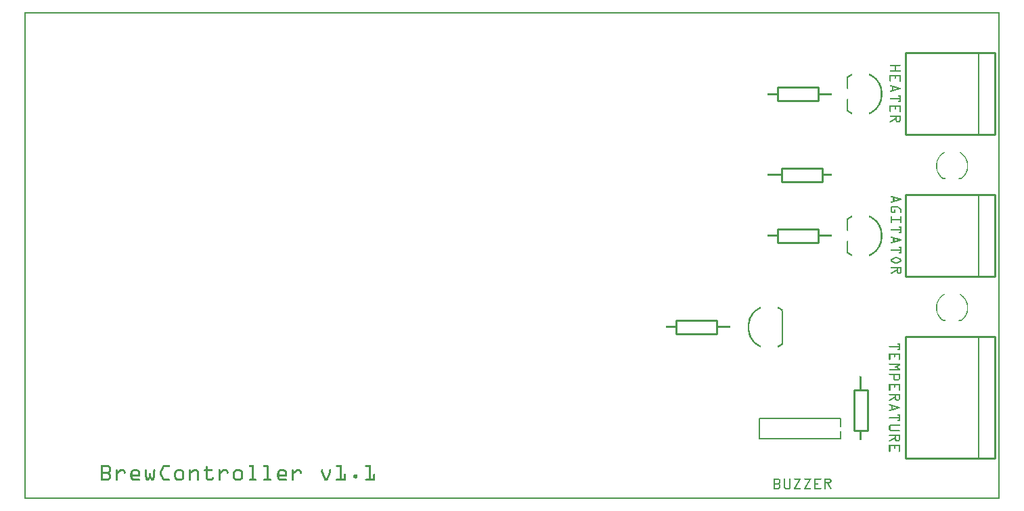
<source format=gto>
G04 MADE WITH FRITZING*
G04 WWW.FRITZING.ORG*
G04 DOUBLE SIDED*
G04 HOLES PLATED*
G04 CONTOUR ON CENTER OF CONTOUR VECTOR*
%ASAXBY*%
%FSLAX23Y23*%
%MOIN*%
%OFA0B0*%
%SFA1.0B1.0*%
%ADD10C,0.005146*%
%ADD11C,0.010000*%
%ADD12C,0.008000*%
%ADD13C,0.005000*%
%ADD14R,0.001000X0.001000*%
%LNSILK1*%
G90*
G70*
G54D10*
X4019Y397D02*
X3619Y397D01*
D02*
X3619Y397D02*
X3619Y298D01*
D02*
X3619Y298D02*
X4019Y298D01*
D02*
X4019Y397D02*
X4019Y359D01*
D02*
X4019Y336D02*
X4019Y298D01*
G54D11*
D02*
X3729Y1630D02*
X3929Y1630D01*
D02*
X3929Y1630D02*
X3929Y1564D01*
D02*
X3929Y1564D02*
X3729Y1564D01*
D02*
X3729Y1564D02*
X3729Y1630D01*
G54D12*
D02*
X3734Y764D02*
X3734Y929D01*
G54D11*
D02*
X4339Y2200D02*
X4339Y1797D01*
D02*
X4339Y1797D02*
X4779Y1797D01*
D02*
X4779Y1797D02*
X4779Y2200D01*
D02*
X4779Y2200D02*
X4339Y2200D01*
G54D13*
D02*
X4699Y1797D02*
X4699Y2200D01*
G54D11*
D02*
X4339Y1500D02*
X4339Y1097D01*
D02*
X4339Y1097D02*
X4779Y1097D01*
D02*
X4779Y1097D02*
X4779Y1500D01*
D02*
X4779Y1500D02*
X4339Y1500D01*
G54D13*
D02*
X4699Y1097D02*
X4699Y1500D01*
G54D11*
D02*
X3410Y814D02*
X3210Y814D01*
D02*
X3210Y814D02*
X3210Y880D01*
D02*
X3210Y880D02*
X3410Y880D01*
D02*
X3410Y880D02*
X3410Y814D01*
D02*
X3910Y1264D02*
X3710Y1264D01*
D02*
X3710Y1264D02*
X3710Y1330D01*
D02*
X3710Y1330D02*
X3910Y1330D01*
D02*
X3910Y1330D02*
X3910Y1264D01*
D02*
X3910Y1964D02*
X3710Y1964D01*
D02*
X3710Y1964D02*
X3710Y2030D01*
D02*
X3710Y2030D02*
X3910Y2030D01*
D02*
X3910Y2030D02*
X3910Y1964D01*
D02*
X4152Y537D02*
X4152Y337D01*
D02*
X4152Y337D02*
X4086Y337D01*
D02*
X4086Y337D02*
X4086Y537D01*
D02*
X4086Y537D02*
X4152Y537D01*
D02*
X4339Y800D02*
X4339Y200D01*
D02*
X4339Y200D02*
X4779Y200D01*
D02*
X4779Y200D02*
X4779Y800D01*
D02*
X4779Y800D02*
X4339Y800D01*
G54D13*
D02*
X4699Y200D02*
X4699Y800D01*
G54D14*
X0Y2402D02*
X4802Y2402D01*
X0Y2401D02*
X4802Y2401D01*
X0Y2400D02*
X4802Y2400D01*
X0Y2399D02*
X4802Y2399D01*
X0Y2398D02*
X4802Y2398D01*
X0Y2397D02*
X4802Y2397D01*
X0Y2396D02*
X4802Y2396D01*
X0Y2395D02*
X4802Y2395D01*
X0Y2394D02*
X7Y2394D01*
X4795Y2394D02*
X4802Y2394D01*
X0Y2393D02*
X7Y2393D01*
X4795Y2393D02*
X4802Y2393D01*
X0Y2392D02*
X7Y2392D01*
X4795Y2392D02*
X4802Y2392D01*
X0Y2391D02*
X7Y2391D01*
X4795Y2391D02*
X4802Y2391D01*
X0Y2390D02*
X7Y2390D01*
X4795Y2390D02*
X4802Y2390D01*
X0Y2389D02*
X7Y2389D01*
X4795Y2389D02*
X4802Y2389D01*
X0Y2388D02*
X7Y2388D01*
X4795Y2388D02*
X4802Y2388D01*
X0Y2387D02*
X7Y2387D01*
X4795Y2387D02*
X4802Y2387D01*
X0Y2386D02*
X7Y2386D01*
X4795Y2386D02*
X4802Y2386D01*
X0Y2385D02*
X7Y2385D01*
X4795Y2385D02*
X4802Y2385D01*
X0Y2384D02*
X7Y2384D01*
X4795Y2384D02*
X4802Y2384D01*
X0Y2383D02*
X7Y2383D01*
X4795Y2383D02*
X4802Y2383D01*
X0Y2382D02*
X7Y2382D01*
X4795Y2382D02*
X4802Y2382D01*
X0Y2381D02*
X7Y2381D01*
X4795Y2381D02*
X4802Y2381D01*
X0Y2380D02*
X7Y2380D01*
X4795Y2380D02*
X4802Y2380D01*
X0Y2379D02*
X7Y2379D01*
X4795Y2379D02*
X4802Y2379D01*
X0Y2378D02*
X7Y2378D01*
X4795Y2378D02*
X4802Y2378D01*
X0Y2377D02*
X7Y2377D01*
X4795Y2377D02*
X4802Y2377D01*
X0Y2376D02*
X7Y2376D01*
X4795Y2376D02*
X4802Y2376D01*
X0Y2375D02*
X7Y2375D01*
X4795Y2375D02*
X4802Y2375D01*
X0Y2374D02*
X7Y2374D01*
X4795Y2374D02*
X4802Y2374D01*
X0Y2373D02*
X7Y2373D01*
X4795Y2373D02*
X4802Y2373D01*
X0Y2372D02*
X7Y2372D01*
X4795Y2372D02*
X4802Y2372D01*
X0Y2371D02*
X7Y2371D01*
X4795Y2371D02*
X4802Y2371D01*
X0Y2370D02*
X7Y2370D01*
X4795Y2370D02*
X4802Y2370D01*
X0Y2369D02*
X7Y2369D01*
X4795Y2369D02*
X4802Y2369D01*
X0Y2368D02*
X7Y2368D01*
X4795Y2368D02*
X4802Y2368D01*
X0Y2367D02*
X7Y2367D01*
X4795Y2367D02*
X4802Y2367D01*
X0Y2366D02*
X7Y2366D01*
X4795Y2366D02*
X4802Y2366D01*
X0Y2365D02*
X7Y2365D01*
X4795Y2365D02*
X4802Y2365D01*
X0Y2364D02*
X7Y2364D01*
X4795Y2364D02*
X4802Y2364D01*
X0Y2363D02*
X7Y2363D01*
X4795Y2363D02*
X4802Y2363D01*
X0Y2362D02*
X7Y2362D01*
X4795Y2362D02*
X4802Y2362D01*
X0Y2361D02*
X7Y2361D01*
X4795Y2361D02*
X4802Y2361D01*
X0Y2360D02*
X7Y2360D01*
X4795Y2360D02*
X4802Y2360D01*
X0Y2359D02*
X7Y2359D01*
X4795Y2359D02*
X4802Y2359D01*
X0Y2358D02*
X7Y2358D01*
X4795Y2358D02*
X4802Y2358D01*
X0Y2357D02*
X7Y2357D01*
X4795Y2357D02*
X4802Y2357D01*
X0Y2356D02*
X7Y2356D01*
X4795Y2356D02*
X4802Y2356D01*
X0Y2355D02*
X7Y2355D01*
X4795Y2355D02*
X4802Y2355D01*
X0Y2354D02*
X7Y2354D01*
X4795Y2354D02*
X4802Y2354D01*
X0Y2353D02*
X7Y2353D01*
X4795Y2353D02*
X4802Y2353D01*
X0Y2352D02*
X7Y2352D01*
X4795Y2352D02*
X4802Y2352D01*
X0Y2351D02*
X7Y2351D01*
X4795Y2351D02*
X4802Y2351D01*
X0Y2350D02*
X7Y2350D01*
X4795Y2350D02*
X4802Y2350D01*
X0Y2349D02*
X7Y2349D01*
X4795Y2349D02*
X4802Y2349D01*
X0Y2348D02*
X7Y2348D01*
X4795Y2348D02*
X4802Y2348D01*
X0Y2347D02*
X7Y2347D01*
X4795Y2347D02*
X4802Y2347D01*
X0Y2346D02*
X7Y2346D01*
X4795Y2346D02*
X4802Y2346D01*
X0Y2345D02*
X7Y2345D01*
X4795Y2345D02*
X4802Y2345D01*
X0Y2344D02*
X7Y2344D01*
X4795Y2344D02*
X4802Y2344D01*
X0Y2343D02*
X7Y2343D01*
X4795Y2343D02*
X4802Y2343D01*
X0Y2342D02*
X7Y2342D01*
X4795Y2342D02*
X4802Y2342D01*
X0Y2341D02*
X7Y2341D01*
X4795Y2341D02*
X4802Y2341D01*
X0Y2340D02*
X7Y2340D01*
X4795Y2340D02*
X4802Y2340D01*
X0Y2339D02*
X7Y2339D01*
X4795Y2339D02*
X4802Y2339D01*
X0Y2338D02*
X7Y2338D01*
X4795Y2338D02*
X4802Y2338D01*
X0Y2337D02*
X7Y2337D01*
X4795Y2337D02*
X4802Y2337D01*
X0Y2336D02*
X7Y2336D01*
X4795Y2336D02*
X4802Y2336D01*
X0Y2335D02*
X7Y2335D01*
X4795Y2335D02*
X4802Y2335D01*
X0Y2334D02*
X7Y2334D01*
X4795Y2334D02*
X4802Y2334D01*
X0Y2333D02*
X7Y2333D01*
X4795Y2333D02*
X4802Y2333D01*
X0Y2332D02*
X7Y2332D01*
X4795Y2332D02*
X4802Y2332D01*
X0Y2331D02*
X7Y2331D01*
X4795Y2331D02*
X4802Y2331D01*
X0Y2330D02*
X7Y2330D01*
X4795Y2330D02*
X4802Y2330D01*
X0Y2329D02*
X7Y2329D01*
X4795Y2329D02*
X4802Y2329D01*
X0Y2328D02*
X7Y2328D01*
X4795Y2328D02*
X4802Y2328D01*
X0Y2327D02*
X7Y2327D01*
X4795Y2327D02*
X4802Y2327D01*
X0Y2326D02*
X7Y2326D01*
X4795Y2326D02*
X4802Y2326D01*
X0Y2325D02*
X7Y2325D01*
X4795Y2325D02*
X4802Y2325D01*
X0Y2324D02*
X7Y2324D01*
X4795Y2324D02*
X4802Y2324D01*
X0Y2323D02*
X7Y2323D01*
X4795Y2323D02*
X4802Y2323D01*
X0Y2322D02*
X7Y2322D01*
X4795Y2322D02*
X4802Y2322D01*
X0Y2321D02*
X7Y2321D01*
X4795Y2321D02*
X4802Y2321D01*
X0Y2320D02*
X7Y2320D01*
X4795Y2320D02*
X4802Y2320D01*
X0Y2319D02*
X7Y2319D01*
X4795Y2319D02*
X4802Y2319D01*
X0Y2318D02*
X7Y2318D01*
X4795Y2318D02*
X4802Y2318D01*
X0Y2317D02*
X7Y2317D01*
X4795Y2317D02*
X4802Y2317D01*
X0Y2316D02*
X7Y2316D01*
X4795Y2316D02*
X4802Y2316D01*
X0Y2315D02*
X7Y2315D01*
X4795Y2315D02*
X4802Y2315D01*
X0Y2314D02*
X7Y2314D01*
X4795Y2314D02*
X4802Y2314D01*
X0Y2313D02*
X7Y2313D01*
X4795Y2313D02*
X4802Y2313D01*
X0Y2312D02*
X7Y2312D01*
X4795Y2312D02*
X4802Y2312D01*
X0Y2311D02*
X7Y2311D01*
X4795Y2311D02*
X4802Y2311D01*
X0Y2310D02*
X7Y2310D01*
X4795Y2310D02*
X4802Y2310D01*
X0Y2309D02*
X7Y2309D01*
X4795Y2309D02*
X4802Y2309D01*
X0Y2308D02*
X7Y2308D01*
X4795Y2308D02*
X4802Y2308D01*
X0Y2307D02*
X7Y2307D01*
X4795Y2307D02*
X4802Y2307D01*
X0Y2306D02*
X7Y2306D01*
X4795Y2306D02*
X4802Y2306D01*
X0Y2305D02*
X7Y2305D01*
X4795Y2305D02*
X4802Y2305D01*
X0Y2304D02*
X7Y2304D01*
X4795Y2304D02*
X4802Y2304D01*
X0Y2303D02*
X7Y2303D01*
X4795Y2303D02*
X4802Y2303D01*
X0Y2302D02*
X7Y2302D01*
X4795Y2302D02*
X4802Y2302D01*
X0Y2301D02*
X7Y2301D01*
X4795Y2301D02*
X4802Y2301D01*
X0Y2300D02*
X7Y2300D01*
X4795Y2300D02*
X4802Y2300D01*
X0Y2299D02*
X7Y2299D01*
X4795Y2299D02*
X4802Y2299D01*
X0Y2298D02*
X7Y2298D01*
X4795Y2298D02*
X4802Y2298D01*
X0Y2297D02*
X7Y2297D01*
X4795Y2297D02*
X4802Y2297D01*
X0Y2296D02*
X7Y2296D01*
X4795Y2296D02*
X4802Y2296D01*
X0Y2295D02*
X7Y2295D01*
X4795Y2295D02*
X4802Y2295D01*
X0Y2294D02*
X7Y2294D01*
X4795Y2294D02*
X4802Y2294D01*
X0Y2293D02*
X7Y2293D01*
X4795Y2293D02*
X4802Y2293D01*
X0Y2292D02*
X7Y2292D01*
X4795Y2292D02*
X4802Y2292D01*
X0Y2291D02*
X7Y2291D01*
X4795Y2291D02*
X4802Y2291D01*
X0Y2290D02*
X7Y2290D01*
X4795Y2290D02*
X4802Y2290D01*
X0Y2289D02*
X7Y2289D01*
X4795Y2289D02*
X4802Y2289D01*
X0Y2288D02*
X7Y2288D01*
X4795Y2288D02*
X4802Y2288D01*
X0Y2287D02*
X7Y2287D01*
X4795Y2287D02*
X4802Y2287D01*
X0Y2286D02*
X7Y2286D01*
X4795Y2286D02*
X4802Y2286D01*
X0Y2285D02*
X7Y2285D01*
X4795Y2285D02*
X4802Y2285D01*
X0Y2284D02*
X7Y2284D01*
X4795Y2284D02*
X4802Y2284D01*
X0Y2283D02*
X7Y2283D01*
X4795Y2283D02*
X4802Y2283D01*
X0Y2282D02*
X7Y2282D01*
X4795Y2282D02*
X4802Y2282D01*
X0Y2281D02*
X7Y2281D01*
X4795Y2281D02*
X4802Y2281D01*
X0Y2280D02*
X7Y2280D01*
X4795Y2280D02*
X4802Y2280D01*
X0Y2279D02*
X7Y2279D01*
X4795Y2279D02*
X4802Y2279D01*
X0Y2278D02*
X7Y2278D01*
X4795Y2278D02*
X4802Y2278D01*
X0Y2277D02*
X7Y2277D01*
X4795Y2277D02*
X4802Y2277D01*
X0Y2276D02*
X7Y2276D01*
X4795Y2276D02*
X4802Y2276D01*
X0Y2275D02*
X7Y2275D01*
X4795Y2275D02*
X4802Y2275D01*
X0Y2274D02*
X7Y2274D01*
X4795Y2274D02*
X4802Y2274D01*
X0Y2273D02*
X7Y2273D01*
X4795Y2273D02*
X4802Y2273D01*
X0Y2272D02*
X7Y2272D01*
X4795Y2272D02*
X4802Y2272D01*
X0Y2271D02*
X7Y2271D01*
X4795Y2271D02*
X4802Y2271D01*
X0Y2270D02*
X7Y2270D01*
X4795Y2270D02*
X4802Y2270D01*
X0Y2269D02*
X7Y2269D01*
X4795Y2269D02*
X4802Y2269D01*
X0Y2268D02*
X7Y2268D01*
X4795Y2268D02*
X4802Y2268D01*
X0Y2267D02*
X7Y2267D01*
X4795Y2267D02*
X4802Y2267D01*
X0Y2266D02*
X7Y2266D01*
X4795Y2266D02*
X4802Y2266D01*
X0Y2265D02*
X7Y2265D01*
X4795Y2265D02*
X4802Y2265D01*
X0Y2264D02*
X7Y2264D01*
X4795Y2264D02*
X4802Y2264D01*
X0Y2263D02*
X7Y2263D01*
X4795Y2263D02*
X4802Y2263D01*
X0Y2262D02*
X7Y2262D01*
X4795Y2262D02*
X4802Y2262D01*
X0Y2261D02*
X7Y2261D01*
X4795Y2261D02*
X4802Y2261D01*
X0Y2260D02*
X7Y2260D01*
X4795Y2260D02*
X4802Y2260D01*
X0Y2259D02*
X7Y2259D01*
X4795Y2259D02*
X4802Y2259D01*
X0Y2258D02*
X7Y2258D01*
X4795Y2258D02*
X4802Y2258D01*
X0Y2257D02*
X7Y2257D01*
X4795Y2257D02*
X4802Y2257D01*
X0Y2256D02*
X7Y2256D01*
X4795Y2256D02*
X4802Y2256D01*
X0Y2255D02*
X7Y2255D01*
X4795Y2255D02*
X4802Y2255D01*
X0Y2254D02*
X7Y2254D01*
X4795Y2254D02*
X4802Y2254D01*
X0Y2253D02*
X7Y2253D01*
X4795Y2253D02*
X4802Y2253D01*
X0Y2252D02*
X7Y2252D01*
X4795Y2252D02*
X4802Y2252D01*
X0Y2251D02*
X7Y2251D01*
X4795Y2251D02*
X4802Y2251D01*
X0Y2250D02*
X7Y2250D01*
X4795Y2250D02*
X4802Y2250D01*
X0Y2249D02*
X7Y2249D01*
X4795Y2249D02*
X4802Y2249D01*
X0Y2248D02*
X7Y2248D01*
X4795Y2248D02*
X4802Y2248D01*
X0Y2247D02*
X7Y2247D01*
X4795Y2247D02*
X4802Y2247D01*
X0Y2246D02*
X7Y2246D01*
X4795Y2246D02*
X4802Y2246D01*
X0Y2245D02*
X7Y2245D01*
X4795Y2245D02*
X4802Y2245D01*
X0Y2244D02*
X7Y2244D01*
X4795Y2244D02*
X4802Y2244D01*
X0Y2243D02*
X7Y2243D01*
X4795Y2243D02*
X4802Y2243D01*
X0Y2242D02*
X7Y2242D01*
X4795Y2242D02*
X4802Y2242D01*
X0Y2241D02*
X7Y2241D01*
X4795Y2241D02*
X4802Y2241D01*
X0Y2240D02*
X7Y2240D01*
X4795Y2240D02*
X4802Y2240D01*
X0Y2239D02*
X7Y2239D01*
X4795Y2239D02*
X4802Y2239D01*
X0Y2238D02*
X7Y2238D01*
X4795Y2238D02*
X4802Y2238D01*
X0Y2237D02*
X7Y2237D01*
X4795Y2237D02*
X4802Y2237D01*
X0Y2236D02*
X7Y2236D01*
X4795Y2236D02*
X4802Y2236D01*
X0Y2235D02*
X7Y2235D01*
X4795Y2235D02*
X4802Y2235D01*
X0Y2234D02*
X7Y2234D01*
X4795Y2234D02*
X4802Y2234D01*
X0Y2233D02*
X7Y2233D01*
X4795Y2233D02*
X4802Y2233D01*
X0Y2232D02*
X7Y2232D01*
X4795Y2232D02*
X4802Y2232D01*
X0Y2231D02*
X7Y2231D01*
X4795Y2231D02*
X4802Y2231D01*
X0Y2230D02*
X7Y2230D01*
X4795Y2230D02*
X4802Y2230D01*
X0Y2229D02*
X7Y2229D01*
X4795Y2229D02*
X4802Y2229D01*
X0Y2228D02*
X7Y2228D01*
X4795Y2228D02*
X4802Y2228D01*
X0Y2227D02*
X7Y2227D01*
X4795Y2227D02*
X4802Y2227D01*
X0Y2226D02*
X7Y2226D01*
X4795Y2226D02*
X4802Y2226D01*
X0Y2225D02*
X7Y2225D01*
X4795Y2225D02*
X4802Y2225D01*
X0Y2224D02*
X7Y2224D01*
X4795Y2224D02*
X4802Y2224D01*
X0Y2223D02*
X7Y2223D01*
X4795Y2223D02*
X4802Y2223D01*
X0Y2222D02*
X7Y2222D01*
X4795Y2222D02*
X4802Y2222D01*
X0Y2221D02*
X7Y2221D01*
X4795Y2221D02*
X4802Y2221D01*
X0Y2220D02*
X7Y2220D01*
X4795Y2220D02*
X4802Y2220D01*
X0Y2219D02*
X7Y2219D01*
X4795Y2219D02*
X4802Y2219D01*
X0Y2218D02*
X7Y2218D01*
X4795Y2218D02*
X4802Y2218D01*
X0Y2217D02*
X7Y2217D01*
X4795Y2217D02*
X4802Y2217D01*
X0Y2216D02*
X7Y2216D01*
X4795Y2216D02*
X4802Y2216D01*
X0Y2215D02*
X7Y2215D01*
X4795Y2215D02*
X4802Y2215D01*
X0Y2214D02*
X7Y2214D01*
X4795Y2214D02*
X4802Y2214D01*
X0Y2213D02*
X7Y2213D01*
X4795Y2213D02*
X4802Y2213D01*
X0Y2212D02*
X7Y2212D01*
X4795Y2212D02*
X4802Y2212D01*
X0Y2211D02*
X7Y2211D01*
X4795Y2211D02*
X4802Y2211D01*
X0Y2210D02*
X7Y2210D01*
X4795Y2210D02*
X4802Y2210D01*
X0Y2209D02*
X7Y2209D01*
X4795Y2209D02*
X4802Y2209D01*
X0Y2208D02*
X7Y2208D01*
X4795Y2208D02*
X4802Y2208D01*
X0Y2207D02*
X7Y2207D01*
X4795Y2207D02*
X4802Y2207D01*
X0Y2206D02*
X7Y2206D01*
X4795Y2206D02*
X4802Y2206D01*
X0Y2205D02*
X7Y2205D01*
X4795Y2205D02*
X4802Y2205D01*
X0Y2204D02*
X7Y2204D01*
X4795Y2204D02*
X4802Y2204D01*
X0Y2203D02*
X7Y2203D01*
X4795Y2203D02*
X4802Y2203D01*
X0Y2202D02*
X7Y2202D01*
X4795Y2202D02*
X4802Y2202D01*
X0Y2201D02*
X7Y2201D01*
X4795Y2201D02*
X4802Y2201D01*
X0Y2200D02*
X7Y2200D01*
X4795Y2200D02*
X4802Y2200D01*
X0Y2199D02*
X7Y2199D01*
X4795Y2199D02*
X4802Y2199D01*
X0Y2198D02*
X7Y2198D01*
X4795Y2198D02*
X4802Y2198D01*
X0Y2197D02*
X7Y2197D01*
X4795Y2197D02*
X4802Y2197D01*
X0Y2196D02*
X7Y2196D01*
X4795Y2196D02*
X4802Y2196D01*
X0Y2195D02*
X7Y2195D01*
X4795Y2195D02*
X4802Y2195D01*
X0Y2194D02*
X7Y2194D01*
X4795Y2194D02*
X4802Y2194D01*
X0Y2193D02*
X7Y2193D01*
X4795Y2193D02*
X4802Y2193D01*
X0Y2192D02*
X7Y2192D01*
X4795Y2192D02*
X4802Y2192D01*
X0Y2191D02*
X7Y2191D01*
X4795Y2191D02*
X4802Y2191D01*
X0Y2190D02*
X7Y2190D01*
X4795Y2190D02*
X4802Y2190D01*
X0Y2189D02*
X7Y2189D01*
X4795Y2189D02*
X4802Y2189D01*
X0Y2188D02*
X7Y2188D01*
X4795Y2188D02*
X4802Y2188D01*
X0Y2187D02*
X7Y2187D01*
X4795Y2187D02*
X4802Y2187D01*
X0Y2186D02*
X7Y2186D01*
X4795Y2186D02*
X4802Y2186D01*
X0Y2185D02*
X7Y2185D01*
X4795Y2185D02*
X4802Y2185D01*
X0Y2184D02*
X7Y2184D01*
X4795Y2184D02*
X4802Y2184D01*
X0Y2183D02*
X7Y2183D01*
X4795Y2183D02*
X4802Y2183D01*
X0Y2182D02*
X7Y2182D01*
X4795Y2182D02*
X4802Y2182D01*
X0Y2181D02*
X7Y2181D01*
X4795Y2181D02*
X4802Y2181D01*
X0Y2180D02*
X7Y2180D01*
X4795Y2180D02*
X4802Y2180D01*
X0Y2179D02*
X7Y2179D01*
X4795Y2179D02*
X4802Y2179D01*
X0Y2178D02*
X7Y2178D01*
X4795Y2178D02*
X4802Y2178D01*
X0Y2177D02*
X7Y2177D01*
X4795Y2177D02*
X4802Y2177D01*
X0Y2176D02*
X7Y2176D01*
X4795Y2176D02*
X4802Y2176D01*
X0Y2175D02*
X7Y2175D01*
X4795Y2175D02*
X4802Y2175D01*
X0Y2174D02*
X7Y2174D01*
X4795Y2174D02*
X4802Y2174D01*
X0Y2173D02*
X7Y2173D01*
X4795Y2173D02*
X4802Y2173D01*
X0Y2172D02*
X7Y2172D01*
X4795Y2172D02*
X4802Y2172D01*
X0Y2171D02*
X7Y2171D01*
X4795Y2171D02*
X4802Y2171D01*
X0Y2170D02*
X7Y2170D01*
X4795Y2170D02*
X4802Y2170D01*
X0Y2169D02*
X7Y2169D01*
X4795Y2169D02*
X4802Y2169D01*
X0Y2168D02*
X7Y2168D01*
X4795Y2168D02*
X4802Y2168D01*
X0Y2167D02*
X7Y2167D01*
X4795Y2167D02*
X4802Y2167D01*
X0Y2166D02*
X7Y2166D01*
X4795Y2166D02*
X4802Y2166D01*
X0Y2165D02*
X7Y2165D01*
X4795Y2165D02*
X4802Y2165D01*
X0Y2164D02*
X7Y2164D01*
X4795Y2164D02*
X4802Y2164D01*
X0Y2163D02*
X7Y2163D01*
X4795Y2163D02*
X4802Y2163D01*
X0Y2162D02*
X7Y2162D01*
X4795Y2162D02*
X4802Y2162D01*
X0Y2161D02*
X7Y2161D01*
X4795Y2161D02*
X4802Y2161D01*
X0Y2160D02*
X7Y2160D01*
X4795Y2160D02*
X4802Y2160D01*
X0Y2159D02*
X7Y2159D01*
X4795Y2159D02*
X4802Y2159D01*
X0Y2158D02*
X7Y2158D01*
X4795Y2158D02*
X4802Y2158D01*
X0Y2157D02*
X7Y2157D01*
X4795Y2157D02*
X4802Y2157D01*
X0Y2156D02*
X7Y2156D01*
X4795Y2156D02*
X4802Y2156D01*
X0Y2155D02*
X7Y2155D01*
X4795Y2155D02*
X4802Y2155D01*
X0Y2154D02*
X7Y2154D01*
X4795Y2154D02*
X4802Y2154D01*
X0Y2153D02*
X7Y2153D01*
X4795Y2153D02*
X4802Y2153D01*
X0Y2152D02*
X7Y2152D01*
X4795Y2152D02*
X4802Y2152D01*
X0Y2151D02*
X7Y2151D01*
X4795Y2151D02*
X4802Y2151D01*
X0Y2150D02*
X7Y2150D01*
X4795Y2150D02*
X4802Y2150D01*
X0Y2149D02*
X7Y2149D01*
X4795Y2149D02*
X4802Y2149D01*
X0Y2148D02*
X7Y2148D01*
X4795Y2148D02*
X4802Y2148D01*
X0Y2147D02*
X7Y2147D01*
X4795Y2147D02*
X4802Y2147D01*
X0Y2146D02*
X7Y2146D01*
X4795Y2146D02*
X4802Y2146D01*
X0Y2145D02*
X7Y2145D01*
X4795Y2145D02*
X4802Y2145D01*
X0Y2144D02*
X7Y2144D01*
X4795Y2144D02*
X4802Y2144D01*
X0Y2143D02*
X7Y2143D01*
X4795Y2143D02*
X4802Y2143D01*
X0Y2142D02*
X7Y2142D01*
X4263Y2142D02*
X4313Y2142D01*
X4795Y2142D02*
X4802Y2142D01*
X0Y2141D02*
X7Y2141D01*
X4262Y2141D02*
X4314Y2141D01*
X4795Y2141D02*
X4802Y2141D01*
X0Y2140D02*
X7Y2140D01*
X4262Y2140D02*
X4314Y2140D01*
X4795Y2140D02*
X4802Y2140D01*
X0Y2139D02*
X7Y2139D01*
X4261Y2139D02*
X4315Y2139D01*
X4795Y2139D02*
X4802Y2139D01*
X0Y2138D02*
X7Y2138D01*
X4262Y2138D02*
X4314Y2138D01*
X4795Y2138D02*
X4802Y2138D01*
X0Y2137D02*
X7Y2137D01*
X4262Y2137D02*
X4314Y2137D01*
X4795Y2137D02*
X4802Y2137D01*
X0Y2136D02*
X7Y2136D01*
X4263Y2136D02*
X4313Y2136D01*
X4795Y2136D02*
X4802Y2136D01*
X0Y2135D02*
X7Y2135D01*
X4285Y2135D02*
X4291Y2135D01*
X4795Y2135D02*
X4802Y2135D01*
X0Y2134D02*
X7Y2134D01*
X4285Y2134D02*
X4291Y2134D01*
X4795Y2134D02*
X4802Y2134D01*
X0Y2133D02*
X7Y2133D01*
X4285Y2133D02*
X4291Y2133D01*
X4795Y2133D02*
X4802Y2133D01*
X0Y2132D02*
X7Y2132D01*
X4285Y2132D02*
X4291Y2132D01*
X4795Y2132D02*
X4802Y2132D01*
X0Y2131D02*
X7Y2131D01*
X4285Y2131D02*
X4291Y2131D01*
X4795Y2131D02*
X4802Y2131D01*
X0Y2130D02*
X7Y2130D01*
X4285Y2130D02*
X4291Y2130D01*
X4795Y2130D02*
X4802Y2130D01*
X0Y2129D02*
X7Y2129D01*
X4285Y2129D02*
X4291Y2129D01*
X4795Y2129D02*
X4802Y2129D01*
X0Y2128D02*
X7Y2128D01*
X4285Y2128D02*
X4291Y2128D01*
X4795Y2128D02*
X4802Y2128D01*
X0Y2127D02*
X7Y2127D01*
X4285Y2127D02*
X4291Y2127D01*
X4795Y2127D02*
X4802Y2127D01*
X0Y2126D02*
X7Y2126D01*
X4285Y2126D02*
X4291Y2126D01*
X4795Y2126D02*
X4802Y2126D01*
X0Y2125D02*
X7Y2125D01*
X4285Y2125D02*
X4291Y2125D01*
X4795Y2125D02*
X4802Y2125D01*
X0Y2124D02*
X7Y2124D01*
X4285Y2124D02*
X4291Y2124D01*
X4795Y2124D02*
X4802Y2124D01*
X0Y2123D02*
X7Y2123D01*
X4285Y2123D02*
X4291Y2123D01*
X4795Y2123D02*
X4802Y2123D01*
X0Y2122D02*
X7Y2122D01*
X4285Y2122D02*
X4291Y2122D01*
X4795Y2122D02*
X4802Y2122D01*
X0Y2121D02*
X7Y2121D01*
X4285Y2121D02*
X4291Y2121D01*
X4795Y2121D02*
X4802Y2121D01*
X0Y2120D02*
X7Y2120D01*
X4285Y2120D02*
X4291Y2120D01*
X4795Y2120D02*
X4802Y2120D01*
X0Y2119D02*
X7Y2119D01*
X4285Y2119D02*
X4291Y2119D01*
X4795Y2119D02*
X4802Y2119D01*
X0Y2118D02*
X7Y2118D01*
X4285Y2118D02*
X4291Y2118D01*
X4795Y2118D02*
X4802Y2118D01*
X0Y2117D02*
X7Y2117D01*
X4285Y2117D02*
X4291Y2117D01*
X4795Y2117D02*
X4802Y2117D01*
X0Y2116D02*
X7Y2116D01*
X4285Y2116D02*
X4291Y2116D01*
X4795Y2116D02*
X4802Y2116D01*
X0Y2115D02*
X7Y2115D01*
X4285Y2115D02*
X4291Y2115D01*
X4795Y2115D02*
X4802Y2115D01*
X0Y2114D02*
X7Y2114D01*
X4263Y2114D02*
X4313Y2114D01*
X4795Y2114D02*
X4802Y2114D01*
X0Y2113D02*
X7Y2113D01*
X4262Y2113D02*
X4314Y2113D01*
X4795Y2113D02*
X4802Y2113D01*
X0Y2112D02*
X7Y2112D01*
X4261Y2112D02*
X4314Y2112D01*
X4795Y2112D02*
X4802Y2112D01*
X0Y2111D02*
X7Y2111D01*
X4261Y2111D02*
X4314Y2111D01*
X4795Y2111D02*
X4802Y2111D01*
X0Y2110D02*
X7Y2110D01*
X4262Y2110D02*
X4314Y2110D01*
X4795Y2110D02*
X4802Y2110D01*
X0Y2109D02*
X7Y2109D01*
X4262Y2109D02*
X4313Y2109D01*
X4795Y2109D02*
X4802Y2109D01*
X0Y2108D02*
X7Y2108D01*
X4265Y2108D02*
X4311Y2108D01*
X4795Y2108D02*
X4802Y2108D01*
X0Y2107D02*
X7Y2107D01*
X4795Y2107D02*
X4802Y2107D01*
X0Y2106D02*
X7Y2106D01*
X4795Y2106D02*
X4802Y2106D01*
X0Y2105D02*
X7Y2105D01*
X4795Y2105D02*
X4802Y2105D01*
X0Y2104D02*
X7Y2104D01*
X4795Y2104D02*
X4802Y2104D01*
X0Y2103D02*
X7Y2103D01*
X4795Y2103D02*
X4802Y2103D01*
X0Y2102D02*
X7Y2102D01*
X4795Y2102D02*
X4802Y2102D01*
X0Y2101D02*
X7Y2101D01*
X4795Y2101D02*
X4802Y2101D01*
X0Y2100D02*
X7Y2100D01*
X4795Y2100D02*
X4802Y2100D01*
X0Y2099D02*
X7Y2099D01*
X4795Y2099D02*
X4802Y2099D01*
X0Y2098D02*
X7Y2098D01*
X4076Y2098D02*
X4076Y2098D01*
X4161Y2098D02*
X4161Y2098D01*
X4795Y2098D02*
X4802Y2098D01*
X0Y2097D02*
X7Y2097D01*
X4074Y2097D02*
X4076Y2097D01*
X4161Y2097D02*
X4163Y2097D01*
X4795Y2097D02*
X4802Y2097D01*
X0Y2096D02*
X7Y2096D01*
X4072Y2096D02*
X4076Y2096D01*
X4161Y2096D02*
X4165Y2096D01*
X4795Y2096D02*
X4802Y2096D01*
X0Y2095D02*
X7Y2095D01*
X4070Y2095D02*
X4076Y2095D01*
X4161Y2095D02*
X4167Y2095D01*
X4795Y2095D02*
X4802Y2095D01*
X0Y2094D02*
X7Y2094D01*
X4068Y2094D02*
X4076Y2094D01*
X4161Y2094D02*
X4169Y2094D01*
X4795Y2094D02*
X4802Y2094D01*
X0Y2093D02*
X7Y2093D01*
X4066Y2093D02*
X4076Y2093D01*
X4161Y2093D02*
X4171Y2093D01*
X4795Y2093D02*
X4802Y2093D01*
X0Y2092D02*
X7Y2092D01*
X4064Y2092D02*
X4076Y2092D01*
X4160Y2092D02*
X4173Y2092D01*
X4261Y2092D02*
X4314Y2092D01*
X4795Y2092D02*
X4802Y2092D01*
X0Y2091D02*
X7Y2091D01*
X4062Y2091D02*
X4077Y2091D01*
X4160Y2091D02*
X4175Y2091D01*
X4261Y2091D02*
X4315Y2091D01*
X4795Y2091D02*
X4802Y2091D01*
X0Y2090D02*
X7Y2090D01*
X4061Y2090D02*
X4076Y2090D01*
X4161Y2090D02*
X4176Y2090D01*
X4261Y2090D02*
X4315Y2090D01*
X4795Y2090D02*
X4802Y2090D01*
X0Y2089D02*
X7Y2089D01*
X4059Y2089D02*
X4074Y2089D01*
X4163Y2089D02*
X4178Y2089D01*
X4261Y2089D02*
X4315Y2089D01*
X4795Y2089D02*
X4802Y2089D01*
X0Y2088D02*
X7Y2088D01*
X4058Y2088D02*
X4072Y2088D01*
X4165Y2088D02*
X4179Y2088D01*
X4261Y2088D02*
X4315Y2088D01*
X4795Y2088D02*
X4802Y2088D01*
X0Y2087D02*
X7Y2087D01*
X4056Y2087D02*
X4070Y2087D01*
X4167Y2087D02*
X4181Y2087D01*
X4261Y2087D02*
X4315Y2087D01*
X4795Y2087D02*
X4802Y2087D01*
X0Y2086D02*
X7Y2086D01*
X4055Y2086D02*
X4068Y2086D01*
X4168Y2086D02*
X4182Y2086D01*
X4261Y2086D02*
X4315Y2086D01*
X4795Y2086D02*
X4802Y2086D01*
X0Y2085D02*
X7Y2085D01*
X4053Y2085D02*
X4067Y2085D01*
X4170Y2085D02*
X4183Y2085D01*
X4261Y2085D02*
X4268Y2085D01*
X4285Y2085D02*
X4291Y2085D01*
X4308Y2085D02*
X4315Y2085D01*
X4795Y2085D02*
X4802Y2085D01*
X0Y2084D02*
X7Y2084D01*
X4052Y2084D02*
X4065Y2084D01*
X4172Y2084D02*
X4185Y2084D01*
X4261Y2084D02*
X4267Y2084D01*
X4285Y2084D02*
X4291Y2084D01*
X4309Y2084D02*
X4315Y2084D01*
X4795Y2084D02*
X4802Y2084D01*
X0Y2083D02*
X7Y2083D01*
X4051Y2083D02*
X4064Y2083D01*
X4173Y2083D02*
X4186Y2083D01*
X4261Y2083D02*
X4267Y2083D01*
X4285Y2083D02*
X4291Y2083D01*
X4309Y2083D02*
X4315Y2083D01*
X4795Y2083D02*
X4802Y2083D01*
X0Y2082D02*
X7Y2082D01*
X4050Y2082D02*
X4062Y2082D01*
X4175Y2082D02*
X4187Y2082D01*
X4261Y2082D02*
X4267Y2082D01*
X4285Y2082D02*
X4291Y2082D01*
X4309Y2082D02*
X4315Y2082D01*
X4795Y2082D02*
X4802Y2082D01*
X0Y2081D02*
X7Y2081D01*
X4050Y2081D02*
X4060Y2081D01*
X4177Y2081D02*
X4188Y2081D01*
X4261Y2081D02*
X4267Y2081D01*
X4285Y2081D02*
X4291Y2081D01*
X4309Y2081D02*
X4315Y2081D01*
X4795Y2081D02*
X4802Y2081D01*
X0Y2080D02*
X7Y2080D01*
X4050Y2080D02*
X4059Y2080D01*
X4178Y2080D02*
X4189Y2080D01*
X4261Y2080D02*
X4267Y2080D01*
X4285Y2080D02*
X4291Y2080D01*
X4309Y2080D02*
X4315Y2080D01*
X4795Y2080D02*
X4802Y2080D01*
X0Y2079D02*
X7Y2079D01*
X4050Y2079D02*
X4058Y2079D01*
X4179Y2079D02*
X4191Y2079D01*
X4261Y2079D02*
X4267Y2079D01*
X4285Y2079D02*
X4291Y2079D01*
X4309Y2079D02*
X4315Y2079D01*
X4795Y2079D02*
X4802Y2079D01*
X0Y2078D02*
X7Y2078D01*
X4050Y2078D02*
X4057Y2078D01*
X4181Y2078D02*
X4192Y2078D01*
X4261Y2078D02*
X4267Y2078D01*
X4285Y2078D02*
X4291Y2078D01*
X4309Y2078D02*
X4315Y2078D01*
X4795Y2078D02*
X4802Y2078D01*
X0Y2077D02*
X7Y2077D01*
X4050Y2077D02*
X4057Y2077D01*
X4182Y2077D02*
X4193Y2077D01*
X4261Y2077D02*
X4267Y2077D01*
X4285Y2077D02*
X4291Y2077D01*
X4309Y2077D02*
X4315Y2077D01*
X4795Y2077D02*
X4802Y2077D01*
X0Y2076D02*
X7Y2076D01*
X4050Y2076D02*
X4057Y2076D01*
X4183Y2076D02*
X4194Y2076D01*
X4261Y2076D02*
X4267Y2076D01*
X4285Y2076D02*
X4291Y2076D01*
X4309Y2076D02*
X4315Y2076D01*
X4795Y2076D02*
X4802Y2076D01*
X0Y2075D02*
X7Y2075D01*
X4050Y2075D02*
X4057Y2075D01*
X4184Y2075D02*
X4196Y2075D01*
X4261Y2075D02*
X4267Y2075D01*
X4285Y2075D02*
X4291Y2075D01*
X4309Y2075D02*
X4315Y2075D01*
X4795Y2075D02*
X4802Y2075D01*
X0Y2074D02*
X7Y2074D01*
X4050Y2074D02*
X4057Y2074D01*
X4186Y2074D02*
X4197Y2074D01*
X4261Y2074D02*
X4267Y2074D01*
X4285Y2074D02*
X4291Y2074D01*
X4309Y2074D02*
X4315Y2074D01*
X4795Y2074D02*
X4802Y2074D01*
X0Y2073D02*
X7Y2073D01*
X4050Y2073D02*
X4057Y2073D01*
X4187Y2073D02*
X4198Y2073D01*
X4261Y2073D02*
X4267Y2073D01*
X4286Y2073D02*
X4290Y2073D01*
X4309Y2073D02*
X4315Y2073D01*
X4795Y2073D02*
X4802Y2073D01*
X0Y2072D02*
X7Y2072D01*
X4050Y2072D02*
X4057Y2072D01*
X4188Y2072D02*
X4199Y2072D01*
X4261Y2072D02*
X4267Y2072D01*
X4287Y2072D02*
X4289Y2072D01*
X4309Y2072D02*
X4315Y2072D01*
X4795Y2072D02*
X4802Y2072D01*
X0Y2071D02*
X7Y2071D01*
X4050Y2071D02*
X4057Y2071D01*
X4189Y2071D02*
X4200Y2071D01*
X4261Y2071D02*
X4267Y2071D01*
X4309Y2071D02*
X4315Y2071D01*
X4795Y2071D02*
X4802Y2071D01*
X0Y2070D02*
X7Y2070D01*
X4050Y2070D02*
X4057Y2070D01*
X4190Y2070D02*
X4200Y2070D01*
X4261Y2070D02*
X4267Y2070D01*
X4309Y2070D02*
X4315Y2070D01*
X4795Y2070D02*
X4802Y2070D01*
X0Y2069D02*
X7Y2069D01*
X4050Y2069D02*
X4057Y2069D01*
X4191Y2069D02*
X4201Y2069D01*
X4261Y2069D02*
X4267Y2069D01*
X4309Y2069D02*
X4315Y2069D01*
X4795Y2069D02*
X4802Y2069D01*
X0Y2068D02*
X7Y2068D01*
X4050Y2068D02*
X4057Y2068D01*
X4192Y2068D02*
X4202Y2068D01*
X4261Y2068D02*
X4267Y2068D01*
X4309Y2068D02*
X4315Y2068D01*
X4795Y2068D02*
X4802Y2068D01*
X0Y2067D02*
X7Y2067D01*
X4050Y2067D02*
X4057Y2067D01*
X4193Y2067D02*
X4203Y2067D01*
X4261Y2067D02*
X4267Y2067D01*
X4309Y2067D02*
X4315Y2067D01*
X4795Y2067D02*
X4802Y2067D01*
X0Y2066D02*
X7Y2066D01*
X4050Y2066D02*
X4057Y2066D01*
X4194Y2066D02*
X4203Y2066D01*
X4261Y2066D02*
X4267Y2066D01*
X4309Y2066D02*
X4315Y2066D01*
X4795Y2066D02*
X4802Y2066D01*
X0Y2065D02*
X7Y2065D01*
X4050Y2065D02*
X4057Y2065D01*
X4195Y2065D02*
X4204Y2065D01*
X4261Y2065D02*
X4267Y2065D01*
X4309Y2065D02*
X4315Y2065D01*
X4795Y2065D02*
X4802Y2065D01*
X0Y2064D02*
X7Y2064D01*
X4050Y2064D02*
X4057Y2064D01*
X4195Y2064D02*
X4205Y2064D01*
X4261Y2064D02*
X4267Y2064D01*
X4309Y2064D02*
X4315Y2064D01*
X4795Y2064D02*
X4802Y2064D01*
X0Y2063D02*
X7Y2063D01*
X4050Y2063D02*
X4057Y2063D01*
X4196Y2063D02*
X4205Y2063D01*
X4261Y2063D02*
X4267Y2063D01*
X4309Y2063D02*
X4315Y2063D01*
X4795Y2063D02*
X4802Y2063D01*
X0Y2062D02*
X7Y2062D01*
X4050Y2062D02*
X4057Y2062D01*
X4197Y2062D02*
X4206Y2062D01*
X4261Y2062D02*
X4267Y2062D01*
X4309Y2062D02*
X4315Y2062D01*
X4795Y2062D02*
X4802Y2062D01*
X0Y2061D02*
X7Y2061D01*
X4050Y2061D02*
X4057Y2061D01*
X4198Y2061D02*
X4207Y2061D01*
X4261Y2061D02*
X4267Y2061D01*
X4309Y2061D02*
X4314Y2061D01*
X4795Y2061D02*
X4802Y2061D01*
X0Y2060D02*
X7Y2060D01*
X4050Y2060D02*
X4057Y2060D01*
X4199Y2060D02*
X4207Y2060D01*
X4262Y2060D02*
X4267Y2060D01*
X4309Y2060D02*
X4314Y2060D01*
X4795Y2060D02*
X4802Y2060D01*
X0Y2059D02*
X7Y2059D01*
X4050Y2059D02*
X4057Y2059D01*
X4199Y2059D02*
X4208Y2059D01*
X4262Y2059D02*
X4266Y2059D01*
X4309Y2059D02*
X4314Y2059D01*
X4795Y2059D02*
X4802Y2059D01*
X0Y2058D02*
X7Y2058D01*
X4050Y2058D02*
X4057Y2058D01*
X4200Y2058D02*
X4209Y2058D01*
X4264Y2058D02*
X4265Y2058D01*
X4311Y2058D02*
X4312Y2058D01*
X4795Y2058D02*
X4802Y2058D01*
X0Y2057D02*
X7Y2057D01*
X4050Y2057D02*
X4057Y2057D01*
X4201Y2057D02*
X4209Y2057D01*
X4795Y2057D02*
X4802Y2057D01*
X0Y2056D02*
X7Y2056D01*
X4050Y2056D02*
X4057Y2056D01*
X4201Y2056D02*
X4210Y2056D01*
X4795Y2056D02*
X4802Y2056D01*
X0Y2055D02*
X7Y2055D01*
X4050Y2055D02*
X4057Y2055D01*
X4202Y2055D02*
X4211Y2055D01*
X4795Y2055D02*
X4802Y2055D01*
X0Y2054D02*
X7Y2054D01*
X4050Y2054D02*
X4057Y2054D01*
X4203Y2054D02*
X4211Y2054D01*
X4795Y2054D02*
X4802Y2054D01*
X0Y2053D02*
X7Y2053D01*
X4050Y2053D02*
X4057Y2053D01*
X4203Y2053D02*
X4212Y2053D01*
X4795Y2053D02*
X4802Y2053D01*
X0Y2052D02*
X7Y2052D01*
X4050Y2052D02*
X4057Y2052D01*
X4204Y2052D02*
X4212Y2052D01*
X4795Y2052D02*
X4802Y2052D01*
X0Y2051D02*
X7Y2051D01*
X4050Y2051D02*
X4057Y2051D01*
X4204Y2051D02*
X4213Y2051D01*
X4795Y2051D02*
X4802Y2051D01*
X0Y2050D02*
X7Y2050D01*
X4050Y2050D02*
X4057Y2050D01*
X4205Y2050D02*
X4214Y2050D01*
X4795Y2050D02*
X4802Y2050D01*
X0Y2049D02*
X7Y2049D01*
X4050Y2049D02*
X4057Y2049D01*
X4205Y2049D02*
X4214Y2049D01*
X4795Y2049D02*
X4802Y2049D01*
X0Y2048D02*
X7Y2048D01*
X4050Y2048D02*
X4057Y2048D01*
X4206Y2048D02*
X4215Y2048D01*
X4795Y2048D02*
X4802Y2048D01*
X0Y2047D02*
X7Y2047D01*
X4050Y2047D02*
X4057Y2047D01*
X4206Y2047D02*
X4215Y2047D01*
X4795Y2047D02*
X4802Y2047D01*
X0Y2046D02*
X7Y2046D01*
X4050Y2046D02*
X4057Y2046D01*
X4207Y2046D02*
X4216Y2046D01*
X4795Y2046D02*
X4802Y2046D01*
X0Y2045D02*
X7Y2045D01*
X4050Y2045D02*
X4057Y2045D01*
X4207Y2045D02*
X4216Y2045D01*
X4795Y2045D02*
X4802Y2045D01*
X0Y2044D02*
X7Y2044D01*
X4050Y2044D02*
X4057Y2044D01*
X4208Y2044D02*
X4217Y2044D01*
X4795Y2044D02*
X4802Y2044D01*
X0Y2043D02*
X7Y2043D01*
X4050Y2043D02*
X4057Y2043D01*
X4208Y2043D02*
X4217Y2043D01*
X4795Y2043D02*
X4802Y2043D01*
X0Y2042D02*
X7Y2042D01*
X4050Y2042D02*
X4057Y2042D01*
X4209Y2042D02*
X4218Y2042D01*
X4264Y2042D02*
X4265Y2042D01*
X4795Y2042D02*
X4802Y2042D01*
X0Y2041D02*
X7Y2041D01*
X4050Y2041D02*
X4057Y2041D01*
X4209Y2041D02*
X4218Y2041D01*
X4262Y2041D02*
X4269Y2041D01*
X4795Y2041D02*
X4802Y2041D01*
X0Y2040D02*
X7Y2040D01*
X4050Y2040D02*
X4057Y2040D01*
X4209Y2040D02*
X4218Y2040D01*
X4262Y2040D02*
X4272Y2040D01*
X4795Y2040D02*
X4802Y2040D01*
X0Y2039D02*
X7Y2039D01*
X4050Y2039D02*
X4057Y2039D01*
X4210Y2039D02*
X4219Y2039D01*
X4261Y2039D02*
X4275Y2039D01*
X4795Y2039D02*
X4802Y2039D01*
X0Y2038D02*
X7Y2038D01*
X4050Y2038D02*
X4057Y2038D01*
X4210Y2038D02*
X4219Y2038D01*
X4262Y2038D02*
X4279Y2038D01*
X4795Y2038D02*
X4802Y2038D01*
X0Y2037D02*
X7Y2037D01*
X4050Y2037D02*
X4057Y2037D01*
X4211Y2037D02*
X4220Y2037D01*
X4262Y2037D02*
X4282Y2037D01*
X4795Y2037D02*
X4802Y2037D01*
X0Y2036D02*
X7Y2036D01*
X4050Y2036D02*
X4057Y2036D01*
X4211Y2036D02*
X4220Y2036D01*
X4263Y2036D02*
X4286Y2036D01*
X4795Y2036D02*
X4802Y2036D01*
X0Y2035D02*
X7Y2035D01*
X4050Y2035D02*
X4057Y2035D01*
X4211Y2035D02*
X4220Y2035D01*
X4265Y2035D02*
X4289Y2035D01*
X4795Y2035D02*
X4802Y2035D01*
X0Y2034D02*
X7Y2034D01*
X4050Y2034D02*
X4057Y2034D01*
X4212Y2034D02*
X4221Y2034D01*
X4268Y2034D02*
X4292Y2034D01*
X4795Y2034D02*
X4802Y2034D01*
X0Y2033D02*
X7Y2033D01*
X4050Y2033D02*
X4057Y2033D01*
X4212Y2033D02*
X4221Y2033D01*
X4272Y2033D02*
X4296Y2033D01*
X4795Y2033D02*
X4802Y2033D01*
X0Y2032D02*
X7Y2032D01*
X4050Y2032D02*
X4057Y2032D01*
X4212Y2032D02*
X4221Y2032D01*
X4273Y2032D02*
X4299Y2032D01*
X4795Y2032D02*
X4802Y2032D01*
X0Y2031D02*
X7Y2031D01*
X4050Y2031D02*
X4057Y2031D01*
X4213Y2031D02*
X4222Y2031D01*
X4273Y2031D02*
X4303Y2031D01*
X4795Y2031D02*
X4802Y2031D01*
X0Y2030D02*
X7Y2030D01*
X4050Y2030D02*
X4057Y2030D01*
X4213Y2030D02*
X4222Y2030D01*
X4273Y2030D02*
X4279Y2030D01*
X4282Y2030D02*
X4306Y2030D01*
X4795Y2030D02*
X4802Y2030D01*
X0Y2029D02*
X7Y2029D01*
X4050Y2029D02*
X4057Y2029D01*
X4213Y2029D02*
X4220Y2029D01*
X4273Y2029D02*
X4279Y2029D01*
X4286Y2029D02*
X4310Y2029D01*
X4795Y2029D02*
X4802Y2029D01*
X0Y2028D02*
X7Y2028D01*
X4050Y2028D02*
X4057Y2028D01*
X4214Y2028D02*
X4221Y2028D01*
X4273Y2028D02*
X4279Y2028D01*
X4289Y2028D02*
X4313Y2028D01*
X4795Y2028D02*
X4802Y2028D01*
X0Y2027D02*
X7Y2027D01*
X4050Y2027D02*
X4057Y2027D01*
X4214Y2027D02*
X4221Y2027D01*
X4273Y2027D02*
X4279Y2027D01*
X4292Y2027D02*
X4314Y2027D01*
X4795Y2027D02*
X4802Y2027D01*
X0Y2026D02*
X7Y2026D01*
X4051Y2026D02*
X4057Y2026D01*
X4214Y2026D02*
X4221Y2026D01*
X4273Y2026D02*
X4279Y2026D01*
X4296Y2026D02*
X4314Y2026D01*
X4795Y2026D02*
X4802Y2026D01*
X0Y2025D02*
X7Y2025D01*
X4052Y2025D02*
X4057Y2025D01*
X4214Y2025D02*
X4221Y2025D01*
X4273Y2025D02*
X4279Y2025D01*
X4299Y2025D02*
X4315Y2025D01*
X4795Y2025D02*
X4802Y2025D01*
X0Y2024D02*
X7Y2024D01*
X4052Y2024D02*
X4057Y2024D01*
X4215Y2024D02*
X4222Y2024D01*
X4273Y2024D02*
X4279Y2024D01*
X4296Y2024D02*
X4314Y2024D01*
X4795Y2024D02*
X4802Y2024D01*
X0Y2023D02*
X7Y2023D01*
X4053Y2023D02*
X4057Y2023D01*
X4215Y2023D02*
X4222Y2023D01*
X4273Y2023D02*
X4279Y2023D01*
X4293Y2023D02*
X4314Y2023D01*
X4795Y2023D02*
X4802Y2023D01*
X0Y2022D02*
X7Y2022D01*
X4054Y2022D02*
X4057Y2022D01*
X4215Y2022D02*
X4222Y2022D01*
X4273Y2022D02*
X4279Y2022D01*
X4290Y2022D02*
X4313Y2022D01*
X4795Y2022D02*
X4802Y2022D01*
X0Y2021D02*
X7Y2021D01*
X4055Y2021D02*
X4057Y2021D01*
X4215Y2021D02*
X4222Y2021D01*
X4273Y2021D02*
X4279Y2021D01*
X4286Y2021D02*
X4310Y2021D01*
X4795Y2021D02*
X4802Y2021D01*
X0Y2020D02*
X7Y2020D01*
X4055Y2020D02*
X4057Y2020D01*
X4215Y2020D02*
X4223Y2020D01*
X4273Y2020D02*
X4279Y2020D01*
X4283Y2020D02*
X4307Y2020D01*
X4795Y2020D02*
X4802Y2020D01*
X0Y2019D02*
X7Y2019D01*
X4056Y2019D02*
X4057Y2019D01*
X4216Y2019D02*
X4223Y2019D01*
X4273Y2019D02*
X4303Y2019D01*
X4795Y2019D02*
X4802Y2019D01*
X0Y2018D02*
X7Y2018D01*
X4056Y2018D02*
X4057Y2018D01*
X4216Y2018D02*
X4223Y2018D01*
X4273Y2018D02*
X4300Y2018D01*
X4795Y2018D02*
X4802Y2018D01*
X0Y2017D02*
X7Y2017D01*
X4057Y2017D02*
X4057Y2017D01*
X4216Y2017D02*
X4223Y2017D01*
X4273Y2017D02*
X4297Y2017D01*
X4795Y2017D02*
X4802Y2017D01*
X0Y2016D02*
X7Y2016D01*
X4057Y2016D02*
X4057Y2016D01*
X4216Y2016D02*
X4223Y2016D01*
X4269Y2016D02*
X4293Y2016D01*
X4795Y2016D02*
X4802Y2016D01*
X0Y2015D02*
X7Y2015D01*
X4216Y2015D02*
X4223Y2015D01*
X4266Y2015D02*
X4290Y2015D01*
X4795Y2015D02*
X4802Y2015D01*
X0Y2014D02*
X7Y2014D01*
X4216Y2014D02*
X4224Y2014D01*
X4263Y2014D02*
X4286Y2014D01*
X4795Y2014D02*
X4802Y2014D01*
X0Y2013D02*
X7Y2013D01*
X4217Y2013D02*
X4224Y2013D01*
X4262Y2013D02*
X4283Y2013D01*
X4795Y2013D02*
X4802Y2013D01*
X0Y2012D02*
X7Y2012D01*
X4217Y2012D02*
X4224Y2012D01*
X4262Y2012D02*
X4279Y2012D01*
X4795Y2012D02*
X4802Y2012D01*
X0Y2011D02*
X7Y2011D01*
X4217Y2011D02*
X4224Y2011D01*
X4261Y2011D02*
X4276Y2011D01*
X4795Y2011D02*
X4802Y2011D01*
X0Y2010D02*
X7Y2010D01*
X4217Y2010D02*
X4224Y2010D01*
X4262Y2010D02*
X4273Y2010D01*
X4795Y2010D02*
X4802Y2010D01*
X0Y2009D02*
X7Y2009D01*
X4217Y2009D02*
X4224Y2009D01*
X4262Y2009D02*
X4269Y2009D01*
X4795Y2009D02*
X4802Y2009D01*
X0Y2008D02*
X7Y2008D01*
X4217Y2008D02*
X4224Y2008D01*
X4263Y2008D02*
X4266Y2008D01*
X4795Y2008D02*
X4802Y2008D01*
X0Y2007D02*
X7Y2007D01*
X4217Y2007D02*
X4224Y2007D01*
X4795Y2007D02*
X4802Y2007D01*
X0Y2006D02*
X7Y2006D01*
X4217Y2006D02*
X4224Y2006D01*
X4795Y2006D02*
X4802Y2006D01*
X0Y2005D02*
X7Y2005D01*
X4217Y2005D02*
X4224Y2005D01*
X4795Y2005D02*
X4802Y2005D01*
X0Y2004D02*
X7Y2004D01*
X4218Y2004D02*
X4224Y2004D01*
X4795Y2004D02*
X4802Y2004D01*
X0Y2003D02*
X7Y2003D01*
X4218Y2003D02*
X4225Y2003D01*
X4795Y2003D02*
X4802Y2003D01*
X0Y2002D02*
X7Y2002D01*
X3661Y2002D02*
X3708Y2002D01*
X3909Y2002D02*
X3976Y2002D01*
X4218Y2002D02*
X4225Y2002D01*
X4795Y2002D02*
X4802Y2002D01*
X0Y2001D02*
X7Y2001D01*
X3661Y2001D02*
X3708Y2001D01*
X3909Y2001D02*
X3976Y2001D01*
X4218Y2001D02*
X4225Y2001D01*
X4795Y2001D02*
X4802Y2001D01*
X0Y2000D02*
X7Y2000D01*
X3661Y2000D02*
X3708Y2000D01*
X3909Y2000D02*
X3976Y2000D01*
X4218Y2000D02*
X4225Y2000D01*
X4795Y2000D02*
X4802Y2000D01*
X0Y1999D02*
X7Y1999D01*
X3661Y1999D02*
X3708Y1999D01*
X3909Y1999D02*
X3976Y1999D01*
X4218Y1999D02*
X4225Y1999D01*
X4795Y1999D02*
X4802Y1999D01*
X0Y1998D02*
X7Y1998D01*
X3661Y1998D02*
X3708Y1998D01*
X3909Y1998D02*
X3975Y1998D01*
X4218Y1998D02*
X4225Y1998D01*
X4795Y1998D02*
X4802Y1998D01*
X0Y1997D02*
X7Y1997D01*
X3661Y1997D02*
X3708Y1997D01*
X3909Y1997D02*
X3976Y1997D01*
X4218Y1997D02*
X4225Y1997D01*
X4795Y1997D02*
X4802Y1997D01*
X0Y1996D02*
X7Y1996D01*
X3661Y1996D02*
X3708Y1996D01*
X3909Y1996D02*
X3976Y1996D01*
X4218Y1996D02*
X4225Y1996D01*
X4795Y1996D02*
X4802Y1996D01*
X0Y1995D02*
X7Y1995D01*
X3661Y1995D02*
X3708Y1995D01*
X3909Y1995D02*
X3976Y1995D01*
X4218Y1995D02*
X4225Y1995D01*
X4795Y1995D02*
X4802Y1995D01*
X0Y1994D02*
X7Y1994D01*
X3661Y1994D02*
X3708Y1994D01*
X3909Y1994D02*
X3976Y1994D01*
X4218Y1994D02*
X4225Y1994D01*
X4795Y1994D02*
X4802Y1994D01*
X0Y1993D02*
X7Y1993D01*
X3661Y1993D02*
X3708Y1993D01*
X3910Y1993D02*
X3976Y1993D01*
X4218Y1993D02*
X4225Y1993D01*
X4795Y1993D02*
X4802Y1993D01*
X0Y1992D02*
X7Y1992D01*
X4218Y1992D02*
X4225Y1992D01*
X4795Y1992D02*
X4802Y1992D01*
X0Y1991D02*
X7Y1991D01*
X4217Y1991D02*
X4224Y1991D01*
X4304Y1991D02*
X4315Y1991D01*
X4795Y1991D02*
X4802Y1991D01*
X0Y1990D02*
X7Y1990D01*
X4217Y1990D02*
X4224Y1990D01*
X4303Y1990D02*
X4315Y1990D01*
X4795Y1990D02*
X4802Y1990D01*
X0Y1989D02*
X7Y1989D01*
X4217Y1989D02*
X4224Y1989D01*
X4303Y1989D02*
X4315Y1989D01*
X4795Y1989D02*
X4802Y1989D01*
X0Y1988D02*
X7Y1988D01*
X4217Y1988D02*
X4224Y1988D01*
X4303Y1988D02*
X4315Y1988D01*
X4795Y1988D02*
X4802Y1988D01*
X0Y1987D02*
X7Y1987D01*
X4217Y1987D02*
X4224Y1987D01*
X4303Y1987D02*
X4315Y1987D01*
X4795Y1987D02*
X4802Y1987D01*
X0Y1986D02*
X7Y1986D01*
X4217Y1986D02*
X4224Y1986D01*
X4304Y1986D02*
X4315Y1986D01*
X4795Y1986D02*
X4802Y1986D01*
X0Y1985D02*
X7Y1985D01*
X4217Y1985D02*
X4224Y1985D01*
X4306Y1985D02*
X4315Y1985D01*
X4795Y1985D02*
X4802Y1985D01*
X0Y1984D02*
X7Y1984D01*
X4217Y1984D02*
X4224Y1984D01*
X4309Y1984D02*
X4315Y1984D01*
X4795Y1984D02*
X4802Y1984D01*
X0Y1983D02*
X7Y1983D01*
X4217Y1983D02*
X4224Y1983D01*
X4309Y1983D02*
X4315Y1983D01*
X4795Y1983D02*
X4802Y1983D01*
X0Y1982D02*
X7Y1982D01*
X4216Y1982D02*
X4224Y1982D01*
X4309Y1982D02*
X4315Y1982D01*
X4795Y1982D02*
X4802Y1982D01*
X0Y1981D02*
X7Y1981D01*
X4216Y1981D02*
X4223Y1981D01*
X4309Y1981D02*
X4315Y1981D01*
X4795Y1981D02*
X4802Y1981D01*
X0Y1980D02*
X7Y1980D01*
X4057Y1980D02*
X4057Y1980D01*
X4216Y1980D02*
X4223Y1980D01*
X4309Y1980D02*
X4315Y1980D01*
X4795Y1980D02*
X4802Y1980D01*
X0Y1979D02*
X7Y1979D01*
X4057Y1979D02*
X4057Y1979D01*
X4216Y1979D02*
X4223Y1979D01*
X4309Y1979D02*
X4315Y1979D01*
X4795Y1979D02*
X4802Y1979D01*
X0Y1978D02*
X7Y1978D01*
X4056Y1978D02*
X4057Y1978D01*
X4216Y1978D02*
X4223Y1978D01*
X4264Y1978D02*
X4315Y1978D01*
X4795Y1978D02*
X4802Y1978D01*
X0Y1977D02*
X7Y1977D01*
X4056Y1977D02*
X4057Y1977D01*
X4216Y1977D02*
X4223Y1977D01*
X4262Y1977D02*
X4315Y1977D01*
X4795Y1977D02*
X4802Y1977D01*
X0Y1976D02*
X7Y1976D01*
X4055Y1976D02*
X4057Y1976D01*
X4215Y1976D02*
X4223Y1976D01*
X4262Y1976D02*
X4315Y1976D01*
X4795Y1976D02*
X4802Y1976D01*
X0Y1975D02*
X7Y1975D01*
X4055Y1975D02*
X4057Y1975D01*
X4215Y1975D02*
X4222Y1975D01*
X4261Y1975D02*
X4315Y1975D01*
X4795Y1975D02*
X4802Y1975D01*
X0Y1974D02*
X7Y1974D01*
X4054Y1974D02*
X4057Y1974D01*
X4215Y1974D02*
X4222Y1974D01*
X4262Y1974D02*
X4315Y1974D01*
X4795Y1974D02*
X4802Y1974D01*
X0Y1973D02*
X7Y1973D01*
X4053Y1973D02*
X4057Y1973D01*
X4215Y1973D02*
X4222Y1973D01*
X4262Y1973D02*
X4315Y1973D01*
X4795Y1973D02*
X4802Y1973D01*
X0Y1972D02*
X7Y1972D01*
X4052Y1972D02*
X4057Y1972D01*
X4215Y1972D02*
X4222Y1972D01*
X4263Y1972D02*
X4315Y1972D01*
X4795Y1972D02*
X4802Y1972D01*
X0Y1971D02*
X7Y1971D01*
X4052Y1971D02*
X4057Y1971D01*
X4214Y1971D02*
X4222Y1971D01*
X4308Y1971D02*
X4315Y1971D01*
X4795Y1971D02*
X4802Y1971D01*
X0Y1970D02*
X7Y1970D01*
X4051Y1970D02*
X4057Y1970D01*
X4214Y1970D02*
X4221Y1970D01*
X4309Y1970D02*
X4315Y1970D01*
X4795Y1970D02*
X4802Y1970D01*
X0Y1969D02*
X7Y1969D01*
X4050Y1969D02*
X4057Y1969D01*
X4214Y1969D02*
X4221Y1969D01*
X4309Y1969D02*
X4315Y1969D01*
X4795Y1969D02*
X4802Y1969D01*
X0Y1968D02*
X7Y1968D01*
X4050Y1968D02*
X4057Y1968D01*
X4214Y1968D02*
X4221Y1968D01*
X4309Y1968D02*
X4315Y1968D01*
X4795Y1968D02*
X4802Y1968D01*
X0Y1967D02*
X7Y1967D01*
X4050Y1967D02*
X4057Y1967D01*
X4213Y1967D02*
X4221Y1967D01*
X4309Y1967D02*
X4315Y1967D01*
X4795Y1967D02*
X4802Y1967D01*
X0Y1966D02*
X7Y1966D01*
X4050Y1966D02*
X4057Y1966D01*
X4213Y1966D02*
X4222Y1966D01*
X4309Y1966D02*
X4315Y1966D01*
X4795Y1966D02*
X4802Y1966D01*
X0Y1965D02*
X7Y1965D01*
X4050Y1965D02*
X4057Y1965D01*
X4213Y1965D02*
X4222Y1965D01*
X4309Y1965D02*
X4315Y1965D01*
X4795Y1965D02*
X4802Y1965D01*
X0Y1964D02*
X7Y1964D01*
X4050Y1964D02*
X4057Y1964D01*
X4212Y1964D02*
X4221Y1964D01*
X4305Y1964D02*
X4315Y1964D01*
X4795Y1964D02*
X4802Y1964D01*
X0Y1963D02*
X7Y1963D01*
X4050Y1963D02*
X4057Y1963D01*
X4212Y1963D02*
X4221Y1963D01*
X4303Y1963D02*
X4315Y1963D01*
X4795Y1963D02*
X4802Y1963D01*
X0Y1962D02*
X7Y1962D01*
X4050Y1962D02*
X4057Y1962D01*
X4212Y1962D02*
X4221Y1962D01*
X4303Y1962D02*
X4315Y1962D01*
X4795Y1962D02*
X4802Y1962D01*
X0Y1961D02*
X7Y1961D01*
X4050Y1961D02*
X4057Y1961D01*
X4211Y1961D02*
X4220Y1961D01*
X4303Y1961D02*
X4315Y1961D01*
X4795Y1961D02*
X4802Y1961D01*
X0Y1960D02*
X7Y1960D01*
X4050Y1960D02*
X4057Y1960D01*
X4211Y1960D02*
X4220Y1960D01*
X4303Y1960D02*
X4315Y1960D01*
X4795Y1960D02*
X4802Y1960D01*
X0Y1959D02*
X7Y1959D01*
X4050Y1959D02*
X4057Y1959D01*
X4211Y1959D02*
X4220Y1959D01*
X4303Y1959D02*
X4315Y1959D01*
X4795Y1959D02*
X4802Y1959D01*
X0Y1958D02*
X7Y1958D01*
X4050Y1958D02*
X4057Y1958D01*
X4210Y1958D02*
X4219Y1958D01*
X4304Y1958D02*
X4315Y1958D01*
X4795Y1958D02*
X4802Y1958D01*
X0Y1957D02*
X7Y1957D01*
X4050Y1957D02*
X4057Y1957D01*
X4210Y1957D02*
X4219Y1957D01*
X4795Y1957D02*
X4802Y1957D01*
X0Y1956D02*
X7Y1956D01*
X4050Y1956D02*
X4057Y1956D01*
X4209Y1956D02*
X4218Y1956D01*
X4795Y1956D02*
X4802Y1956D01*
X0Y1955D02*
X7Y1955D01*
X4050Y1955D02*
X4057Y1955D01*
X4209Y1955D02*
X4218Y1955D01*
X4795Y1955D02*
X4802Y1955D01*
X0Y1954D02*
X7Y1954D01*
X4050Y1954D02*
X4057Y1954D01*
X4209Y1954D02*
X4218Y1954D01*
X4795Y1954D02*
X4802Y1954D01*
X0Y1953D02*
X7Y1953D01*
X4050Y1953D02*
X4057Y1953D01*
X4208Y1953D02*
X4217Y1953D01*
X4795Y1953D02*
X4802Y1953D01*
X0Y1952D02*
X7Y1952D01*
X4050Y1952D02*
X4057Y1952D01*
X4208Y1952D02*
X4217Y1952D01*
X4795Y1952D02*
X4802Y1952D01*
X0Y1951D02*
X7Y1951D01*
X4050Y1951D02*
X4057Y1951D01*
X4207Y1951D02*
X4216Y1951D01*
X4795Y1951D02*
X4802Y1951D01*
X0Y1950D02*
X7Y1950D01*
X4050Y1950D02*
X4057Y1950D01*
X4207Y1950D02*
X4216Y1950D01*
X4795Y1950D02*
X4802Y1950D01*
X0Y1949D02*
X7Y1949D01*
X4050Y1949D02*
X4057Y1949D01*
X4206Y1949D02*
X4215Y1949D01*
X4795Y1949D02*
X4802Y1949D01*
X0Y1948D02*
X7Y1948D01*
X4050Y1948D02*
X4057Y1948D01*
X4206Y1948D02*
X4215Y1948D01*
X4795Y1948D02*
X4802Y1948D01*
X0Y1947D02*
X7Y1947D01*
X4050Y1947D02*
X4057Y1947D01*
X4205Y1947D02*
X4214Y1947D01*
X4795Y1947D02*
X4802Y1947D01*
X0Y1946D02*
X7Y1946D01*
X4050Y1946D02*
X4057Y1946D01*
X4205Y1946D02*
X4214Y1946D01*
X4795Y1946D02*
X4802Y1946D01*
X0Y1945D02*
X7Y1945D01*
X4050Y1945D02*
X4057Y1945D01*
X4204Y1945D02*
X4213Y1945D01*
X4795Y1945D02*
X4802Y1945D01*
X0Y1944D02*
X7Y1944D01*
X4050Y1944D02*
X4057Y1944D01*
X4204Y1944D02*
X4213Y1944D01*
X4795Y1944D02*
X4802Y1944D01*
X0Y1943D02*
X7Y1943D01*
X4050Y1943D02*
X4057Y1943D01*
X4203Y1943D02*
X4212Y1943D01*
X4795Y1943D02*
X4802Y1943D01*
X0Y1942D02*
X7Y1942D01*
X4050Y1942D02*
X4057Y1942D01*
X4203Y1942D02*
X4211Y1942D01*
X4795Y1942D02*
X4802Y1942D01*
X0Y1941D02*
X7Y1941D01*
X4050Y1941D02*
X4057Y1941D01*
X4202Y1941D02*
X4211Y1941D01*
X4261Y1941D02*
X4315Y1941D01*
X4795Y1941D02*
X4802Y1941D01*
X0Y1940D02*
X7Y1940D01*
X4050Y1940D02*
X4057Y1940D01*
X4201Y1940D02*
X4210Y1940D01*
X4261Y1940D02*
X4315Y1940D01*
X4795Y1940D02*
X4802Y1940D01*
X0Y1939D02*
X7Y1939D01*
X4050Y1939D02*
X4057Y1939D01*
X4201Y1939D02*
X4209Y1939D01*
X4261Y1939D02*
X4315Y1939D01*
X4795Y1939D02*
X4802Y1939D01*
X0Y1938D02*
X7Y1938D01*
X4050Y1938D02*
X4057Y1938D01*
X4200Y1938D02*
X4209Y1938D01*
X4261Y1938D02*
X4315Y1938D01*
X4795Y1938D02*
X4802Y1938D01*
X0Y1937D02*
X7Y1937D01*
X4050Y1937D02*
X4057Y1937D01*
X4199Y1937D02*
X4208Y1937D01*
X4261Y1937D02*
X4315Y1937D01*
X4795Y1937D02*
X4802Y1937D01*
X0Y1936D02*
X7Y1936D01*
X4050Y1936D02*
X4057Y1936D01*
X4199Y1936D02*
X4207Y1936D01*
X4261Y1936D02*
X4315Y1936D01*
X4795Y1936D02*
X4802Y1936D01*
X0Y1935D02*
X7Y1935D01*
X4050Y1935D02*
X4057Y1935D01*
X4198Y1935D02*
X4207Y1935D01*
X4261Y1935D02*
X4315Y1935D01*
X4795Y1935D02*
X4802Y1935D01*
X0Y1934D02*
X7Y1934D01*
X4050Y1934D02*
X4057Y1934D01*
X4197Y1934D02*
X4206Y1934D01*
X4261Y1934D02*
X4267Y1934D01*
X4285Y1934D02*
X4291Y1934D01*
X4309Y1934D02*
X4315Y1934D01*
X4795Y1934D02*
X4802Y1934D01*
X0Y1933D02*
X7Y1933D01*
X4050Y1933D02*
X4057Y1933D01*
X4196Y1933D02*
X4205Y1933D01*
X4261Y1933D02*
X4267Y1933D01*
X4285Y1933D02*
X4291Y1933D01*
X4309Y1933D02*
X4315Y1933D01*
X4795Y1933D02*
X4802Y1933D01*
X0Y1932D02*
X7Y1932D01*
X4050Y1932D02*
X4057Y1932D01*
X4195Y1932D02*
X4205Y1932D01*
X4261Y1932D02*
X4267Y1932D01*
X4285Y1932D02*
X4291Y1932D01*
X4309Y1932D02*
X4315Y1932D01*
X4795Y1932D02*
X4802Y1932D01*
X0Y1931D02*
X7Y1931D01*
X4050Y1931D02*
X4057Y1931D01*
X4195Y1931D02*
X4204Y1931D01*
X4261Y1931D02*
X4267Y1931D01*
X4285Y1931D02*
X4291Y1931D01*
X4309Y1931D02*
X4315Y1931D01*
X4795Y1931D02*
X4802Y1931D01*
X0Y1930D02*
X7Y1930D01*
X4050Y1930D02*
X4057Y1930D01*
X4194Y1930D02*
X4203Y1930D01*
X4261Y1930D02*
X4267Y1930D01*
X4285Y1930D02*
X4291Y1930D01*
X4309Y1930D02*
X4315Y1930D01*
X4795Y1930D02*
X4802Y1930D01*
X0Y1929D02*
X7Y1929D01*
X4050Y1929D02*
X4057Y1929D01*
X4193Y1929D02*
X4203Y1929D01*
X4261Y1929D02*
X4267Y1929D01*
X4285Y1929D02*
X4291Y1929D01*
X4309Y1929D02*
X4315Y1929D01*
X4795Y1929D02*
X4802Y1929D01*
X0Y1928D02*
X7Y1928D01*
X4050Y1928D02*
X4057Y1928D01*
X4192Y1928D02*
X4202Y1928D01*
X4261Y1928D02*
X4267Y1928D01*
X4285Y1928D02*
X4291Y1928D01*
X4309Y1928D02*
X4315Y1928D01*
X4795Y1928D02*
X4802Y1928D01*
X0Y1927D02*
X7Y1927D01*
X4050Y1927D02*
X4057Y1927D01*
X4191Y1927D02*
X4201Y1927D01*
X4261Y1927D02*
X4267Y1927D01*
X4285Y1927D02*
X4291Y1927D01*
X4309Y1927D02*
X4315Y1927D01*
X4795Y1927D02*
X4802Y1927D01*
X0Y1926D02*
X7Y1926D01*
X4050Y1926D02*
X4057Y1926D01*
X4190Y1926D02*
X4200Y1926D01*
X4261Y1926D02*
X4267Y1926D01*
X4285Y1926D02*
X4291Y1926D01*
X4309Y1926D02*
X4315Y1926D01*
X4795Y1926D02*
X4802Y1926D01*
X0Y1925D02*
X7Y1925D01*
X4050Y1925D02*
X4057Y1925D01*
X4189Y1925D02*
X4200Y1925D01*
X4261Y1925D02*
X4267Y1925D01*
X4285Y1925D02*
X4291Y1925D01*
X4309Y1925D02*
X4315Y1925D01*
X4795Y1925D02*
X4802Y1925D01*
X0Y1924D02*
X7Y1924D01*
X4050Y1924D02*
X4057Y1924D01*
X4188Y1924D02*
X4199Y1924D01*
X4261Y1924D02*
X4267Y1924D01*
X4285Y1924D02*
X4291Y1924D01*
X4309Y1924D02*
X4315Y1924D01*
X4795Y1924D02*
X4802Y1924D01*
X0Y1923D02*
X7Y1923D01*
X4050Y1923D02*
X4057Y1923D01*
X4187Y1923D02*
X4198Y1923D01*
X4261Y1923D02*
X4267Y1923D01*
X4285Y1923D02*
X4291Y1923D01*
X4309Y1923D02*
X4315Y1923D01*
X4795Y1923D02*
X4802Y1923D01*
X0Y1922D02*
X7Y1922D01*
X4050Y1922D02*
X4057Y1922D01*
X4186Y1922D02*
X4197Y1922D01*
X4261Y1922D02*
X4267Y1922D01*
X4286Y1922D02*
X4290Y1922D01*
X4309Y1922D02*
X4315Y1922D01*
X4795Y1922D02*
X4802Y1922D01*
X0Y1921D02*
X7Y1921D01*
X4050Y1921D02*
X4057Y1921D01*
X4184Y1921D02*
X4196Y1921D01*
X4261Y1921D02*
X4267Y1921D01*
X4309Y1921D02*
X4315Y1921D01*
X4795Y1921D02*
X4802Y1921D01*
X0Y1920D02*
X7Y1920D01*
X4050Y1920D02*
X4057Y1920D01*
X4183Y1920D02*
X4194Y1920D01*
X4261Y1920D02*
X4267Y1920D01*
X4309Y1920D02*
X4315Y1920D01*
X4795Y1920D02*
X4802Y1920D01*
X0Y1919D02*
X7Y1919D01*
X4050Y1919D02*
X4057Y1919D01*
X4182Y1919D02*
X4193Y1919D01*
X4261Y1919D02*
X4267Y1919D01*
X4309Y1919D02*
X4315Y1919D01*
X4795Y1919D02*
X4802Y1919D01*
X0Y1918D02*
X7Y1918D01*
X4050Y1918D02*
X4057Y1918D01*
X4181Y1918D02*
X4192Y1918D01*
X4261Y1918D02*
X4267Y1918D01*
X4309Y1918D02*
X4315Y1918D01*
X4795Y1918D02*
X4802Y1918D01*
X0Y1917D02*
X7Y1917D01*
X4050Y1917D02*
X4058Y1917D01*
X4179Y1917D02*
X4191Y1917D01*
X4261Y1917D02*
X4267Y1917D01*
X4309Y1917D02*
X4315Y1917D01*
X4795Y1917D02*
X4802Y1917D01*
X0Y1916D02*
X7Y1916D01*
X4050Y1916D02*
X4059Y1916D01*
X4178Y1916D02*
X4190Y1916D01*
X4261Y1916D02*
X4267Y1916D01*
X4309Y1916D02*
X4315Y1916D01*
X4795Y1916D02*
X4802Y1916D01*
X0Y1915D02*
X7Y1915D01*
X4050Y1915D02*
X4060Y1915D01*
X4177Y1915D02*
X4188Y1915D01*
X4261Y1915D02*
X4267Y1915D01*
X4309Y1915D02*
X4315Y1915D01*
X4795Y1915D02*
X4802Y1915D01*
X0Y1914D02*
X7Y1914D01*
X4050Y1914D02*
X4062Y1914D01*
X4175Y1914D02*
X4187Y1914D01*
X4261Y1914D02*
X4267Y1914D01*
X4309Y1914D02*
X4315Y1914D01*
X4795Y1914D02*
X4802Y1914D01*
X0Y1913D02*
X7Y1913D01*
X4051Y1913D02*
X4063Y1913D01*
X4174Y1913D02*
X4186Y1913D01*
X4261Y1913D02*
X4267Y1913D01*
X4309Y1913D02*
X4315Y1913D01*
X4795Y1913D02*
X4802Y1913D01*
X0Y1912D02*
X7Y1912D01*
X4052Y1912D02*
X4065Y1912D01*
X4172Y1912D02*
X4185Y1912D01*
X4261Y1912D02*
X4267Y1912D01*
X4309Y1912D02*
X4315Y1912D01*
X4795Y1912D02*
X4802Y1912D01*
X0Y1911D02*
X7Y1911D01*
X4053Y1911D02*
X4067Y1911D01*
X4170Y1911D02*
X4183Y1911D01*
X4261Y1911D02*
X4267Y1911D01*
X4309Y1911D02*
X4315Y1911D01*
X4795Y1911D02*
X4802Y1911D01*
X0Y1910D02*
X7Y1910D01*
X4055Y1910D02*
X4068Y1910D01*
X4169Y1910D02*
X4182Y1910D01*
X4262Y1910D02*
X4267Y1910D01*
X4309Y1910D02*
X4314Y1910D01*
X4795Y1910D02*
X4802Y1910D01*
X0Y1909D02*
X7Y1909D01*
X4056Y1909D02*
X4070Y1909D01*
X4167Y1909D02*
X4181Y1909D01*
X4262Y1909D02*
X4267Y1909D01*
X4309Y1909D02*
X4314Y1909D01*
X4795Y1909D02*
X4802Y1909D01*
X0Y1908D02*
X7Y1908D01*
X4057Y1908D02*
X4072Y1908D01*
X4165Y1908D02*
X4179Y1908D01*
X4263Y1908D02*
X4266Y1908D01*
X4310Y1908D02*
X4313Y1908D01*
X4795Y1908D02*
X4802Y1908D01*
X0Y1907D02*
X7Y1907D01*
X4059Y1907D02*
X4074Y1907D01*
X4163Y1907D02*
X4178Y1907D01*
X4795Y1907D02*
X4802Y1907D01*
X0Y1906D02*
X7Y1906D01*
X4061Y1906D02*
X4076Y1906D01*
X4161Y1906D02*
X4176Y1906D01*
X4795Y1906D02*
X4802Y1906D01*
X0Y1905D02*
X7Y1905D01*
X4062Y1905D02*
X4077Y1905D01*
X4160Y1905D02*
X4175Y1905D01*
X4795Y1905D02*
X4802Y1905D01*
X0Y1904D02*
X7Y1904D01*
X4064Y1904D02*
X4076Y1904D01*
X4160Y1904D02*
X4173Y1904D01*
X4795Y1904D02*
X4802Y1904D01*
X0Y1903D02*
X7Y1903D01*
X4066Y1903D02*
X4076Y1903D01*
X4161Y1903D02*
X4171Y1903D01*
X4795Y1903D02*
X4802Y1903D01*
X0Y1902D02*
X7Y1902D01*
X4067Y1902D02*
X4076Y1902D01*
X4161Y1902D02*
X4169Y1902D01*
X4795Y1902D02*
X4802Y1902D01*
X0Y1901D02*
X7Y1901D01*
X4069Y1901D02*
X4076Y1901D01*
X4161Y1901D02*
X4168Y1901D01*
X4795Y1901D02*
X4802Y1901D01*
X0Y1900D02*
X7Y1900D01*
X4071Y1900D02*
X4076Y1900D01*
X4161Y1900D02*
X4165Y1900D01*
X4795Y1900D02*
X4802Y1900D01*
X0Y1899D02*
X7Y1899D01*
X4074Y1899D02*
X4076Y1899D01*
X4161Y1899D02*
X4163Y1899D01*
X4795Y1899D02*
X4802Y1899D01*
X0Y1898D02*
X7Y1898D01*
X4076Y1898D02*
X4076Y1898D01*
X4161Y1898D02*
X4161Y1898D01*
X4795Y1898D02*
X4802Y1898D01*
X0Y1897D02*
X7Y1897D01*
X4795Y1897D02*
X4802Y1897D01*
X0Y1896D02*
X7Y1896D01*
X4795Y1896D02*
X4802Y1896D01*
X0Y1895D02*
X7Y1895D01*
X4795Y1895D02*
X4802Y1895D01*
X0Y1894D02*
X7Y1894D01*
X4795Y1894D02*
X4802Y1894D01*
X0Y1893D02*
X7Y1893D01*
X4795Y1893D02*
X4802Y1893D01*
X0Y1892D02*
X7Y1892D01*
X4795Y1892D02*
X4802Y1892D01*
X0Y1891D02*
X7Y1891D01*
X4263Y1891D02*
X4315Y1891D01*
X4795Y1891D02*
X4802Y1891D01*
X0Y1890D02*
X7Y1890D01*
X4262Y1890D02*
X4315Y1890D01*
X4795Y1890D02*
X4802Y1890D01*
X0Y1889D02*
X7Y1889D01*
X4262Y1889D02*
X4315Y1889D01*
X4795Y1889D02*
X4802Y1889D01*
X0Y1888D02*
X7Y1888D01*
X4261Y1888D02*
X4315Y1888D01*
X4795Y1888D02*
X4802Y1888D01*
X0Y1887D02*
X7Y1887D01*
X4262Y1887D02*
X4315Y1887D01*
X4795Y1887D02*
X4802Y1887D01*
X0Y1886D02*
X7Y1886D01*
X4262Y1886D02*
X4315Y1886D01*
X4795Y1886D02*
X4802Y1886D01*
X0Y1885D02*
X7Y1885D01*
X4263Y1885D02*
X4315Y1885D01*
X4795Y1885D02*
X4802Y1885D01*
X0Y1884D02*
X7Y1884D01*
X4291Y1884D02*
X4297Y1884D01*
X4309Y1884D02*
X4315Y1884D01*
X4795Y1884D02*
X4802Y1884D01*
X0Y1883D02*
X7Y1883D01*
X4291Y1883D02*
X4297Y1883D01*
X4309Y1883D02*
X4315Y1883D01*
X4795Y1883D02*
X4802Y1883D01*
X0Y1882D02*
X7Y1882D01*
X4291Y1882D02*
X4297Y1882D01*
X4309Y1882D02*
X4315Y1882D01*
X4795Y1882D02*
X4802Y1882D01*
X0Y1881D02*
X7Y1881D01*
X4291Y1881D02*
X4297Y1881D01*
X4309Y1881D02*
X4315Y1881D01*
X4795Y1881D02*
X4802Y1881D01*
X0Y1880D02*
X7Y1880D01*
X4291Y1880D02*
X4297Y1880D01*
X4309Y1880D02*
X4315Y1880D01*
X4795Y1880D02*
X4802Y1880D01*
X0Y1879D02*
X7Y1879D01*
X4290Y1879D02*
X4297Y1879D01*
X4309Y1879D02*
X4315Y1879D01*
X4795Y1879D02*
X4802Y1879D01*
X0Y1878D02*
X7Y1878D01*
X4288Y1878D02*
X4297Y1878D01*
X4309Y1878D02*
X4315Y1878D01*
X4795Y1878D02*
X4802Y1878D01*
X0Y1877D02*
X7Y1877D01*
X4286Y1877D02*
X4297Y1877D01*
X4309Y1877D02*
X4315Y1877D01*
X4795Y1877D02*
X4802Y1877D01*
X0Y1876D02*
X7Y1876D01*
X4284Y1876D02*
X4297Y1876D01*
X4309Y1876D02*
X4315Y1876D01*
X4795Y1876D02*
X4802Y1876D01*
X0Y1875D02*
X7Y1875D01*
X4283Y1875D02*
X4297Y1875D01*
X4309Y1875D02*
X4315Y1875D01*
X4795Y1875D02*
X4802Y1875D01*
X0Y1874D02*
X7Y1874D01*
X4281Y1874D02*
X4297Y1874D01*
X4309Y1874D02*
X4315Y1874D01*
X4795Y1874D02*
X4802Y1874D01*
X0Y1873D02*
X7Y1873D01*
X4279Y1873D02*
X4297Y1873D01*
X4309Y1873D02*
X4315Y1873D01*
X4795Y1873D02*
X4802Y1873D01*
X0Y1872D02*
X7Y1872D01*
X4278Y1872D02*
X4297Y1872D01*
X4309Y1872D02*
X4315Y1872D01*
X4795Y1872D02*
X4802Y1872D01*
X0Y1871D02*
X7Y1871D01*
X4276Y1871D02*
X4289Y1871D01*
X4291Y1871D02*
X4297Y1871D01*
X4309Y1871D02*
X4315Y1871D01*
X4795Y1871D02*
X4802Y1871D01*
X0Y1870D02*
X7Y1870D01*
X4274Y1870D02*
X4287Y1870D01*
X4291Y1870D02*
X4297Y1870D01*
X4309Y1870D02*
X4315Y1870D01*
X4795Y1870D02*
X4802Y1870D01*
X0Y1869D02*
X7Y1869D01*
X4272Y1869D02*
X4285Y1869D01*
X4291Y1869D02*
X4297Y1869D01*
X4309Y1869D02*
X4315Y1869D01*
X4795Y1869D02*
X4802Y1869D01*
X0Y1868D02*
X7Y1868D01*
X4271Y1868D02*
X4284Y1868D01*
X4291Y1868D02*
X4297Y1868D01*
X4309Y1868D02*
X4315Y1868D01*
X4795Y1868D02*
X4802Y1868D01*
X0Y1867D02*
X7Y1867D01*
X4269Y1867D02*
X4282Y1867D01*
X4291Y1867D02*
X4297Y1867D01*
X4308Y1867D02*
X4315Y1867D01*
X4795Y1867D02*
X4802Y1867D01*
X0Y1866D02*
X7Y1866D01*
X4267Y1866D02*
X4280Y1866D01*
X4291Y1866D02*
X4297Y1866D01*
X4308Y1866D02*
X4314Y1866D01*
X4795Y1866D02*
X4802Y1866D01*
X0Y1865D02*
X7Y1865D01*
X4266Y1865D02*
X4279Y1865D01*
X4291Y1865D02*
X4298Y1865D01*
X4307Y1865D02*
X4314Y1865D01*
X4795Y1865D02*
X4802Y1865D01*
X0Y1864D02*
X7Y1864D01*
X4264Y1864D02*
X4277Y1864D01*
X4291Y1864D02*
X4301Y1864D01*
X4305Y1864D02*
X4314Y1864D01*
X4795Y1864D02*
X4802Y1864D01*
X0Y1863D02*
X7Y1863D01*
X4263Y1863D02*
X4275Y1863D01*
X4292Y1863D02*
X4313Y1863D01*
X4795Y1863D02*
X4802Y1863D01*
X0Y1862D02*
X7Y1862D01*
X4262Y1862D02*
X4273Y1862D01*
X4292Y1862D02*
X4313Y1862D01*
X4795Y1862D02*
X4802Y1862D01*
X0Y1861D02*
X7Y1861D01*
X4261Y1861D02*
X4272Y1861D01*
X4293Y1861D02*
X4312Y1861D01*
X4795Y1861D02*
X4802Y1861D01*
X0Y1860D02*
X7Y1860D01*
X4261Y1860D02*
X4270Y1860D01*
X4294Y1860D02*
X4311Y1860D01*
X4795Y1860D02*
X4802Y1860D01*
X0Y1859D02*
X7Y1859D01*
X4262Y1859D02*
X4268Y1859D01*
X4295Y1859D02*
X4310Y1859D01*
X4795Y1859D02*
X4802Y1859D01*
X0Y1858D02*
X7Y1858D01*
X4263Y1858D02*
X4267Y1858D01*
X4297Y1858D02*
X4308Y1858D01*
X4795Y1858D02*
X4802Y1858D01*
X0Y1857D02*
X7Y1857D01*
X4301Y1857D02*
X4304Y1857D01*
X4795Y1857D02*
X4802Y1857D01*
X0Y1856D02*
X7Y1856D01*
X4795Y1856D02*
X4802Y1856D01*
X0Y1855D02*
X7Y1855D01*
X4795Y1855D02*
X4802Y1855D01*
X0Y1854D02*
X7Y1854D01*
X4795Y1854D02*
X4802Y1854D01*
X0Y1853D02*
X7Y1853D01*
X4795Y1853D02*
X4802Y1853D01*
X0Y1852D02*
X7Y1852D01*
X4795Y1852D02*
X4802Y1852D01*
X0Y1851D02*
X7Y1851D01*
X4795Y1851D02*
X4802Y1851D01*
X0Y1850D02*
X7Y1850D01*
X4795Y1850D02*
X4802Y1850D01*
X0Y1849D02*
X7Y1849D01*
X4795Y1849D02*
X4802Y1849D01*
X0Y1848D02*
X7Y1848D01*
X4795Y1848D02*
X4802Y1848D01*
X0Y1847D02*
X7Y1847D01*
X4795Y1847D02*
X4802Y1847D01*
X0Y1846D02*
X7Y1846D01*
X4795Y1846D02*
X4802Y1846D01*
X0Y1845D02*
X7Y1845D01*
X4795Y1845D02*
X4802Y1845D01*
X0Y1844D02*
X7Y1844D01*
X4795Y1844D02*
X4802Y1844D01*
X0Y1843D02*
X7Y1843D01*
X4795Y1843D02*
X4802Y1843D01*
X0Y1842D02*
X7Y1842D01*
X4795Y1842D02*
X4802Y1842D01*
X0Y1841D02*
X7Y1841D01*
X4795Y1841D02*
X4802Y1841D01*
X0Y1840D02*
X7Y1840D01*
X4795Y1840D02*
X4802Y1840D01*
X0Y1839D02*
X7Y1839D01*
X4795Y1839D02*
X4802Y1839D01*
X0Y1838D02*
X7Y1838D01*
X4795Y1838D02*
X4802Y1838D01*
X0Y1837D02*
X7Y1837D01*
X4795Y1837D02*
X4802Y1837D01*
X0Y1836D02*
X7Y1836D01*
X4795Y1836D02*
X4802Y1836D01*
X0Y1835D02*
X7Y1835D01*
X4795Y1835D02*
X4802Y1835D01*
X0Y1834D02*
X7Y1834D01*
X4795Y1834D02*
X4802Y1834D01*
X0Y1833D02*
X7Y1833D01*
X4795Y1833D02*
X4802Y1833D01*
X0Y1832D02*
X7Y1832D01*
X4795Y1832D02*
X4802Y1832D01*
X0Y1831D02*
X7Y1831D01*
X4795Y1831D02*
X4802Y1831D01*
X0Y1830D02*
X7Y1830D01*
X4795Y1830D02*
X4802Y1830D01*
X0Y1829D02*
X7Y1829D01*
X4795Y1829D02*
X4802Y1829D01*
X0Y1828D02*
X7Y1828D01*
X4795Y1828D02*
X4802Y1828D01*
X0Y1827D02*
X7Y1827D01*
X4795Y1827D02*
X4802Y1827D01*
X0Y1826D02*
X7Y1826D01*
X4795Y1826D02*
X4802Y1826D01*
X0Y1825D02*
X7Y1825D01*
X4795Y1825D02*
X4802Y1825D01*
X0Y1824D02*
X7Y1824D01*
X4795Y1824D02*
X4802Y1824D01*
X0Y1823D02*
X7Y1823D01*
X4795Y1823D02*
X4802Y1823D01*
X0Y1822D02*
X7Y1822D01*
X4795Y1822D02*
X4802Y1822D01*
X0Y1821D02*
X7Y1821D01*
X4795Y1821D02*
X4802Y1821D01*
X0Y1820D02*
X7Y1820D01*
X4795Y1820D02*
X4802Y1820D01*
X0Y1819D02*
X7Y1819D01*
X4795Y1819D02*
X4802Y1819D01*
X0Y1818D02*
X7Y1818D01*
X4795Y1818D02*
X4802Y1818D01*
X0Y1817D02*
X7Y1817D01*
X4795Y1817D02*
X4802Y1817D01*
X0Y1816D02*
X7Y1816D01*
X4795Y1816D02*
X4802Y1816D01*
X0Y1815D02*
X7Y1815D01*
X4795Y1815D02*
X4802Y1815D01*
X0Y1814D02*
X7Y1814D01*
X4795Y1814D02*
X4802Y1814D01*
X0Y1813D02*
X7Y1813D01*
X4795Y1813D02*
X4802Y1813D01*
X0Y1812D02*
X7Y1812D01*
X4795Y1812D02*
X4802Y1812D01*
X0Y1811D02*
X7Y1811D01*
X4795Y1811D02*
X4802Y1811D01*
X0Y1810D02*
X7Y1810D01*
X4795Y1810D02*
X4802Y1810D01*
X0Y1809D02*
X7Y1809D01*
X4795Y1809D02*
X4802Y1809D01*
X0Y1808D02*
X7Y1808D01*
X4795Y1808D02*
X4802Y1808D01*
X0Y1807D02*
X7Y1807D01*
X4795Y1807D02*
X4802Y1807D01*
X0Y1806D02*
X7Y1806D01*
X4795Y1806D02*
X4802Y1806D01*
X0Y1805D02*
X7Y1805D01*
X4795Y1805D02*
X4802Y1805D01*
X0Y1804D02*
X7Y1804D01*
X4795Y1804D02*
X4802Y1804D01*
X0Y1803D02*
X7Y1803D01*
X4795Y1803D02*
X4802Y1803D01*
X0Y1802D02*
X7Y1802D01*
X4795Y1802D02*
X4802Y1802D01*
X0Y1801D02*
X7Y1801D01*
X4795Y1801D02*
X4802Y1801D01*
X0Y1800D02*
X7Y1800D01*
X4795Y1800D02*
X4802Y1800D01*
X0Y1799D02*
X7Y1799D01*
X4795Y1799D02*
X4802Y1799D01*
X0Y1798D02*
X7Y1798D01*
X4795Y1798D02*
X4802Y1798D01*
X0Y1797D02*
X7Y1797D01*
X4795Y1797D02*
X4802Y1797D01*
X0Y1796D02*
X7Y1796D01*
X4795Y1796D02*
X4802Y1796D01*
X0Y1795D02*
X7Y1795D01*
X4795Y1795D02*
X4802Y1795D01*
X0Y1794D02*
X7Y1794D01*
X4795Y1794D02*
X4802Y1794D01*
X0Y1793D02*
X7Y1793D01*
X4795Y1793D02*
X4802Y1793D01*
X0Y1792D02*
X7Y1792D01*
X4795Y1792D02*
X4802Y1792D01*
X0Y1791D02*
X7Y1791D01*
X4795Y1791D02*
X4802Y1791D01*
X0Y1790D02*
X7Y1790D01*
X4795Y1790D02*
X4802Y1790D01*
X0Y1789D02*
X7Y1789D01*
X4795Y1789D02*
X4802Y1789D01*
X0Y1788D02*
X7Y1788D01*
X4795Y1788D02*
X4802Y1788D01*
X0Y1787D02*
X7Y1787D01*
X4795Y1787D02*
X4802Y1787D01*
X0Y1786D02*
X7Y1786D01*
X4795Y1786D02*
X4802Y1786D01*
X0Y1785D02*
X7Y1785D01*
X4795Y1785D02*
X4802Y1785D01*
X0Y1784D02*
X7Y1784D01*
X4795Y1784D02*
X4802Y1784D01*
X0Y1783D02*
X7Y1783D01*
X4795Y1783D02*
X4802Y1783D01*
X0Y1782D02*
X7Y1782D01*
X4795Y1782D02*
X4802Y1782D01*
X0Y1781D02*
X7Y1781D01*
X4795Y1781D02*
X4802Y1781D01*
X0Y1780D02*
X7Y1780D01*
X4795Y1780D02*
X4802Y1780D01*
X0Y1779D02*
X7Y1779D01*
X4795Y1779D02*
X4802Y1779D01*
X0Y1778D02*
X7Y1778D01*
X4795Y1778D02*
X4802Y1778D01*
X0Y1777D02*
X7Y1777D01*
X4795Y1777D02*
X4802Y1777D01*
X0Y1776D02*
X7Y1776D01*
X4795Y1776D02*
X4802Y1776D01*
X0Y1775D02*
X7Y1775D01*
X4795Y1775D02*
X4802Y1775D01*
X0Y1774D02*
X7Y1774D01*
X4795Y1774D02*
X4802Y1774D01*
X0Y1773D02*
X7Y1773D01*
X4795Y1773D02*
X4802Y1773D01*
X0Y1772D02*
X7Y1772D01*
X4795Y1772D02*
X4802Y1772D01*
X0Y1771D02*
X7Y1771D01*
X4795Y1771D02*
X4802Y1771D01*
X0Y1770D02*
X7Y1770D01*
X4795Y1770D02*
X4802Y1770D01*
X0Y1769D02*
X7Y1769D01*
X4795Y1769D02*
X4802Y1769D01*
X0Y1768D02*
X7Y1768D01*
X4795Y1768D02*
X4802Y1768D01*
X0Y1767D02*
X7Y1767D01*
X4795Y1767D02*
X4802Y1767D01*
X0Y1766D02*
X7Y1766D01*
X4795Y1766D02*
X4802Y1766D01*
X0Y1765D02*
X7Y1765D01*
X4795Y1765D02*
X4802Y1765D01*
X0Y1764D02*
X7Y1764D01*
X4795Y1764D02*
X4802Y1764D01*
X0Y1763D02*
X7Y1763D01*
X4795Y1763D02*
X4802Y1763D01*
X0Y1762D02*
X7Y1762D01*
X4795Y1762D02*
X4802Y1762D01*
X0Y1761D02*
X7Y1761D01*
X4795Y1761D02*
X4802Y1761D01*
X0Y1760D02*
X7Y1760D01*
X4795Y1760D02*
X4802Y1760D01*
X0Y1759D02*
X7Y1759D01*
X4795Y1759D02*
X4802Y1759D01*
X0Y1758D02*
X7Y1758D01*
X4795Y1758D02*
X4802Y1758D01*
X0Y1757D02*
X7Y1757D01*
X4795Y1757D02*
X4802Y1757D01*
X0Y1756D02*
X7Y1756D01*
X4795Y1756D02*
X4802Y1756D01*
X0Y1755D02*
X7Y1755D01*
X4795Y1755D02*
X4802Y1755D01*
X0Y1754D02*
X7Y1754D01*
X4795Y1754D02*
X4802Y1754D01*
X0Y1753D02*
X7Y1753D01*
X4795Y1753D02*
X4802Y1753D01*
X0Y1752D02*
X7Y1752D01*
X4795Y1752D02*
X4802Y1752D01*
X0Y1751D02*
X7Y1751D01*
X4795Y1751D02*
X4802Y1751D01*
X0Y1750D02*
X7Y1750D01*
X4795Y1750D02*
X4802Y1750D01*
X0Y1749D02*
X7Y1749D01*
X4795Y1749D02*
X4802Y1749D01*
X0Y1748D02*
X7Y1748D01*
X4795Y1748D02*
X4802Y1748D01*
X0Y1747D02*
X7Y1747D01*
X4795Y1747D02*
X4802Y1747D01*
X0Y1746D02*
X7Y1746D01*
X4795Y1746D02*
X4802Y1746D01*
X0Y1745D02*
X7Y1745D01*
X4795Y1745D02*
X4802Y1745D01*
X0Y1744D02*
X7Y1744D01*
X4795Y1744D02*
X4802Y1744D01*
X0Y1743D02*
X7Y1743D01*
X4795Y1743D02*
X4802Y1743D01*
X0Y1742D02*
X7Y1742D01*
X4795Y1742D02*
X4802Y1742D01*
X0Y1741D02*
X7Y1741D01*
X4795Y1741D02*
X4802Y1741D01*
X0Y1740D02*
X7Y1740D01*
X4795Y1740D02*
X4802Y1740D01*
X0Y1739D02*
X7Y1739D01*
X4795Y1739D02*
X4802Y1739D01*
X0Y1738D02*
X7Y1738D01*
X4795Y1738D02*
X4802Y1738D01*
X0Y1737D02*
X7Y1737D01*
X4795Y1737D02*
X4802Y1737D01*
X0Y1736D02*
X7Y1736D01*
X4795Y1736D02*
X4802Y1736D01*
X0Y1735D02*
X7Y1735D01*
X4795Y1735D02*
X4802Y1735D01*
X0Y1734D02*
X7Y1734D01*
X4795Y1734D02*
X4802Y1734D01*
X0Y1733D02*
X7Y1733D01*
X4795Y1733D02*
X4802Y1733D01*
X0Y1732D02*
X7Y1732D01*
X4795Y1732D02*
X4802Y1732D01*
X0Y1731D02*
X7Y1731D01*
X4795Y1731D02*
X4802Y1731D01*
X0Y1730D02*
X7Y1730D01*
X4795Y1730D02*
X4802Y1730D01*
X0Y1729D02*
X7Y1729D01*
X4795Y1729D02*
X4802Y1729D01*
X0Y1728D02*
X7Y1728D01*
X4795Y1728D02*
X4802Y1728D01*
X0Y1727D02*
X7Y1727D01*
X4795Y1727D02*
X4802Y1727D01*
X0Y1726D02*
X7Y1726D01*
X4795Y1726D02*
X4802Y1726D01*
X0Y1725D02*
X7Y1725D01*
X4795Y1725D02*
X4802Y1725D01*
X0Y1724D02*
X7Y1724D01*
X4795Y1724D02*
X4802Y1724D01*
X0Y1723D02*
X7Y1723D01*
X4795Y1723D02*
X4802Y1723D01*
X0Y1722D02*
X7Y1722D01*
X4795Y1722D02*
X4802Y1722D01*
X0Y1721D02*
X7Y1721D01*
X4795Y1721D02*
X4802Y1721D01*
X0Y1720D02*
X7Y1720D01*
X4795Y1720D02*
X4802Y1720D01*
X0Y1719D02*
X7Y1719D01*
X4795Y1719D02*
X4802Y1719D01*
X0Y1718D02*
X7Y1718D01*
X4795Y1718D02*
X4802Y1718D01*
X0Y1717D02*
X7Y1717D01*
X4795Y1717D02*
X4802Y1717D01*
X0Y1716D02*
X7Y1716D01*
X4795Y1716D02*
X4802Y1716D01*
X0Y1715D02*
X7Y1715D01*
X4795Y1715D02*
X4802Y1715D01*
X0Y1714D02*
X7Y1714D01*
X4795Y1714D02*
X4802Y1714D01*
X0Y1713D02*
X7Y1713D01*
X4795Y1713D02*
X4802Y1713D01*
X0Y1712D02*
X7Y1712D01*
X4606Y1712D02*
X4608Y1712D01*
X4795Y1712D02*
X4802Y1712D01*
X0Y1711D02*
X7Y1711D01*
X4527Y1711D02*
X4530Y1711D01*
X4605Y1711D02*
X4609Y1711D01*
X4795Y1711D02*
X4802Y1711D01*
X0Y1710D02*
X7Y1710D01*
X4526Y1710D02*
X4531Y1710D01*
X4605Y1710D02*
X4611Y1710D01*
X4795Y1710D02*
X4802Y1710D01*
X0Y1709D02*
X7Y1709D01*
X4524Y1709D02*
X4531Y1709D01*
X4605Y1709D02*
X4613Y1709D01*
X4795Y1709D02*
X4802Y1709D01*
X0Y1708D02*
X7Y1708D01*
X4523Y1708D02*
X4531Y1708D01*
X4606Y1708D02*
X4614Y1708D01*
X4795Y1708D02*
X4802Y1708D01*
X0Y1707D02*
X7Y1707D01*
X4522Y1707D02*
X4530Y1707D01*
X4607Y1707D02*
X4615Y1707D01*
X4795Y1707D02*
X4802Y1707D01*
X0Y1706D02*
X7Y1706D01*
X4520Y1706D02*
X4528Y1706D01*
X4609Y1706D02*
X4617Y1706D01*
X4795Y1706D02*
X4802Y1706D01*
X0Y1705D02*
X7Y1705D01*
X4519Y1705D02*
X4527Y1705D01*
X4610Y1705D02*
X4618Y1705D01*
X4795Y1705D02*
X4802Y1705D01*
X0Y1704D02*
X7Y1704D01*
X4518Y1704D02*
X4525Y1704D01*
X4612Y1704D02*
X4619Y1704D01*
X4795Y1704D02*
X4802Y1704D01*
X0Y1703D02*
X7Y1703D01*
X4517Y1703D02*
X4524Y1703D01*
X4613Y1703D02*
X4620Y1703D01*
X4795Y1703D02*
X4802Y1703D01*
X0Y1702D02*
X7Y1702D01*
X4515Y1702D02*
X4522Y1702D01*
X4614Y1702D02*
X4621Y1702D01*
X4795Y1702D02*
X4802Y1702D01*
X0Y1701D02*
X7Y1701D01*
X4514Y1701D02*
X4521Y1701D01*
X4616Y1701D02*
X4622Y1701D01*
X4795Y1701D02*
X4802Y1701D01*
X0Y1700D02*
X7Y1700D01*
X4513Y1700D02*
X4520Y1700D01*
X4617Y1700D02*
X4623Y1700D01*
X4795Y1700D02*
X4802Y1700D01*
X0Y1699D02*
X7Y1699D01*
X4512Y1699D02*
X4519Y1699D01*
X4618Y1699D02*
X4624Y1699D01*
X4795Y1699D02*
X4802Y1699D01*
X0Y1698D02*
X7Y1698D01*
X4511Y1698D02*
X4518Y1698D01*
X4619Y1698D02*
X4625Y1698D01*
X4795Y1698D02*
X4802Y1698D01*
X0Y1697D02*
X7Y1697D01*
X4510Y1697D02*
X4517Y1697D01*
X4620Y1697D02*
X4626Y1697D01*
X4795Y1697D02*
X4802Y1697D01*
X0Y1696D02*
X7Y1696D01*
X4510Y1696D02*
X4516Y1696D01*
X4621Y1696D02*
X4627Y1696D01*
X4795Y1696D02*
X4802Y1696D01*
X0Y1695D02*
X7Y1695D01*
X4509Y1695D02*
X4515Y1695D01*
X4622Y1695D02*
X4628Y1695D01*
X4795Y1695D02*
X4802Y1695D01*
X0Y1694D02*
X7Y1694D01*
X4508Y1694D02*
X4514Y1694D01*
X4623Y1694D02*
X4629Y1694D01*
X4795Y1694D02*
X4802Y1694D01*
X0Y1693D02*
X7Y1693D01*
X4507Y1693D02*
X4513Y1693D01*
X4624Y1693D02*
X4630Y1693D01*
X4795Y1693D02*
X4802Y1693D01*
X0Y1692D02*
X7Y1692D01*
X4506Y1692D02*
X4512Y1692D01*
X4625Y1692D02*
X4631Y1692D01*
X4795Y1692D02*
X4802Y1692D01*
X0Y1691D02*
X7Y1691D01*
X4505Y1691D02*
X4511Y1691D01*
X4626Y1691D02*
X4631Y1691D01*
X4795Y1691D02*
X4802Y1691D01*
X0Y1690D02*
X7Y1690D01*
X4505Y1690D02*
X4510Y1690D01*
X4627Y1690D02*
X4632Y1690D01*
X4795Y1690D02*
X4802Y1690D01*
X0Y1689D02*
X7Y1689D01*
X4504Y1689D02*
X4509Y1689D01*
X4628Y1689D02*
X4633Y1689D01*
X4795Y1689D02*
X4802Y1689D01*
X0Y1688D02*
X7Y1688D01*
X4503Y1688D02*
X4509Y1688D01*
X4628Y1688D02*
X4633Y1688D01*
X4795Y1688D02*
X4802Y1688D01*
X0Y1687D02*
X7Y1687D01*
X4503Y1687D02*
X4508Y1687D01*
X4629Y1687D02*
X4634Y1687D01*
X4795Y1687D02*
X4802Y1687D01*
X0Y1686D02*
X7Y1686D01*
X4502Y1686D02*
X4507Y1686D01*
X4630Y1686D02*
X4635Y1686D01*
X4795Y1686D02*
X4802Y1686D01*
X0Y1685D02*
X7Y1685D01*
X4501Y1685D02*
X4507Y1685D01*
X4630Y1685D02*
X4635Y1685D01*
X4795Y1685D02*
X4802Y1685D01*
X0Y1684D02*
X7Y1684D01*
X4501Y1684D02*
X4506Y1684D01*
X4631Y1684D02*
X4636Y1684D01*
X4795Y1684D02*
X4802Y1684D01*
X0Y1683D02*
X7Y1683D01*
X4500Y1683D02*
X4505Y1683D01*
X4632Y1683D02*
X4637Y1683D01*
X4795Y1683D02*
X4802Y1683D01*
X0Y1682D02*
X7Y1682D01*
X4500Y1682D02*
X4505Y1682D01*
X4632Y1682D02*
X4637Y1682D01*
X4795Y1682D02*
X4802Y1682D01*
X0Y1681D02*
X7Y1681D01*
X4499Y1681D02*
X4504Y1681D01*
X4633Y1681D02*
X4638Y1681D01*
X4795Y1681D02*
X4802Y1681D01*
X0Y1680D02*
X7Y1680D01*
X4499Y1680D02*
X4503Y1680D01*
X4634Y1680D02*
X4638Y1680D01*
X4795Y1680D02*
X4802Y1680D01*
X0Y1679D02*
X7Y1679D01*
X4498Y1679D02*
X4503Y1679D01*
X4634Y1679D02*
X4639Y1679D01*
X4795Y1679D02*
X4802Y1679D01*
X0Y1678D02*
X7Y1678D01*
X4498Y1678D02*
X4502Y1678D01*
X4635Y1678D02*
X4639Y1678D01*
X4795Y1678D02*
X4802Y1678D01*
X0Y1677D02*
X7Y1677D01*
X4497Y1677D02*
X4502Y1677D01*
X4635Y1677D02*
X4640Y1677D01*
X4795Y1677D02*
X4802Y1677D01*
X0Y1676D02*
X7Y1676D01*
X4497Y1676D02*
X4501Y1676D01*
X4636Y1676D02*
X4640Y1676D01*
X4795Y1676D02*
X4802Y1676D01*
X0Y1675D02*
X7Y1675D01*
X4496Y1675D02*
X4501Y1675D01*
X4636Y1675D02*
X4641Y1675D01*
X4795Y1675D02*
X4802Y1675D01*
X0Y1674D02*
X7Y1674D01*
X4496Y1674D02*
X4500Y1674D01*
X4637Y1674D02*
X4641Y1674D01*
X4795Y1674D02*
X4802Y1674D01*
X0Y1673D02*
X7Y1673D01*
X4495Y1673D02*
X4500Y1673D01*
X4637Y1673D02*
X4641Y1673D01*
X4795Y1673D02*
X4802Y1673D01*
X0Y1672D02*
X7Y1672D01*
X4495Y1672D02*
X4499Y1672D01*
X4638Y1672D02*
X4642Y1672D01*
X4795Y1672D02*
X4802Y1672D01*
X0Y1671D02*
X7Y1671D01*
X4495Y1671D02*
X4499Y1671D01*
X4638Y1671D02*
X4642Y1671D01*
X4795Y1671D02*
X4802Y1671D01*
X0Y1670D02*
X7Y1670D01*
X4494Y1670D02*
X4499Y1670D01*
X4638Y1670D02*
X4643Y1670D01*
X4795Y1670D02*
X4802Y1670D01*
X0Y1669D02*
X7Y1669D01*
X4494Y1669D02*
X4498Y1669D01*
X4639Y1669D02*
X4643Y1669D01*
X4795Y1669D02*
X4802Y1669D01*
X0Y1668D02*
X7Y1668D01*
X4494Y1668D02*
X4498Y1668D01*
X4639Y1668D02*
X4643Y1668D01*
X4795Y1668D02*
X4802Y1668D01*
X0Y1667D02*
X7Y1667D01*
X4493Y1667D02*
X4498Y1667D01*
X4639Y1667D02*
X4643Y1667D01*
X4795Y1667D02*
X4802Y1667D01*
X0Y1666D02*
X7Y1666D01*
X4493Y1666D02*
X4497Y1666D01*
X4640Y1666D02*
X4644Y1666D01*
X4795Y1666D02*
X4802Y1666D01*
X0Y1665D02*
X7Y1665D01*
X4493Y1665D02*
X4497Y1665D01*
X4640Y1665D02*
X4644Y1665D01*
X4795Y1665D02*
X4802Y1665D01*
X0Y1664D02*
X7Y1664D01*
X4492Y1664D02*
X4497Y1664D01*
X4640Y1664D02*
X4644Y1664D01*
X4795Y1664D02*
X4802Y1664D01*
X0Y1663D02*
X7Y1663D01*
X4492Y1663D02*
X4496Y1663D01*
X4641Y1663D02*
X4645Y1663D01*
X4795Y1663D02*
X4802Y1663D01*
X0Y1662D02*
X7Y1662D01*
X4492Y1662D02*
X4496Y1662D01*
X4641Y1662D02*
X4645Y1662D01*
X4795Y1662D02*
X4802Y1662D01*
X0Y1661D02*
X7Y1661D01*
X4492Y1661D02*
X4496Y1661D01*
X4641Y1661D02*
X4645Y1661D01*
X4795Y1661D02*
X4802Y1661D01*
X0Y1660D02*
X7Y1660D01*
X4492Y1660D02*
X4496Y1660D01*
X4641Y1660D02*
X4645Y1660D01*
X4795Y1660D02*
X4802Y1660D01*
X0Y1659D02*
X7Y1659D01*
X4491Y1659D02*
X4495Y1659D01*
X4642Y1659D02*
X4645Y1659D01*
X4795Y1659D02*
X4802Y1659D01*
X0Y1658D02*
X7Y1658D01*
X4491Y1658D02*
X4495Y1658D01*
X4642Y1658D02*
X4646Y1658D01*
X4795Y1658D02*
X4802Y1658D01*
X0Y1657D02*
X7Y1657D01*
X4491Y1657D02*
X4495Y1657D01*
X4642Y1657D02*
X4646Y1657D01*
X4795Y1657D02*
X4802Y1657D01*
X0Y1656D02*
X7Y1656D01*
X4491Y1656D02*
X4495Y1656D01*
X4642Y1656D02*
X4646Y1656D01*
X4795Y1656D02*
X4802Y1656D01*
X0Y1655D02*
X7Y1655D01*
X4491Y1655D02*
X4494Y1655D01*
X4642Y1655D02*
X4646Y1655D01*
X4795Y1655D02*
X4802Y1655D01*
X0Y1654D02*
X7Y1654D01*
X4490Y1654D02*
X4494Y1654D01*
X4643Y1654D02*
X4646Y1654D01*
X4795Y1654D02*
X4802Y1654D01*
X0Y1653D02*
X7Y1653D01*
X4490Y1653D02*
X4494Y1653D01*
X4643Y1653D02*
X4646Y1653D01*
X4795Y1653D02*
X4802Y1653D01*
X0Y1652D02*
X7Y1652D01*
X4490Y1652D02*
X4494Y1652D01*
X4643Y1652D02*
X4647Y1652D01*
X4795Y1652D02*
X4802Y1652D01*
X0Y1651D02*
X7Y1651D01*
X4490Y1651D02*
X4494Y1651D01*
X4643Y1651D02*
X4647Y1651D01*
X4795Y1651D02*
X4802Y1651D01*
X0Y1650D02*
X7Y1650D01*
X4490Y1650D02*
X4494Y1650D01*
X4643Y1650D02*
X4647Y1650D01*
X4795Y1650D02*
X4802Y1650D01*
X0Y1649D02*
X7Y1649D01*
X4490Y1649D02*
X4494Y1649D01*
X4643Y1649D02*
X4647Y1649D01*
X4795Y1649D02*
X4802Y1649D01*
X0Y1648D02*
X7Y1648D01*
X4490Y1648D02*
X4494Y1648D01*
X4643Y1648D02*
X4647Y1648D01*
X4795Y1648D02*
X4802Y1648D01*
X0Y1647D02*
X7Y1647D01*
X4490Y1647D02*
X4494Y1647D01*
X4643Y1647D02*
X4647Y1647D01*
X4795Y1647D02*
X4802Y1647D01*
X0Y1646D02*
X7Y1646D01*
X4490Y1646D02*
X4494Y1646D01*
X4643Y1646D02*
X4647Y1646D01*
X4795Y1646D02*
X4802Y1646D01*
X0Y1645D02*
X7Y1645D01*
X4490Y1645D02*
X4494Y1645D01*
X4643Y1645D02*
X4647Y1645D01*
X4795Y1645D02*
X4802Y1645D01*
X0Y1644D02*
X7Y1644D01*
X4490Y1644D02*
X4494Y1644D01*
X4643Y1644D02*
X4647Y1644D01*
X4795Y1644D02*
X4802Y1644D01*
X0Y1643D02*
X7Y1643D01*
X4490Y1643D02*
X4494Y1643D01*
X4643Y1643D02*
X4647Y1643D01*
X4795Y1643D02*
X4802Y1643D01*
X0Y1642D02*
X7Y1642D01*
X4490Y1642D02*
X4494Y1642D01*
X4643Y1642D02*
X4647Y1642D01*
X4795Y1642D02*
X4802Y1642D01*
X0Y1641D02*
X7Y1641D01*
X4490Y1641D02*
X4494Y1641D01*
X4643Y1641D02*
X4647Y1641D01*
X4795Y1641D02*
X4802Y1641D01*
X0Y1640D02*
X7Y1640D01*
X4490Y1640D02*
X4494Y1640D01*
X4643Y1640D02*
X4647Y1640D01*
X4795Y1640D02*
X4802Y1640D01*
X0Y1639D02*
X7Y1639D01*
X4490Y1639D02*
X4494Y1639D01*
X4643Y1639D02*
X4647Y1639D01*
X4795Y1639D02*
X4802Y1639D01*
X0Y1638D02*
X7Y1638D01*
X4490Y1638D02*
X4494Y1638D01*
X4643Y1638D02*
X4647Y1638D01*
X4795Y1638D02*
X4802Y1638D01*
X0Y1637D02*
X7Y1637D01*
X4490Y1637D02*
X4494Y1637D01*
X4643Y1637D02*
X4647Y1637D01*
X4795Y1637D02*
X4802Y1637D01*
X0Y1636D02*
X7Y1636D01*
X4490Y1636D02*
X4494Y1636D01*
X4643Y1636D02*
X4647Y1636D01*
X4795Y1636D02*
X4802Y1636D01*
X0Y1635D02*
X7Y1635D01*
X4490Y1635D02*
X4494Y1635D01*
X4643Y1635D02*
X4647Y1635D01*
X4795Y1635D02*
X4802Y1635D01*
X0Y1634D02*
X7Y1634D01*
X4490Y1634D02*
X4494Y1634D01*
X4643Y1634D02*
X4647Y1634D01*
X4795Y1634D02*
X4802Y1634D01*
X0Y1633D02*
X7Y1633D01*
X4490Y1633D02*
X4494Y1633D01*
X4643Y1633D02*
X4646Y1633D01*
X4795Y1633D02*
X4802Y1633D01*
X0Y1632D02*
X7Y1632D01*
X4491Y1632D02*
X4494Y1632D01*
X4642Y1632D02*
X4646Y1632D01*
X4795Y1632D02*
X4802Y1632D01*
X0Y1631D02*
X7Y1631D01*
X4491Y1631D02*
X4495Y1631D01*
X4642Y1631D02*
X4646Y1631D01*
X4795Y1631D02*
X4802Y1631D01*
X0Y1630D02*
X7Y1630D01*
X4491Y1630D02*
X4495Y1630D01*
X4642Y1630D02*
X4646Y1630D01*
X4795Y1630D02*
X4802Y1630D01*
X0Y1629D02*
X7Y1629D01*
X4491Y1629D02*
X4495Y1629D01*
X4642Y1629D02*
X4646Y1629D01*
X4795Y1629D02*
X4802Y1629D01*
X0Y1628D02*
X7Y1628D01*
X4491Y1628D02*
X4495Y1628D01*
X4642Y1628D02*
X4646Y1628D01*
X4795Y1628D02*
X4802Y1628D01*
X0Y1627D02*
X7Y1627D01*
X4492Y1627D02*
X4495Y1627D01*
X4641Y1627D02*
X4645Y1627D01*
X4795Y1627D02*
X4802Y1627D01*
X0Y1626D02*
X7Y1626D01*
X4492Y1626D02*
X4496Y1626D01*
X4641Y1626D02*
X4645Y1626D01*
X4795Y1626D02*
X4802Y1626D01*
X0Y1625D02*
X7Y1625D01*
X4492Y1625D02*
X4496Y1625D01*
X4641Y1625D02*
X4645Y1625D01*
X4795Y1625D02*
X4802Y1625D01*
X0Y1624D02*
X7Y1624D01*
X4492Y1624D02*
X4496Y1624D01*
X4641Y1624D02*
X4645Y1624D01*
X4795Y1624D02*
X4802Y1624D01*
X0Y1623D02*
X7Y1623D01*
X4492Y1623D02*
X4496Y1623D01*
X4640Y1623D02*
X4645Y1623D01*
X4795Y1623D02*
X4802Y1623D01*
X0Y1622D02*
X7Y1622D01*
X4493Y1622D02*
X4497Y1622D01*
X4640Y1622D02*
X4644Y1622D01*
X4795Y1622D02*
X4802Y1622D01*
X0Y1621D02*
X7Y1621D01*
X4493Y1621D02*
X4497Y1621D01*
X4640Y1621D02*
X4644Y1621D01*
X4795Y1621D02*
X4802Y1621D01*
X0Y1620D02*
X7Y1620D01*
X4493Y1620D02*
X4497Y1620D01*
X4639Y1620D02*
X4644Y1620D01*
X4795Y1620D02*
X4802Y1620D01*
X0Y1619D02*
X7Y1619D01*
X4494Y1619D02*
X4498Y1619D01*
X4639Y1619D02*
X4643Y1619D01*
X4795Y1619D02*
X4802Y1619D01*
X0Y1618D02*
X7Y1618D01*
X4494Y1618D02*
X4498Y1618D01*
X4639Y1618D02*
X4643Y1618D01*
X4795Y1618D02*
X4802Y1618D01*
X0Y1617D02*
X7Y1617D01*
X4494Y1617D02*
X4498Y1617D01*
X4638Y1617D02*
X4643Y1617D01*
X4795Y1617D02*
X4802Y1617D01*
X0Y1616D02*
X7Y1616D01*
X4495Y1616D02*
X4499Y1616D01*
X4638Y1616D02*
X4642Y1616D01*
X4795Y1616D02*
X4802Y1616D01*
X0Y1615D02*
X7Y1615D01*
X4495Y1615D02*
X4499Y1615D01*
X4637Y1615D02*
X4642Y1615D01*
X4795Y1615D02*
X4802Y1615D01*
X0Y1614D02*
X7Y1614D01*
X4495Y1614D02*
X4500Y1614D01*
X4637Y1614D02*
X4642Y1614D01*
X4795Y1614D02*
X4802Y1614D01*
X0Y1613D02*
X7Y1613D01*
X4496Y1613D02*
X4500Y1613D01*
X4637Y1613D02*
X4641Y1613D01*
X4795Y1613D02*
X4802Y1613D01*
X0Y1612D02*
X7Y1612D01*
X4496Y1612D02*
X4501Y1612D01*
X4636Y1612D02*
X4641Y1612D01*
X4795Y1612D02*
X4802Y1612D01*
X0Y1611D02*
X7Y1611D01*
X4497Y1611D02*
X4501Y1611D01*
X4636Y1611D02*
X4640Y1611D01*
X4795Y1611D02*
X4802Y1611D01*
X0Y1610D02*
X7Y1610D01*
X4497Y1610D02*
X4502Y1610D01*
X4635Y1610D02*
X4640Y1610D01*
X4795Y1610D02*
X4802Y1610D01*
X0Y1609D02*
X7Y1609D01*
X4498Y1609D02*
X4502Y1609D01*
X4635Y1609D02*
X4639Y1609D01*
X4795Y1609D02*
X4802Y1609D01*
X0Y1608D02*
X7Y1608D01*
X4498Y1608D02*
X4503Y1608D01*
X4634Y1608D02*
X4639Y1608D01*
X4795Y1608D02*
X4802Y1608D01*
X0Y1607D02*
X7Y1607D01*
X4499Y1607D02*
X4503Y1607D01*
X4634Y1607D02*
X4638Y1607D01*
X4795Y1607D02*
X4802Y1607D01*
X0Y1606D02*
X7Y1606D01*
X4499Y1606D02*
X4504Y1606D01*
X4633Y1606D02*
X4638Y1606D01*
X4795Y1606D02*
X4802Y1606D01*
X0Y1605D02*
X7Y1605D01*
X4500Y1605D02*
X4504Y1605D01*
X4632Y1605D02*
X4637Y1605D01*
X4795Y1605D02*
X4802Y1605D01*
X0Y1604D02*
X7Y1604D01*
X4500Y1604D02*
X4505Y1604D01*
X4632Y1604D02*
X4637Y1604D01*
X4795Y1604D02*
X4802Y1604D01*
X0Y1603D02*
X7Y1603D01*
X3661Y1603D02*
X3727Y1603D01*
X3929Y1603D02*
X3976Y1603D01*
X4501Y1603D02*
X4506Y1603D01*
X4631Y1603D02*
X4636Y1603D01*
X4795Y1603D02*
X4802Y1603D01*
X0Y1602D02*
X7Y1602D01*
X3661Y1602D02*
X3727Y1602D01*
X3928Y1602D02*
X3976Y1602D01*
X4501Y1602D02*
X4506Y1602D01*
X4630Y1602D02*
X4636Y1602D01*
X4795Y1602D02*
X4802Y1602D01*
X0Y1601D02*
X7Y1601D01*
X3661Y1601D02*
X3727Y1601D01*
X3928Y1601D02*
X3976Y1601D01*
X4502Y1601D02*
X4507Y1601D01*
X4630Y1601D02*
X4635Y1601D01*
X4795Y1601D02*
X4802Y1601D01*
X0Y1600D02*
X7Y1600D01*
X3661Y1600D02*
X3727Y1600D01*
X3928Y1600D02*
X3976Y1600D01*
X4503Y1600D02*
X4508Y1600D01*
X4629Y1600D02*
X4634Y1600D01*
X4795Y1600D02*
X4802Y1600D01*
X0Y1599D02*
X7Y1599D01*
X3661Y1599D02*
X3727Y1599D01*
X3928Y1599D02*
X3976Y1599D01*
X4503Y1599D02*
X4508Y1599D01*
X4628Y1599D02*
X4634Y1599D01*
X4795Y1599D02*
X4802Y1599D01*
X0Y1598D02*
X7Y1598D01*
X3661Y1598D02*
X3727Y1598D01*
X3928Y1598D02*
X3975Y1598D01*
X4504Y1598D02*
X4509Y1598D01*
X4628Y1598D02*
X4633Y1598D01*
X4795Y1598D02*
X4802Y1598D01*
X0Y1597D02*
X7Y1597D01*
X3661Y1597D02*
X3727Y1597D01*
X3928Y1597D02*
X3976Y1597D01*
X4505Y1597D02*
X4510Y1597D01*
X4627Y1597D02*
X4632Y1597D01*
X4795Y1597D02*
X4802Y1597D01*
X0Y1596D02*
X7Y1596D01*
X3661Y1596D02*
X3727Y1596D01*
X3928Y1596D02*
X3976Y1596D01*
X4505Y1596D02*
X4511Y1596D01*
X4626Y1596D02*
X4632Y1596D01*
X4795Y1596D02*
X4802Y1596D01*
X0Y1595D02*
X7Y1595D01*
X3661Y1595D02*
X3727Y1595D01*
X3928Y1595D02*
X3976Y1595D01*
X4506Y1595D02*
X4512Y1595D01*
X4625Y1595D02*
X4631Y1595D01*
X4795Y1595D02*
X4802Y1595D01*
X0Y1594D02*
X7Y1594D01*
X3661Y1594D02*
X3727Y1594D01*
X3928Y1594D02*
X3976Y1594D01*
X4507Y1594D02*
X4513Y1594D01*
X4624Y1594D02*
X4630Y1594D01*
X4795Y1594D02*
X4802Y1594D01*
X0Y1593D02*
X7Y1593D01*
X4508Y1593D02*
X4513Y1593D01*
X4623Y1593D02*
X4629Y1593D01*
X4795Y1593D02*
X4802Y1593D01*
X0Y1592D02*
X7Y1592D01*
X4509Y1592D02*
X4514Y1592D01*
X4622Y1592D02*
X4628Y1592D01*
X4795Y1592D02*
X4802Y1592D01*
X0Y1591D02*
X7Y1591D01*
X4509Y1591D02*
X4515Y1591D01*
X4621Y1591D02*
X4628Y1591D01*
X4795Y1591D02*
X4802Y1591D01*
X0Y1590D02*
X7Y1590D01*
X4510Y1590D02*
X4516Y1590D01*
X4620Y1590D02*
X4627Y1590D01*
X4795Y1590D02*
X4802Y1590D01*
X0Y1589D02*
X7Y1589D01*
X4511Y1589D02*
X4517Y1589D01*
X4619Y1589D02*
X4626Y1589D01*
X4795Y1589D02*
X4802Y1589D01*
X0Y1588D02*
X7Y1588D01*
X4512Y1588D02*
X4519Y1588D01*
X4618Y1588D02*
X4625Y1588D01*
X4795Y1588D02*
X4802Y1588D01*
X0Y1587D02*
X7Y1587D01*
X4513Y1587D02*
X4520Y1587D01*
X4617Y1587D02*
X4624Y1587D01*
X4795Y1587D02*
X4802Y1587D01*
X0Y1586D02*
X7Y1586D01*
X4514Y1586D02*
X4521Y1586D01*
X4616Y1586D02*
X4623Y1586D01*
X4795Y1586D02*
X4802Y1586D01*
X0Y1585D02*
X7Y1585D01*
X4515Y1585D02*
X4522Y1585D01*
X4615Y1585D02*
X4622Y1585D01*
X4795Y1585D02*
X4802Y1585D01*
X0Y1584D02*
X7Y1584D01*
X4516Y1584D02*
X4535Y1584D01*
X4602Y1584D02*
X4621Y1584D01*
X4795Y1584D02*
X4802Y1584D01*
X0Y1583D02*
X7Y1583D01*
X4518Y1583D02*
X4535Y1583D01*
X4602Y1583D02*
X4619Y1583D01*
X4795Y1583D02*
X4802Y1583D01*
X0Y1582D02*
X7Y1582D01*
X4519Y1582D02*
X4535Y1582D01*
X4601Y1582D02*
X4618Y1582D01*
X4795Y1582D02*
X4802Y1582D01*
X0Y1581D02*
X7Y1581D01*
X4520Y1581D02*
X4536Y1581D01*
X4601Y1581D02*
X4617Y1581D01*
X4795Y1581D02*
X4802Y1581D01*
X0Y1580D02*
X7Y1580D01*
X4521Y1580D02*
X4536Y1580D01*
X4601Y1580D02*
X4616Y1580D01*
X4795Y1580D02*
X4802Y1580D01*
X0Y1579D02*
X7Y1579D01*
X4795Y1579D02*
X4802Y1579D01*
X0Y1578D02*
X7Y1578D01*
X4795Y1578D02*
X4802Y1578D01*
X0Y1577D02*
X7Y1577D01*
X4795Y1577D02*
X4802Y1577D01*
X0Y1576D02*
X7Y1576D01*
X4795Y1576D02*
X4802Y1576D01*
X0Y1575D02*
X7Y1575D01*
X4795Y1575D02*
X4802Y1575D01*
X0Y1574D02*
X7Y1574D01*
X4795Y1574D02*
X4802Y1574D01*
X0Y1573D02*
X7Y1573D01*
X4795Y1573D02*
X4802Y1573D01*
X0Y1572D02*
X7Y1572D01*
X4795Y1572D02*
X4802Y1572D01*
X0Y1571D02*
X7Y1571D01*
X4795Y1571D02*
X4802Y1571D01*
X0Y1570D02*
X7Y1570D01*
X4795Y1570D02*
X4802Y1570D01*
X0Y1569D02*
X7Y1569D01*
X4795Y1569D02*
X4802Y1569D01*
X0Y1568D02*
X7Y1568D01*
X4795Y1568D02*
X4802Y1568D01*
X0Y1567D02*
X7Y1567D01*
X4795Y1567D02*
X4802Y1567D01*
X0Y1566D02*
X7Y1566D01*
X4795Y1566D02*
X4802Y1566D01*
X0Y1565D02*
X7Y1565D01*
X4795Y1565D02*
X4802Y1565D01*
X0Y1564D02*
X7Y1564D01*
X4795Y1564D02*
X4802Y1564D01*
X0Y1563D02*
X7Y1563D01*
X4795Y1563D02*
X4802Y1563D01*
X0Y1562D02*
X7Y1562D01*
X4795Y1562D02*
X4802Y1562D01*
X0Y1561D02*
X7Y1561D01*
X4795Y1561D02*
X4802Y1561D01*
X0Y1560D02*
X7Y1560D01*
X4795Y1560D02*
X4802Y1560D01*
X0Y1559D02*
X7Y1559D01*
X4795Y1559D02*
X4802Y1559D01*
X0Y1558D02*
X7Y1558D01*
X4795Y1558D02*
X4802Y1558D01*
X0Y1557D02*
X7Y1557D01*
X4795Y1557D02*
X4802Y1557D01*
X0Y1556D02*
X7Y1556D01*
X4795Y1556D02*
X4802Y1556D01*
X0Y1555D02*
X7Y1555D01*
X4795Y1555D02*
X4802Y1555D01*
X0Y1554D02*
X7Y1554D01*
X4795Y1554D02*
X4802Y1554D01*
X0Y1553D02*
X7Y1553D01*
X4795Y1553D02*
X4802Y1553D01*
X0Y1552D02*
X7Y1552D01*
X4795Y1552D02*
X4802Y1552D01*
X0Y1551D02*
X7Y1551D01*
X4795Y1551D02*
X4802Y1551D01*
X0Y1550D02*
X7Y1550D01*
X4795Y1550D02*
X4802Y1550D01*
X0Y1549D02*
X7Y1549D01*
X4795Y1549D02*
X4802Y1549D01*
X0Y1548D02*
X7Y1548D01*
X4795Y1548D02*
X4802Y1548D01*
X0Y1547D02*
X7Y1547D01*
X4795Y1547D02*
X4802Y1547D01*
X0Y1546D02*
X7Y1546D01*
X4795Y1546D02*
X4802Y1546D01*
X0Y1545D02*
X7Y1545D01*
X4795Y1545D02*
X4802Y1545D01*
X0Y1544D02*
X7Y1544D01*
X4795Y1544D02*
X4802Y1544D01*
X0Y1543D02*
X7Y1543D01*
X4795Y1543D02*
X4802Y1543D01*
X0Y1542D02*
X7Y1542D01*
X4795Y1542D02*
X4802Y1542D01*
X0Y1541D02*
X7Y1541D01*
X4795Y1541D02*
X4802Y1541D01*
X0Y1540D02*
X7Y1540D01*
X4795Y1540D02*
X4802Y1540D01*
X0Y1539D02*
X7Y1539D01*
X4795Y1539D02*
X4802Y1539D01*
X0Y1538D02*
X7Y1538D01*
X4795Y1538D02*
X4802Y1538D01*
X0Y1537D02*
X7Y1537D01*
X4795Y1537D02*
X4802Y1537D01*
X0Y1536D02*
X7Y1536D01*
X4795Y1536D02*
X4802Y1536D01*
X0Y1535D02*
X7Y1535D01*
X4795Y1535D02*
X4802Y1535D01*
X0Y1534D02*
X7Y1534D01*
X4795Y1534D02*
X4802Y1534D01*
X0Y1533D02*
X7Y1533D01*
X4795Y1533D02*
X4802Y1533D01*
X0Y1532D02*
X7Y1532D01*
X4795Y1532D02*
X4802Y1532D01*
X0Y1531D02*
X7Y1531D01*
X4795Y1531D02*
X4802Y1531D01*
X0Y1530D02*
X7Y1530D01*
X4795Y1530D02*
X4802Y1530D01*
X0Y1529D02*
X7Y1529D01*
X4795Y1529D02*
X4802Y1529D01*
X0Y1528D02*
X7Y1528D01*
X4795Y1528D02*
X4802Y1528D01*
X0Y1527D02*
X7Y1527D01*
X4795Y1527D02*
X4802Y1527D01*
X0Y1526D02*
X7Y1526D01*
X4795Y1526D02*
X4802Y1526D01*
X0Y1525D02*
X7Y1525D01*
X4795Y1525D02*
X4802Y1525D01*
X0Y1524D02*
X7Y1524D01*
X4795Y1524D02*
X4802Y1524D01*
X0Y1523D02*
X7Y1523D01*
X4795Y1523D02*
X4802Y1523D01*
X0Y1522D02*
X7Y1522D01*
X4795Y1522D02*
X4802Y1522D01*
X0Y1521D02*
X7Y1521D01*
X4795Y1521D02*
X4802Y1521D01*
X0Y1520D02*
X7Y1520D01*
X4795Y1520D02*
X4802Y1520D01*
X0Y1519D02*
X7Y1519D01*
X4795Y1519D02*
X4802Y1519D01*
X0Y1518D02*
X7Y1518D01*
X4795Y1518D02*
X4802Y1518D01*
X0Y1517D02*
X7Y1517D01*
X4795Y1517D02*
X4802Y1517D01*
X0Y1516D02*
X7Y1516D01*
X4795Y1516D02*
X4802Y1516D01*
X0Y1515D02*
X7Y1515D01*
X4795Y1515D02*
X4802Y1515D01*
X0Y1514D02*
X7Y1514D01*
X4795Y1514D02*
X4802Y1514D01*
X0Y1513D02*
X7Y1513D01*
X4795Y1513D02*
X4802Y1513D01*
X0Y1512D02*
X7Y1512D01*
X4795Y1512D02*
X4802Y1512D01*
X0Y1511D02*
X7Y1511D01*
X4795Y1511D02*
X4802Y1511D01*
X0Y1510D02*
X7Y1510D01*
X4795Y1510D02*
X4802Y1510D01*
X0Y1509D02*
X7Y1509D01*
X4795Y1509D02*
X4802Y1509D01*
X0Y1508D02*
X7Y1508D01*
X4795Y1508D02*
X4802Y1508D01*
X0Y1507D02*
X7Y1507D01*
X4795Y1507D02*
X4802Y1507D01*
X0Y1506D02*
X7Y1506D01*
X4795Y1506D02*
X4802Y1506D01*
X0Y1505D02*
X7Y1505D01*
X4795Y1505D02*
X4802Y1505D01*
X0Y1504D02*
X7Y1504D01*
X4795Y1504D02*
X4802Y1504D01*
X0Y1503D02*
X7Y1503D01*
X4795Y1503D02*
X4802Y1503D01*
X0Y1502D02*
X7Y1502D01*
X4795Y1502D02*
X4802Y1502D01*
X0Y1501D02*
X7Y1501D01*
X4795Y1501D02*
X4802Y1501D01*
X0Y1500D02*
X7Y1500D01*
X4795Y1500D02*
X4802Y1500D01*
X0Y1499D02*
X7Y1499D01*
X4795Y1499D02*
X4802Y1499D01*
X0Y1498D02*
X7Y1498D01*
X4795Y1498D02*
X4802Y1498D01*
X0Y1497D02*
X7Y1497D01*
X4795Y1497D02*
X4802Y1497D01*
X0Y1496D02*
X7Y1496D01*
X4269Y1496D02*
X4269Y1496D01*
X4795Y1496D02*
X4802Y1496D01*
X0Y1495D02*
X7Y1495D01*
X4267Y1495D02*
X4273Y1495D01*
X4795Y1495D02*
X4802Y1495D01*
X0Y1494D02*
X7Y1494D01*
X4267Y1494D02*
X4276Y1494D01*
X4795Y1494D02*
X4802Y1494D01*
X0Y1493D02*
X7Y1493D01*
X4266Y1493D02*
X4280Y1493D01*
X4795Y1493D02*
X4802Y1493D01*
X0Y1492D02*
X7Y1492D01*
X4266Y1492D02*
X4283Y1492D01*
X4795Y1492D02*
X4802Y1492D01*
X0Y1491D02*
X7Y1491D01*
X4267Y1491D02*
X4286Y1491D01*
X4795Y1491D02*
X4802Y1491D01*
X0Y1490D02*
X7Y1490D01*
X4267Y1490D02*
X4290Y1490D01*
X4795Y1490D02*
X4802Y1490D01*
X0Y1489D02*
X7Y1489D01*
X4269Y1489D02*
X4293Y1489D01*
X4795Y1489D02*
X4802Y1489D01*
X0Y1488D02*
X7Y1488D01*
X4273Y1488D02*
X4297Y1488D01*
X4795Y1488D02*
X4802Y1488D01*
X0Y1487D02*
X7Y1487D01*
X4276Y1487D02*
X4300Y1487D01*
X4795Y1487D02*
X4802Y1487D01*
X0Y1486D02*
X7Y1486D01*
X4278Y1486D02*
X4303Y1486D01*
X4795Y1486D02*
X4802Y1486D01*
X0Y1485D02*
X7Y1485D01*
X4278Y1485D02*
X4307Y1485D01*
X4795Y1485D02*
X4802Y1485D01*
X0Y1484D02*
X7Y1484D01*
X4278Y1484D02*
X4284Y1484D01*
X4286Y1484D02*
X4310Y1484D01*
X4795Y1484D02*
X4802Y1484D01*
X0Y1483D02*
X7Y1483D01*
X4278Y1483D02*
X4284Y1483D01*
X4290Y1483D02*
X4314Y1483D01*
X4795Y1483D02*
X4802Y1483D01*
X0Y1482D02*
X7Y1482D01*
X4278Y1482D02*
X4284Y1482D01*
X4293Y1482D02*
X4317Y1482D01*
X4795Y1482D02*
X4802Y1482D01*
X0Y1481D02*
X7Y1481D01*
X4278Y1481D02*
X4284Y1481D01*
X4297Y1481D02*
X4318Y1481D01*
X4795Y1481D02*
X4802Y1481D01*
X0Y1480D02*
X7Y1480D01*
X4278Y1480D02*
X4284Y1480D01*
X4300Y1480D02*
X4319Y1480D01*
X4795Y1480D02*
X4802Y1480D01*
X0Y1479D02*
X7Y1479D01*
X4278Y1479D02*
X4284Y1479D01*
X4303Y1479D02*
X4319Y1479D01*
X4795Y1479D02*
X4802Y1479D01*
X0Y1478D02*
X7Y1478D01*
X4278Y1478D02*
X4284Y1478D01*
X4302Y1478D02*
X4319Y1478D01*
X4795Y1478D02*
X4802Y1478D01*
X0Y1477D02*
X7Y1477D01*
X4278Y1477D02*
X4284Y1477D01*
X4298Y1477D02*
X4319Y1477D01*
X4795Y1477D02*
X4802Y1477D01*
X0Y1476D02*
X7Y1476D01*
X4278Y1476D02*
X4284Y1476D01*
X4295Y1476D02*
X4318Y1476D01*
X4795Y1476D02*
X4802Y1476D01*
X0Y1475D02*
X7Y1475D01*
X4278Y1475D02*
X4284Y1475D01*
X4292Y1475D02*
X4316Y1475D01*
X4795Y1475D02*
X4802Y1475D01*
X0Y1474D02*
X7Y1474D01*
X4278Y1474D02*
X4284Y1474D01*
X4288Y1474D02*
X4312Y1474D01*
X4795Y1474D02*
X4802Y1474D01*
X0Y1473D02*
X7Y1473D01*
X4278Y1473D02*
X4309Y1473D01*
X4795Y1473D02*
X4802Y1473D01*
X0Y1472D02*
X7Y1472D01*
X4278Y1472D02*
X4305Y1472D01*
X4795Y1472D02*
X4802Y1472D01*
X0Y1471D02*
X7Y1471D01*
X4278Y1471D02*
X4302Y1471D01*
X4795Y1471D02*
X4802Y1471D01*
X0Y1470D02*
X7Y1470D01*
X4275Y1470D02*
X4299Y1470D01*
X4795Y1470D02*
X4802Y1470D01*
X0Y1469D02*
X7Y1469D01*
X4271Y1469D02*
X4295Y1469D01*
X4795Y1469D02*
X4802Y1469D01*
X0Y1468D02*
X7Y1468D01*
X4268Y1468D02*
X4292Y1468D01*
X4795Y1468D02*
X4802Y1468D01*
X0Y1467D02*
X7Y1467D01*
X4267Y1467D02*
X4288Y1467D01*
X4795Y1467D02*
X4802Y1467D01*
X0Y1466D02*
X7Y1466D01*
X4266Y1466D02*
X4285Y1466D01*
X4795Y1466D02*
X4802Y1466D01*
X0Y1465D02*
X7Y1465D01*
X4266Y1465D02*
X4281Y1465D01*
X4795Y1465D02*
X4802Y1465D01*
X0Y1464D02*
X7Y1464D01*
X4266Y1464D02*
X4278Y1464D01*
X4795Y1464D02*
X4802Y1464D01*
X0Y1463D02*
X7Y1463D01*
X4267Y1463D02*
X4275Y1463D01*
X4795Y1463D02*
X4802Y1463D01*
X0Y1462D02*
X7Y1462D01*
X4268Y1462D02*
X4271Y1462D01*
X4795Y1462D02*
X4802Y1462D01*
X0Y1461D02*
X7Y1461D01*
X4795Y1461D02*
X4802Y1461D01*
X0Y1460D02*
X7Y1460D01*
X4795Y1460D02*
X4802Y1460D01*
X0Y1459D02*
X7Y1459D01*
X4795Y1459D02*
X4802Y1459D01*
X0Y1458D02*
X7Y1458D01*
X4795Y1458D02*
X4802Y1458D01*
X0Y1457D02*
X7Y1457D01*
X4795Y1457D02*
X4802Y1457D01*
X0Y1456D02*
X7Y1456D01*
X4795Y1456D02*
X4802Y1456D01*
X0Y1455D02*
X7Y1455D01*
X4795Y1455D02*
X4802Y1455D01*
X0Y1454D02*
X7Y1454D01*
X4795Y1454D02*
X4802Y1454D01*
X0Y1453D02*
X7Y1453D01*
X4795Y1453D02*
X4802Y1453D01*
X0Y1452D02*
X7Y1452D01*
X4795Y1452D02*
X4802Y1452D01*
X0Y1451D02*
X7Y1451D01*
X4795Y1451D02*
X4802Y1451D01*
X0Y1450D02*
X7Y1450D01*
X4795Y1450D02*
X4802Y1450D01*
X0Y1449D02*
X7Y1449D01*
X4795Y1449D02*
X4802Y1449D01*
X0Y1448D02*
X7Y1448D01*
X4795Y1448D02*
X4802Y1448D01*
X0Y1447D02*
X7Y1447D01*
X4795Y1447D02*
X4802Y1447D01*
X0Y1446D02*
X7Y1446D01*
X4795Y1446D02*
X4802Y1446D01*
X0Y1445D02*
X7Y1445D01*
X4273Y1445D02*
X4299Y1445D01*
X4795Y1445D02*
X4802Y1445D01*
X0Y1444D02*
X7Y1444D01*
X4271Y1444D02*
X4301Y1444D01*
X4795Y1444D02*
X4802Y1444D01*
X0Y1443D02*
X7Y1443D01*
X4270Y1443D02*
X4303Y1443D01*
X4795Y1443D02*
X4802Y1443D01*
X0Y1442D02*
X7Y1442D01*
X4269Y1442D02*
X4304Y1442D01*
X4795Y1442D02*
X4802Y1442D01*
X0Y1441D02*
X7Y1441D01*
X4268Y1441D02*
X4306Y1441D01*
X4795Y1441D02*
X4802Y1441D01*
X0Y1440D02*
X7Y1440D01*
X4267Y1440D02*
X4307Y1440D01*
X4795Y1440D02*
X4802Y1440D01*
X0Y1439D02*
X7Y1439D01*
X4267Y1439D02*
X4308Y1439D01*
X4795Y1439D02*
X4802Y1439D01*
X0Y1438D02*
X7Y1438D01*
X4267Y1438D02*
X4274Y1438D01*
X4299Y1438D02*
X4309Y1438D01*
X4795Y1438D02*
X4802Y1438D01*
X0Y1437D02*
X7Y1437D01*
X4266Y1437D02*
X4273Y1437D01*
X4300Y1437D02*
X4311Y1437D01*
X4795Y1437D02*
X4802Y1437D01*
X0Y1436D02*
X7Y1436D01*
X4266Y1436D02*
X4272Y1436D01*
X4302Y1436D02*
X4312Y1436D01*
X4795Y1436D02*
X4802Y1436D01*
X0Y1435D02*
X7Y1435D01*
X4266Y1435D02*
X4272Y1435D01*
X4303Y1435D02*
X4313Y1435D01*
X4795Y1435D02*
X4802Y1435D01*
X0Y1434D02*
X7Y1434D01*
X4266Y1434D02*
X4272Y1434D01*
X4304Y1434D02*
X4315Y1434D01*
X4795Y1434D02*
X4802Y1434D01*
X0Y1433D02*
X7Y1433D01*
X4266Y1433D02*
X4272Y1433D01*
X4305Y1433D02*
X4316Y1433D01*
X4795Y1433D02*
X4802Y1433D01*
X0Y1432D02*
X7Y1432D01*
X4266Y1432D02*
X4272Y1432D01*
X4307Y1432D02*
X4317Y1432D01*
X4795Y1432D02*
X4802Y1432D01*
X0Y1431D02*
X7Y1431D01*
X4266Y1431D02*
X4272Y1431D01*
X4308Y1431D02*
X4318Y1431D01*
X4795Y1431D02*
X4802Y1431D01*
X0Y1430D02*
X7Y1430D01*
X4266Y1430D02*
X4272Y1430D01*
X4309Y1430D02*
X4318Y1430D01*
X4795Y1430D02*
X4802Y1430D01*
X0Y1429D02*
X7Y1429D01*
X4266Y1429D02*
X4272Y1429D01*
X4310Y1429D02*
X4319Y1429D01*
X4795Y1429D02*
X4802Y1429D01*
X0Y1428D02*
X7Y1428D01*
X4266Y1428D02*
X4272Y1428D01*
X4286Y1428D02*
X4288Y1428D01*
X4312Y1428D02*
X4319Y1428D01*
X4795Y1428D02*
X4802Y1428D01*
X0Y1427D02*
X7Y1427D01*
X4266Y1427D02*
X4272Y1427D01*
X4285Y1427D02*
X4289Y1427D01*
X4313Y1427D02*
X4319Y1427D01*
X4795Y1427D02*
X4802Y1427D01*
X0Y1426D02*
X7Y1426D01*
X4266Y1426D02*
X4272Y1426D01*
X4284Y1426D02*
X4290Y1426D01*
X4313Y1426D02*
X4319Y1426D01*
X4795Y1426D02*
X4802Y1426D01*
X0Y1425D02*
X7Y1425D01*
X4266Y1425D02*
X4272Y1425D01*
X4284Y1425D02*
X4290Y1425D01*
X4313Y1425D02*
X4319Y1425D01*
X4795Y1425D02*
X4802Y1425D01*
X0Y1424D02*
X7Y1424D01*
X4266Y1424D02*
X4272Y1424D01*
X4284Y1424D02*
X4290Y1424D01*
X4313Y1424D02*
X4319Y1424D01*
X4795Y1424D02*
X4802Y1424D01*
X0Y1423D02*
X7Y1423D01*
X4266Y1423D02*
X4272Y1423D01*
X4284Y1423D02*
X4290Y1423D01*
X4313Y1423D02*
X4319Y1423D01*
X4795Y1423D02*
X4802Y1423D01*
X0Y1422D02*
X7Y1422D01*
X4266Y1422D02*
X4272Y1422D01*
X4284Y1422D02*
X4290Y1422D01*
X4313Y1422D02*
X4319Y1422D01*
X4795Y1422D02*
X4802Y1422D01*
X0Y1421D02*
X7Y1421D01*
X4266Y1421D02*
X4272Y1421D01*
X4284Y1421D02*
X4290Y1421D01*
X4313Y1421D02*
X4319Y1421D01*
X4795Y1421D02*
X4802Y1421D01*
X0Y1420D02*
X7Y1420D01*
X4266Y1420D02*
X4273Y1420D01*
X4284Y1420D02*
X4290Y1420D01*
X4313Y1420D02*
X4319Y1420D01*
X4795Y1420D02*
X4802Y1420D01*
X0Y1419D02*
X7Y1419D01*
X4267Y1419D02*
X4274Y1419D01*
X4284Y1419D02*
X4290Y1419D01*
X4313Y1419D02*
X4319Y1419D01*
X4795Y1419D02*
X4802Y1419D01*
X0Y1418D02*
X7Y1418D01*
X4267Y1418D02*
X4290Y1418D01*
X4313Y1418D02*
X4319Y1418D01*
X4795Y1418D02*
X4802Y1418D01*
X0Y1417D02*
X7Y1417D01*
X4267Y1417D02*
X4290Y1417D01*
X4313Y1417D02*
X4319Y1417D01*
X4795Y1417D02*
X4802Y1417D01*
X0Y1416D02*
X7Y1416D01*
X4268Y1416D02*
X4290Y1416D01*
X4313Y1416D02*
X4319Y1416D01*
X4795Y1416D02*
X4802Y1416D01*
X0Y1415D02*
X7Y1415D01*
X4269Y1415D02*
X4290Y1415D01*
X4313Y1415D02*
X4319Y1415D01*
X4795Y1415D02*
X4802Y1415D01*
X0Y1414D02*
X7Y1414D01*
X4270Y1414D02*
X4290Y1414D01*
X4313Y1414D02*
X4319Y1414D01*
X4795Y1414D02*
X4802Y1414D01*
X0Y1413D02*
X7Y1413D01*
X4271Y1413D02*
X4290Y1413D01*
X4314Y1413D02*
X4319Y1413D01*
X4795Y1413D02*
X4802Y1413D01*
X0Y1412D02*
X7Y1412D01*
X4273Y1412D02*
X4290Y1412D01*
X4315Y1412D02*
X4318Y1412D01*
X4795Y1412D02*
X4802Y1412D01*
X0Y1411D02*
X7Y1411D01*
X4795Y1411D02*
X4802Y1411D01*
X0Y1410D02*
X7Y1410D01*
X4795Y1410D02*
X4802Y1410D01*
X0Y1409D02*
X7Y1409D01*
X4795Y1409D02*
X4802Y1409D01*
X0Y1408D02*
X7Y1408D01*
X4795Y1408D02*
X4802Y1408D01*
X0Y1407D02*
X7Y1407D01*
X4795Y1407D02*
X4802Y1407D01*
X0Y1406D02*
X7Y1406D01*
X4795Y1406D02*
X4802Y1406D01*
X0Y1405D02*
X7Y1405D01*
X4795Y1405D02*
X4802Y1405D01*
X0Y1404D02*
X7Y1404D01*
X4795Y1404D02*
X4802Y1404D01*
X0Y1403D02*
X7Y1403D01*
X4795Y1403D02*
X4802Y1403D01*
X0Y1402D02*
X7Y1402D01*
X4795Y1402D02*
X4802Y1402D01*
X0Y1401D02*
X7Y1401D01*
X4795Y1401D02*
X4802Y1401D01*
X0Y1400D02*
X7Y1400D01*
X4795Y1400D02*
X4802Y1400D01*
X0Y1399D02*
X7Y1399D01*
X4795Y1399D02*
X4802Y1399D01*
X0Y1398D02*
X7Y1398D01*
X4076Y1398D02*
X4076Y1398D01*
X4161Y1398D02*
X4161Y1398D01*
X4795Y1398D02*
X4802Y1398D01*
X0Y1397D02*
X7Y1397D01*
X4073Y1397D02*
X4076Y1397D01*
X4161Y1397D02*
X4164Y1397D01*
X4795Y1397D02*
X4802Y1397D01*
X0Y1396D02*
X7Y1396D01*
X4071Y1396D02*
X4076Y1396D01*
X4161Y1396D02*
X4166Y1396D01*
X4795Y1396D02*
X4802Y1396D01*
X0Y1395D02*
X7Y1395D01*
X4069Y1395D02*
X4076Y1395D01*
X4161Y1395D02*
X4168Y1395D01*
X4268Y1395D02*
X4271Y1395D01*
X4315Y1395D02*
X4318Y1395D01*
X4795Y1395D02*
X4802Y1395D01*
X0Y1394D02*
X7Y1394D01*
X4067Y1394D02*
X4076Y1394D01*
X4161Y1394D02*
X4170Y1394D01*
X4267Y1394D02*
X4272Y1394D01*
X4314Y1394D02*
X4319Y1394D01*
X4795Y1394D02*
X4802Y1394D01*
X0Y1393D02*
X7Y1393D01*
X4065Y1393D02*
X4076Y1393D01*
X4161Y1393D02*
X4171Y1393D01*
X4266Y1393D02*
X4272Y1393D01*
X4314Y1393D02*
X4319Y1393D01*
X4795Y1393D02*
X4802Y1393D01*
X0Y1392D02*
X7Y1392D01*
X4064Y1392D02*
X4076Y1392D01*
X4160Y1392D02*
X4173Y1392D01*
X4266Y1392D02*
X4272Y1392D01*
X4313Y1392D02*
X4319Y1392D01*
X4795Y1392D02*
X4802Y1392D01*
X0Y1391D02*
X7Y1391D01*
X4062Y1391D02*
X4077Y1391D01*
X4160Y1391D02*
X4175Y1391D01*
X4266Y1391D02*
X4272Y1391D01*
X4313Y1391D02*
X4319Y1391D01*
X4795Y1391D02*
X4802Y1391D01*
X0Y1390D02*
X7Y1390D01*
X4060Y1390D02*
X4076Y1390D01*
X4161Y1390D02*
X4176Y1390D01*
X4266Y1390D02*
X4272Y1390D01*
X4313Y1390D02*
X4319Y1390D01*
X4795Y1390D02*
X4802Y1390D01*
X0Y1389D02*
X7Y1389D01*
X4059Y1389D02*
X4074Y1389D01*
X4163Y1389D02*
X4178Y1389D01*
X4266Y1389D02*
X4272Y1389D01*
X4313Y1389D02*
X4319Y1389D01*
X4795Y1389D02*
X4802Y1389D01*
X0Y1388D02*
X7Y1388D01*
X4057Y1388D02*
X4072Y1388D01*
X4165Y1388D02*
X4179Y1388D01*
X4266Y1388D02*
X4272Y1388D01*
X4313Y1388D02*
X4319Y1388D01*
X4795Y1388D02*
X4802Y1388D01*
X0Y1387D02*
X7Y1387D01*
X4056Y1387D02*
X4070Y1387D01*
X4167Y1387D02*
X4181Y1387D01*
X4266Y1387D02*
X4272Y1387D01*
X4313Y1387D02*
X4319Y1387D01*
X4795Y1387D02*
X4802Y1387D01*
X0Y1386D02*
X7Y1386D01*
X4055Y1386D02*
X4068Y1386D01*
X4169Y1386D02*
X4182Y1386D01*
X4266Y1386D02*
X4272Y1386D01*
X4313Y1386D02*
X4319Y1386D01*
X4795Y1386D02*
X4802Y1386D01*
X0Y1385D02*
X7Y1385D01*
X4053Y1385D02*
X4066Y1385D01*
X4170Y1385D02*
X4184Y1385D01*
X4266Y1385D02*
X4272Y1385D01*
X4313Y1385D02*
X4319Y1385D01*
X4795Y1385D02*
X4802Y1385D01*
X0Y1384D02*
X7Y1384D01*
X4052Y1384D02*
X4065Y1384D01*
X4172Y1384D02*
X4185Y1384D01*
X4266Y1384D02*
X4272Y1384D01*
X4313Y1384D02*
X4319Y1384D01*
X4795Y1384D02*
X4802Y1384D01*
X0Y1383D02*
X7Y1383D01*
X4051Y1383D02*
X4063Y1383D01*
X4174Y1383D02*
X4186Y1383D01*
X4266Y1383D02*
X4272Y1383D01*
X4313Y1383D02*
X4319Y1383D01*
X4795Y1383D02*
X4802Y1383D01*
X0Y1382D02*
X7Y1382D01*
X4050Y1382D02*
X4062Y1382D01*
X4175Y1382D02*
X4187Y1382D01*
X4266Y1382D02*
X4272Y1382D01*
X4313Y1382D02*
X4319Y1382D01*
X4795Y1382D02*
X4802Y1382D01*
X0Y1381D02*
X7Y1381D01*
X4050Y1381D02*
X4060Y1381D01*
X4177Y1381D02*
X4188Y1381D01*
X4266Y1381D02*
X4319Y1381D01*
X4795Y1381D02*
X4802Y1381D01*
X0Y1380D02*
X7Y1380D01*
X4050Y1380D02*
X4059Y1380D01*
X4178Y1380D02*
X4190Y1380D01*
X4266Y1380D02*
X4319Y1380D01*
X4795Y1380D02*
X4802Y1380D01*
X0Y1379D02*
X7Y1379D01*
X4050Y1379D02*
X4058Y1379D01*
X4180Y1379D02*
X4191Y1379D01*
X4266Y1379D02*
X4319Y1379D01*
X4795Y1379D02*
X4802Y1379D01*
X0Y1378D02*
X7Y1378D01*
X4050Y1378D02*
X4057Y1378D01*
X4181Y1378D02*
X4192Y1378D01*
X4266Y1378D02*
X4319Y1378D01*
X4795Y1378D02*
X4802Y1378D01*
X0Y1377D02*
X7Y1377D01*
X4050Y1377D02*
X4057Y1377D01*
X4182Y1377D02*
X4193Y1377D01*
X4266Y1377D02*
X4319Y1377D01*
X4795Y1377D02*
X4802Y1377D01*
X0Y1376D02*
X7Y1376D01*
X4050Y1376D02*
X4057Y1376D01*
X4183Y1376D02*
X4194Y1376D01*
X4266Y1376D02*
X4319Y1376D01*
X4795Y1376D02*
X4802Y1376D01*
X0Y1375D02*
X7Y1375D01*
X4050Y1375D02*
X4057Y1375D01*
X4185Y1375D02*
X4197Y1375D01*
X4266Y1375D02*
X4319Y1375D01*
X4795Y1375D02*
X4802Y1375D01*
X0Y1374D02*
X7Y1374D01*
X4050Y1374D02*
X4057Y1374D01*
X4186Y1374D02*
X4197Y1374D01*
X4266Y1374D02*
X4272Y1374D01*
X4313Y1374D02*
X4319Y1374D01*
X4795Y1374D02*
X4802Y1374D01*
X0Y1373D02*
X7Y1373D01*
X4050Y1373D02*
X4057Y1373D01*
X4187Y1373D02*
X4198Y1373D01*
X4266Y1373D02*
X4272Y1373D01*
X4313Y1373D02*
X4319Y1373D01*
X4795Y1373D02*
X4802Y1373D01*
X0Y1372D02*
X7Y1372D01*
X4050Y1372D02*
X4057Y1372D01*
X4188Y1372D02*
X4199Y1372D01*
X4266Y1372D02*
X4272Y1372D01*
X4313Y1372D02*
X4319Y1372D01*
X4795Y1372D02*
X4802Y1372D01*
X0Y1371D02*
X7Y1371D01*
X4050Y1371D02*
X4057Y1371D01*
X4189Y1371D02*
X4200Y1371D01*
X4266Y1371D02*
X4272Y1371D01*
X4313Y1371D02*
X4319Y1371D01*
X4795Y1371D02*
X4802Y1371D01*
X0Y1370D02*
X7Y1370D01*
X4050Y1370D02*
X4057Y1370D01*
X4190Y1370D02*
X4201Y1370D01*
X4266Y1370D02*
X4272Y1370D01*
X4313Y1370D02*
X4319Y1370D01*
X4795Y1370D02*
X4802Y1370D01*
X0Y1369D02*
X7Y1369D01*
X4050Y1369D02*
X4057Y1369D01*
X4191Y1369D02*
X4201Y1369D01*
X4266Y1369D02*
X4272Y1369D01*
X4313Y1369D02*
X4319Y1369D01*
X4795Y1369D02*
X4802Y1369D01*
X0Y1368D02*
X7Y1368D01*
X4050Y1368D02*
X4057Y1368D01*
X4192Y1368D02*
X4202Y1368D01*
X4266Y1368D02*
X4272Y1368D01*
X4313Y1368D02*
X4319Y1368D01*
X4795Y1368D02*
X4802Y1368D01*
X0Y1367D02*
X7Y1367D01*
X4050Y1367D02*
X4057Y1367D01*
X4193Y1367D02*
X4203Y1367D01*
X4266Y1367D02*
X4272Y1367D01*
X4313Y1367D02*
X4319Y1367D01*
X4795Y1367D02*
X4802Y1367D01*
X0Y1366D02*
X7Y1366D01*
X4050Y1366D02*
X4057Y1366D01*
X4194Y1366D02*
X4203Y1366D01*
X4266Y1366D02*
X4272Y1366D01*
X4313Y1366D02*
X4319Y1366D01*
X4795Y1366D02*
X4802Y1366D01*
X0Y1365D02*
X7Y1365D01*
X4050Y1365D02*
X4057Y1365D01*
X4195Y1365D02*
X4204Y1365D01*
X4266Y1365D02*
X4272Y1365D01*
X4313Y1365D02*
X4319Y1365D01*
X4795Y1365D02*
X4802Y1365D01*
X0Y1364D02*
X7Y1364D01*
X4050Y1364D02*
X4057Y1364D01*
X4196Y1364D02*
X4205Y1364D01*
X4266Y1364D02*
X4272Y1364D01*
X4313Y1364D02*
X4319Y1364D01*
X4795Y1364D02*
X4802Y1364D01*
X0Y1363D02*
X7Y1363D01*
X4050Y1363D02*
X4057Y1363D01*
X4196Y1363D02*
X4205Y1363D01*
X4267Y1363D02*
X4272Y1363D01*
X4314Y1363D02*
X4319Y1363D01*
X4795Y1363D02*
X4802Y1363D01*
X0Y1362D02*
X7Y1362D01*
X4050Y1362D02*
X4057Y1362D01*
X4197Y1362D02*
X4206Y1362D01*
X4267Y1362D02*
X4271Y1362D01*
X4315Y1362D02*
X4318Y1362D01*
X4795Y1362D02*
X4802Y1362D01*
X0Y1361D02*
X7Y1361D01*
X4050Y1361D02*
X4057Y1361D01*
X4198Y1361D02*
X4207Y1361D01*
X4795Y1361D02*
X4802Y1361D01*
X0Y1360D02*
X7Y1360D01*
X4050Y1360D02*
X4057Y1360D01*
X4199Y1360D02*
X4208Y1360D01*
X4795Y1360D02*
X4802Y1360D01*
X0Y1359D02*
X7Y1359D01*
X4050Y1359D02*
X4057Y1359D01*
X4200Y1359D02*
X4208Y1359D01*
X4795Y1359D02*
X4802Y1359D01*
X0Y1358D02*
X7Y1358D01*
X4050Y1358D02*
X4057Y1358D01*
X4200Y1358D02*
X4209Y1358D01*
X4795Y1358D02*
X4802Y1358D01*
X0Y1357D02*
X7Y1357D01*
X4050Y1357D02*
X4057Y1357D01*
X4201Y1357D02*
X4210Y1357D01*
X4795Y1357D02*
X4802Y1357D01*
X0Y1356D02*
X7Y1356D01*
X4050Y1356D02*
X4057Y1356D01*
X4201Y1356D02*
X4210Y1356D01*
X4795Y1356D02*
X4802Y1356D01*
X0Y1355D02*
X7Y1355D01*
X4050Y1355D02*
X4057Y1355D01*
X4202Y1355D02*
X4211Y1355D01*
X4795Y1355D02*
X4802Y1355D01*
X0Y1354D02*
X7Y1354D01*
X4050Y1354D02*
X4057Y1354D01*
X4203Y1354D02*
X4211Y1354D01*
X4795Y1354D02*
X4802Y1354D01*
X0Y1353D02*
X7Y1353D01*
X4050Y1353D02*
X4057Y1353D01*
X4203Y1353D02*
X4212Y1353D01*
X4795Y1353D02*
X4802Y1353D01*
X0Y1352D02*
X7Y1352D01*
X4050Y1352D02*
X4057Y1352D01*
X4204Y1352D02*
X4213Y1352D01*
X4795Y1352D02*
X4802Y1352D01*
X0Y1351D02*
X7Y1351D01*
X4050Y1351D02*
X4057Y1351D01*
X4204Y1351D02*
X4213Y1351D01*
X4795Y1351D02*
X4802Y1351D01*
X0Y1350D02*
X7Y1350D01*
X4050Y1350D02*
X4057Y1350D01*
X4205Y1350D02*
X4214Y1350D01*
X4795Y1350D02*
X4802Y1350D01*
X0Y1349D02*
X7Y1349D01*
X4050Y1349D02*
X4057Y1349D01*
X4205Y1349D02*
X4214Y1349D01*
X4795Y1349D02*
X4802Y1349D01*
X0Y1348D02*
X7Y1348D01*
X4050Y1348D02*
X4057Y1348D01*
X4206Y1348D02*
X4215Y1348D01*
X4795Y1348D02*
X4802Y1348D01*
X0Y1347D02*
X7Y1347D01*
X4050Y1347D02*
X4057Y1347D01*
X4206Y1347D02*
X4215Y1347D01*
X4795Y1347D02*
X4802Y1347D01*
X0Y1346D02*
X7Y1346D01*
X4050Y1346D02*
X4057Y1346D01*
X4207Y1346D02*
X4216Y1346D01*
X4795Y1346D02*
X4802Y1346D01*
X0Y1345D02*
X7Y1345D01*
X4050Y1345D02*
X4057Y1345D01*
X4207Y1345D02*
X4216Y1345D01*
X4310Y1345D02*
X4319Y1345D01*
X4795Y1345D02*
X4802Y1345D01*
X0Y1344D02*
X7Y1344D01*
X4050Y1344D02*
X4057Y1344D01*
X4208Y1344D02*
X4217Y1344D01*
X4308Y1344D02*
X4319Y1344D01*
X4795Y1344D02*
X4802Y1344D01*
X0Y1343D02*
X7Y1343D01*
X4050Y1343D02*
X4057Y1343D01*
X4208Y1343D02*
X4217Y1343D01*
X4308Y1343D02*
X4319Y1343D01*
X4795Y1343D02*
X4802Y1343D01*
X0Y1342D02*
X7Y1342D01*
X4050Y1342D02*
X4057Y1342D01*
X4209Y1342D02*
X4218Y1342D01*
X4308Y1342D02*
X4319Y1342D01*
X4795Y1342D02*
X4802Y1342D01*
X0Y1341D02*
X7Y1341D01*
X4050Y1341D02*
X4057Y1341D01*
X4209Y1341D02*
X4218Y1341D01*
X4308Y1341D02*
X4319Y1341D01*
X4795Y1341D02*
X4802Y1341D01*
X0Y1340D02*
X7Y1340D01*
X4050Y1340D02*
X4057Y1340D01*
X4210Y1340D02*
X4219Y1340D01*
X4308Y1340D02*
X4319Y1340D01*
X4795Y1340D02*
X4802Y1340D01*
X0Y1339D02*
X7Y1339D01*
X4050Y1339D02*
X4057Y1339D01*
X4210Y1339D02*
X4219Y1339D01*
X4309Y1339D02*
X4319Y1339D01*
X4795Y1339D02*
X4802Y1339D01*
X0Y1338D02*
X7Y1338D01*
X4050Y1338D02*
X4057Y1338D01*
X4210Y1338D02*
X4219Y1338D01*
X4313Y1338D02*
X4319Y1338D01*
X4795Y1338D02*
X4802Y1338D01*
X0Y1337D02*
X7Y1337D01*
X4050Y1337D02*
X4057Y1337D01*
X4211Y1337D02*
X4220Y1337D01*
X4313Y1337D02*
X4319Y1337D01*
X4795Y1337D02*
X4802Y1337D01*
X0Y1336D02*
X7Y1336D01*
X4050Y1336D02*
X4057Y1336D01*
X4211Y1336D02*
X4220Y1336D01*
X4313Y1336D02*
X4319Y1336D01*
X4795Y1336D02*
X4802Y1336D01*
X0Y1335D02*
X7Y1335D01*
X4050Y1335D02*
X4057Y1335D01*
X4211Y1335D02*
X4220Y1335D01*
X4313Y1335D02*
X4319Y1335D01*
X4795Y1335D02*
X4802Y1335D01*
X0Y1334D02*
X7Y1334D01*
X4050Y1334D02*
X4057Y1334D01*
X4212Y1334D02*
X4221Y1334D01*
X4313Y1334D02*
X4319Y1334D01*
X4795Y1334D02*
X4802Y1334D01*
X0Y1333D02*
X7Y1333D01*
X4050Y1333D02*
X4057Y1333D01*
X4212Y1333D02*
X4221Y1333D01*
X4313Y1333D02*
X4319Y1333D01*
X4795Y1333D02*
X4802Y1333D01*
X0Y1332D02*
X7Y1332D01*
X4050Y1332D02*
X4057Y1332D01*
X4212Y1332D02*
X4221Y1332D01*
X4313Y1332D02*
X4319Y1332D01*
X4795Y1332D02*
X4802Y1332D01*
X0Y1331D02*
X7Y1331D01*
X4050Y1331D02*
X4057Y1331D01*
X4213Y1331D02*
X4222Y1331D01*
X4268Y1331D02*
X4319Y1331D01*
X4795Y1331D02*
X4802Y1331D01*
X0Y1330D02*
X7Y1330D01*
X4050Y1330D02*
X4057Y1330D01*
X4213Y1330D02*
X4221Y1330D01*
X4267Y1330D02*
X4319Y1330D01*
X4795Y1330D02*
X4802Y1330D01*
X0Y1329D02*
X7Y1329D01*
X4050Y1329D02*
X4057Y1329D01*
X4213Y1329D02*
X4220Y1329D01*
X4266Y1329D02*
X4319Y1329D01*
X4795Y1329D02*
X4802Y1329D01*
X0Y1328D02*
X7Y1328D01*
X4050Y1328D02*
X4057Y1328D01*
X4214Y1328D02*
X4221Y1328D01*
X4266Y1328D02*
X4319Y1328D01*
X4795Y1328D02*
X4802Y1328D01*
X0Y1327D02*
X7Y1327D01*
X4050Y1327D02*
X4057Y1327D01*
X4214Y1327D02*
X4221Y1327D01*
X4266Y1327D02*
X4319Y1327D01*
X4795Y1327D02*
X4802Y1327D01*
X0Y1326D02*
X7Y1326D01*
X4051Y1326D02*
X4057Y1326D01*
X4214Y1326D02*
X4221Y1326D01*
X4267Y1326D02*
X4319Y1326D01*
X4795Y1326D02*
X4802Y1326D01*
X0Y1325D02*
X7Y1325D01*
X4052Y1325D02*
X4057Y1325D01*
X4214Y1325D02*
X4221Y1325D01*
X4268Y1325D02*
X4319Y1325D01*
X4795Y1325D02*
X4802Y1325D01*
X0Y1324D02*
X7Y1324D01*
X4053Y1324D02*
X4057Y1324D01*
X4215Y1324D02*
X4222Y1324D01*
X4313Y1324D02*
X4319Y1324D01*
X4795Y1324D02*
X4802Y1324D01*
X0Y1323D02*
X7Y1323D01*
X4053Y1323D02*
X4057Y1323D01*
X4215Y1323D02*
X4222Y1323D01*
X4313Y1323D02*
X4319Y1323D01*
X4795Y1323D02*
X4802Y1323D01*
X0Y1322D02*
X7Y1322D01*
X4054Y1322D02*
X4057Y1322D01*
X4215Y1322D02*
X4222Y1322D01*
X4313Y1322D02*
X4319Y1322D01*
X4795Y1322D02*
X4802Y1322D01*
X0Y1321D02*
X7Y1321D01*
X4055Y1321D02*
X4057Y1321D01*
X4215Y1321D02*
X4222Y1321D01*
X4313Y1321D02*
X4319Y1321D01*
X4795Y1321D02*
X4802Y1321D01*
X0Y1320D02*
X7Y1320D01*
X4055Y1320D02*
X4057Y1320D01*
X4215Y1320D02*
X4223Y1320D01*
X4313Y1320D02*
X4319Y1320D01*
X4795Y1320D02*
X4802Y1320D01*
X0Y1319D02*
X7Y1319D01*
X4056Y1319D02*
X4057Y1319D01*
X4216Y1319D02*
X4223Y1319D01*
X4313Y1319D02*
X4319Y1319D01*
X4795Y1319D02*
X4802Y1319D01*
X0Y1318D02*
X7Y1318D01*
X4056Y1318D02*
X4057Y1318D01*
X4216Y1318D02*
X4223Y1318D01*
X4313Y1318D02*
X4319Y1318D01*
X4795Y1318D02*
X4802Y1318D01*
X0Y1317D02*
X7Y1317D01*
X4057Y1317D02*
X4057Y1317D01*
X4216Y1317D02*
X4223Y1317D01*
X4309Y1317D02*
X4319Y1317D01*
X4795Y1317D02*
X4802Y1317D01*
X0Y1316D02*
X7Y1316D01*
X4057Y1316D02*
X4057Y1316D01*
X4216Y1316D02*
X4223Y1316D01*
X4308Y1316D02*
X4319Y1316D01*
X4795Y1316D02*
X4802Y1316D01*
X0Y1315D02*
X7Y1315D01*
X4216Y1315D02*
X4223Y1315D01*
X4308Y1315D02*
X4319Y1315D01*
X4795Y1315D02*
X4802Y1315D01*
X0Y1314D02*
X7Y1314D01*
X4217Y1314D02*
X4224Y1314D01*
X4308Y1314D02*
X4319Y1314D01*
X4795Y1314D02*
X4802Y1314D01*
X0Y1313D02*
X7Y1313D01*
X4217Y1313D02*
X4224Y1313D01*
X4308Y1313D02*
X4319Y1313D01*
X4795Y1313D02*
X4802Y1313D01*
X0Y1312D02*
X7Y1312D01*
X4217Y1312D02*
X4224Y1312D01*
X4308Y1312D02*
X4319Y1312D01*
X4795Y1312D02*
X4802Y1312D01*
X0Y1311D02*
X7Y1311D01*
X4217Y1311D02*
X4224Y1311D01*
X4310Y1311D02*
X4319Y1311D01*
X4795Y1311D02*
X4802Y1311D01*
X0Y1310D02*
X7Y1310D01*
X4217Y1310D02*
X4224Y1310D01*
X4795Y1310D02*
X4802Y1310D01*
X0Y1309D02*
X7Y1309D01*
X4217Y1309D02*
X4224Y1309D01*
X4795Y1309D02*
X4802Y1309D01*
X0Y1308D02*
X7Y1308D01*
X4217Y1308D02*
X4224Y1308D01*
X4795Y1308D02*
X4802Y1308D01*
X0Y1307D02*
X7Y1307D01*
X4217Y1307D02*
X4224Y1307D01*
X4795Y1307D02*
X4802Y1307D01*
X0Y1306D02*
X7Y1306D01*
X4217Y1306D02*
X4224Y1306D01*
X4795Y1306D02*
X4802Y1306D01*
X0Y1305D02*
X7Y1305D01*
X4217Y1305D02*
X4224Y1305D01*
X4795Y1305D02*
X4802Y1305D01*
X0Y1304D02*
X7Y1304D01*
X4218Y1304D02*
X4225Y1304D01*
X4795Y1304D02*
X4802Y1304D01*
X0Y1303D02*
X7Y1303D01*
X3661Y1303D02*
X3708Y1303D01*
X3910Y1303D02*
X3976Y1303D01*
X4218Y1303D02*
X4225Y1303D01*
X4795Y1303D02*
X4802Y1303D01*
X0Y1302D02*
X7Y1302D01*
X3661Y1302D02*
X3708Y1302D01*
X3909Y1302D02*
X3976Y1302D01*
X4218Y1302D02*
X4225Y1302D01*
X4795Y1302D02*
X4802Y1302D01*
X0Y1301D02*
X7Y1301D01*
X3661Y1301D02*
X3708Y1301D01*
X3909Y1301D02*
X3976Y1301D01*
X4218Y1301D02*
X4225Y1301D01*
X4795Y1301D02*
X4802Y1301D01*
X0Y1300D02*
X7Y1300D01*
X3661Y1300D02*
X3708Y1300D01*
X3909Y1300D02*
X3976Y1300D01*
X4218Y1300D02*
X4225Y1300D01*
X4795Y1300D02*
X4802Y1300D01*
X0Y1299D02*
X7Y1299D01*
X3661Y1299D02*
X3708Y1299D01*
X3909Y1299D02*
X3975Y1299D01*
X4218Y1299D02*
X4225Y1299D01*
X4795Y1299D02*
X4802Y1299D01*
X0Y1298D02*
X7Y1298D01*
X3661Y1298D02*
X3708Y1298D01*
X3909Y1298D02*
X3975Y1298D01*
X4218Y1298D02*
X4225Y1298D01*
X4795Y1298D02*
X4802Y1298D01*
X0Y1297D02*
X7Y1297D01*
X3661Y1297D02*
X3708Y1297D01*
X3909Y1297D02*
X3976Y1297D01*
X4218Y1297D02*
X4225Y1297D01*
X4795Y1297D02*
X4802Y1297D01*
X0Y1296D02*
X7Y1296D01*
X3661Y1296D02*
X3708Y1296D01*
X3909Y1296D02*
X3976Y1296D01*
X4218Y1296D02*
X4225Y1296D01*
X4795Y1296D02*
X4802Y1296D01*
X0Y1295D02*
X7Y1295D01*
X3661Y1295D02*
X3708Y1295D01*
X3909Y1295D02*
X3976Y1295D01*
X4218Y1295D02*
X4225Y1295D01*
X4268Y1295D02*
X4270Y1295D01*
X4795Y1295D02*
X4802Y1295D01*
X0Y1294D02*
X7Y1294D01*
X3661Y1294D02*
X3708Y1294D01*
X3909Y1294D02*
X3976Y1294D01*
X4218Y1294D02*
X4225Y1294D01*
X4267Y1294D02*
X4273Y1294D01*
X4795Y1294D02*
X4802Y1294D01*
X0Y1293D02*
X7Y1293D01*
X4218Y1293D02*
X4225Y1293D01*
X4266Y1293D02*
X4277Y1293D01*
X4795Y1293D02*
X4802Y1293D01*
X0Y1292D02*
X7Y1292D01*
X4218Y1292D02*
X4224Y1292D01*
X4266Y1292D02*
X4280Y1292D01*
X4795Y1292D02*
X4802Y1292D01*
X0Y1291D02*
X7Y1291D01*
X4217Y1291D02*
X4224Y1291D01*
X4266Y1291D02*
X4284Y1291D01*
X4795Y1291D02*
X4802Y1291D01*
X0Y1290D02*
X7Y1290D01*
X4217Y1290D02*
X4224Y1290D01*
X4267Y1290D02*
X4287Y1290D01*
X4795Y1290D02*
X4802Y1290D01*
X0Y1289D02*
X7Y1289D01*
X4217Y1289D02*
X4224Y1289D01*
X4268Y1289D02*
X4291Y1289D01*
X4795Y1289D02*
X4802Y1289D01*
X0Y1288D02*
X7Y1288D01*
X4217Y1288D02*
X4224Y1288D01*
X4270Y1288D02*
X4294Y1288D01*
X4795Y1288D02*
X4802Y1288D01*
X0Y1287D02*
X7Y1287D01*
X4217Y1287D02*
X4224Y1287D01*
X4273Y1287D02*
X4297Y1287D01*
X4795Y1287D02*
X4802Y1287D01*
X0Y1286D02*
X7Y1286D01*
X4217Y1286D02*
X4224Y1286D01*
X4277Y1286D02*
X4301Y1286D01*
X4795Y1286D02*
X4802Y1286D01*
X0Y1285D02*
X7Y1285D01*
X4217Y1285D02*
X4224Y1285D01*
X4278Y1285D02*
X4304Y1285D01*
X4795Y1285D02*
X4802Y1285D01*
X0Y1284D02*
X7Y1284D01*
X4217Y1284D02*
X4224Y1284D01*
X4278Y1284D02*
X4308Y1284D01*
X4795Y1284D02*
X4802Y1284D01*
X0Y1283D02*
X7Y1283D01*
X4217Y1283D02*
X4224Y1283D01*
X4278Y1283D02*
X4284Y1283D01*
X4287Y1283D02*
X4311Y1283D01*
X4795Y1283D02*
X4802Y1283D01*
X0Y1282D02*
X7Y1282D01*
X4216Y1282D02*
X4224Y1282D01*
X4278Y1282D02*
X4284Y1282D01*
X4290Y1282D02*
X4314Y1282D01*
X4795Y1282D02*
X4802Y1282D01*
X0Y1281D02*
X7Y1281D01*
X4216Y1281D02*
X4223Y1281D01*
X4278Y1281D02*
X4284Y1281D01*
X4294Y1281D02*
X4317Y1281D01*
X4795Y1281D02*
X4802Y1281D01*
X0Y1280D02*
X7Y1280D01*
X4057Y1280D02*
X4057Y1280D01*
X4216Y1280D02*
X4223Y1280D01*
X4278Y1280D02*
X4284Y1280D01*
X4297Y1280D02*
X4319Y1280D01*
X4795Y1280D02*
X4802Y1280D01*
X0Y1279D02*
X7Y1279D01*
X4057Y1279D02*
X4057Y1279D01*
X4216Y1279D02*
X4223Y1279D01*
X4278Y1279D02*
X4284Y1279D01*
X4301Y1279D02*
X4319Y1279D01*
X4795Y1279D02*
X4802Y1279D01*
X0Y1278D02*
X7Y1278D01*
X4056Y1278D02*
X4057Y1278D01*
X4216Y1278D02*
X4223Y1278D01*
X4278Y1278D02*
X4284Y1278D01*
X4303Y1278D02*
X4319Y1278D01*
X4795Y1278D02*
X4802Y1278D01*
X0Y1277D02*
X7Y1277D01*
X4056Y1277D02*
X4057Y1277D01*
X4216Y1277D02*
X4223Y1277D01*
X4278Y1277D02*
X4284Y1277D01*
X4301Y1277D02*
X4319Y1277D01*
X4795Y1277D02*
X4802Y1277D01*
X0Y1276D02*
X7Y1276D01*
X4055Y1276D02*
X4057Y1276D01*
X4215Y1276D02*
X4223Y1276D01*
X4278Y1276D02*
X4284Y1276D01*
X4298Y1276D02*
X4319Y1276D01*
X4795Y1276D02*
X4802Y1276D01*
X0Y1275D02*
X7Y1275D01*
X4054Y1275D02*
X4057Y1275D01*
X4215Y1275D02*
X4222Y1275D01*
X4278Y1275D02*
X4284Y1275D01*
X4294Y1275D02*
X4318Y1275D01*
X4795Y1275D02*
X4802Y1275D01*
X0Y1274D02*
X7Y1274D01*
X4054Y1274D02*
X4057Y1274D01*
X4215Y1274D02*
X4222Y1274D01*
X4278Y1274D02*
X4284Y1274D01*
X4291Y1274D02*
X4315Y1274D01*
X4795Y1274D02*
X4802Y1274D01*
X0Y1273D02*
X7Y1273D01*
X4053Y1273D02*
X4057Y1273D01*
X4215Y1273D02*
X4222Y1273D01*
X4278Y1273D02*
X4284Y1273D01*
X4288Y1273D02*
X4312Y1273D01*
X4795Y1273D02*
X4802Y1273D01*
X0Y1272D02*
X7Y1272D01*
X4052Y1272D02*
X4057Y1272D01*
X4215Y1272D02*
X4222Y1272D01*
X4278Y1272D02*
X4308Y1272D01*
X4795Y1272D02*
X4802Y1272D01*
X0Y1271D02*
X7Y1271D01*
X4052Y1271D02*
X4057Y1271D01*
X4214Y1271D02*
X4222Y1271D01*
X4278Y1271D02*
X4305Y1271D01*
X4795Y1271D02*
X4802Y1271D01*
X0Y1270D02*
X7Y1270D01*
X4051Y1270D02*
X4057Y1270D01*
X4214Y1270D02*
X4221Y1270D01*
X4277Y1270D02*
X4301Y1270D01*
X4795Y1270D02*
X4802Y1270D01*
X0Y1269D02*
X7Y1269D01*
X4050Y1269D02*
X4057Y1269D01*
X4214Y1269D02*
X4221Y1269D01*
X4274Y1269D02*
X4298Y1269D01*
X4795Y1269D02*
X4802Y1269D01*
X0Y1268D02*
X7Y1268D01*
X4050Y1268D02*
X4057Y1268D01*
X4214Y1268D02*
X4221Y1268D01*
X4271Y1268D02*
X4294Y1268D01*
X4795Y1268D02*
X4802Y1268D01*
X0Y1267D02*
X7Y1267D01*
X4050Y1267D02*
X4057Y1267D01*
X4213Y1267D02*
X4220Y1267D01*
X4268Y1267D02*
X4291Y1267D01*
X4795Y1267D02*
X4802Y1267D01*
X0Y1266D02*
X7Y1266D01*
X4050Y1266D02*
X4057Y1266D01*
X4213Y1266D02*
X4222Y1266D01*
X4267Y1266D02*
X4288Y1266D01*
X4795Y1266D02*
X4802Y1266D01*
X0Y1265D02*
X7Y1265D01*
X4050Y1265D02*
X4057Y1265D01*
X4213Y1265D02*
X4222Y1265D01*
X4266Y1265D02*
X4284Y1265D01*
X4795Y1265D02*
X4802Y1265D01*
X0Y1264D02*
X7Y1264D01*
X4050Y1264D02*
X4057Y1264D01*
X4212Y1264D02*
X4221Y1264D01*
X4266Y1264D02*
X4281Y1264D01*
X4795Y1264D02*
X4802Y1264D01*
X0Y1263D02*
X7Y1263D01*
X4050Y1263D02*
X4057Y1263D01*
X4212Y1263D02*
X4221Y1263D01*
X4266Y1263D02*
X4277Y1263D01*
X4795Y1263D02*
X4802Y1263D01*
X0Y1262D02*
X7Y1262D01*
X4050Y1262D02*
X4057Y1262D01*
X4212Y1262D02*
X4221Y1262D01*
X4267Y1262D02*
X4274Y1262D01*
X4795Y1262D02*
X4802Y1262D01*
X0Y1261D02*
X7Y1261D01*
X4050Y1261D02*
X4057Y1261D01*
X4211Y1261D02*
X4220Y1261D01*
X4268Y1261D02*
X4270Y1261D01*
X4795Y1261D02*
X4802Y1261D01*
X0Y1260D02*
X7Y1260D01*
X4050Y1260D02*
X4057Y1260D01*
X4211Y1260D02*
X4220Y1260D01*
X4795Y1260D02*
X4802Y1260D01*
X0Y1259D02*
X7Y1259D01*
X4050Y1259D02*
X4057Y1259D01*
X4211Y1259D02*
X4220Y1259D01*
X4795Y1259D02*
X4802Y1259D01*
X0Y1258D02*
X7Y1258D01*
X4050Y1258D02*
X4057Y1258D01*
X4210Y1258D02*
X4219Y1258D01*
X4795Y1258D02*
X4802Y1258D01*
X0Y1257D02*
X7Y1257D01*
X4050Y1257D02*
X4057Y1257D01*
X4210Y1257D02*
X4219Y1257D01*
X4795Y1257D02*
X4802Y1257D01*
X0Y1256D02*
X7Y1256D01*
X4050Y1256D02*
X4057Y1256D01*
X4209Y1256D02*
X4218Y1256D01*
X4795Y1256D02*
X4802Y1256D01*
X0Y1255D02*
X7Y1255D01*
X4050Y1255D02*
X4057Y1255D01*
X4209Y1255D02*
X4218Y1255D01*
X4795Y1255D02*
X4802Y1255D01*
X0Y1254D02*
X7Y1254D01*
X4050Y1254D02*
X4057Y1254D01*
X4209Y1254D02*
X4218Y1254D01*
X4795Y1254D02*
X4802Y1254D01*
X0Y1253D02*
X7Y1253D01*
X4050Y1253D02*
X4057Y1253D01*
X4208Y1253D02*
X4217Y1253D01*
X4795Y1253D02*
X4802Y1253D01*
X0Y1252D02*
X7Y1252D01*
X4050Y1252D02*
X4057Y1252D01*
X4208Y1252D02*
X4217Y1252D01*
X4795Y1252D02*
X4802Y1252D01*
X0Y1251D02*
X7Y1251D01*
X4050Y1251D02*
X4057Y1251D01*
X4207Y1251D02*
X4216Y1251D01*
X4795Y1251D02*
X4802Y1251D01*
X0Y1250D02*
X7Y1250D01*
X4050Y1250D02*
X4057Y1250D01*
X4207Y1250D02*
X4216Y1250D01*
X4795Y1250D02*
X4802Y1250D01*
X0Y1249D02*
X7Y1249D01*
X4050Y1249D02*
X4057Y1249D01*
X4206Y1249D02*
X4215Y1249D01*
X4795Y1249D02*
X4802Y1249D01*
X0Y1248D02*
X7Y1248D01*
X4050Y1248D02*
X4057Y1248D01*
X4206Y1248D02*
X4215Y1248D01*
X4795Y1248D02*
X4802Y1248D01*
X0Y1247D02*
X7Y1247D01*
X4050Y1247D02*
X4057Y1247D01*
X4205Y1247D02*
X4214Y1247D01*
X4795Y1247D02*
X4802Y1247D01*
X0Y1246D02*
X7Y1246D01*
X4050Y1246D02*
X4057Y1246D01*
X4205Y1246D02*
X4214Y1246D01*
X4795Y1246D02*
X4802Y1246D01*
X0Y1245D02*
X7Y1245D01*
X4050Y1245D02*
X4057Y1245D01*
X4204Y1245D02*
X4213Y1245D01*
X4795Y1245D02*
X4802Y1245D01*
X0Y1244D02*
X7Y1244D01*
X4050Y1244D02*
X4057Y1244D01*
X4204Y1244D02*
X4212Y1244D01*
X4309Y1244D02*
X4319Y1244D01*
X4795Y1244D02*
X4802Y1244D01*
X0Y1243D02*
X7Y1243D01*
X4050Y1243D02*
X4057Y1243D01*
X4203Y1243D02*
X4212Y1243D01*
X4308Y1243D02*
X4319Y1243D01*
X4795Y1243D02*
X4802Y1243D01*
X0Y1242D02*
X7Y1242D01*
X4050Y1242D02*
X4057Y1242D01*
X4202Y1242D02*
X4211Y1242D01*
X4308Y1242D02*
X4319Y1242D01*
X4795Y1242D02*
X4802Y1242D01*
X0Y1241D02*
X7Y1241D01*
X4050Y1241D02*
X4057Y1241D01*
X4202Y1241D02*
X4211Y1241D01*
X4308Y1241D02*
X4319Y1241D01*
X4795Y1241D02*
X4802Y1241D01*
X0Y1240D02*
X7Y1240D01*
X4050Y1240D02*
X4057Y1240D01*
X4201Y1240D02*
X4210Y1240D01*
X4308Y1240D02*
X4319Y1240D01*
X4795Y1240D02*
X4802Y1240D01*
X0Y1239D02*
X7Y1239D01*
X4050Y1239D02*
X4057Y1239D01*
X4201Y1239D02*
X4209Y1239D01*
X4309Y1239D02*
X4319Y1239D01*
X4795Y1239D02*
X4802Y1239D01*
X0Y1238D02*
X7Y1238D01*
X4050Y1238D02*
X4057Y1238D01*
X4200Y1238D02*
X4209Y1238D01*
X4311Y1238D02*
X4319Y1238D01*
X4795Y1238D02*
X4802Y1238D01*
X0Y1237D02*
X7Y1237D01*
X4050Y1237D02*
X4057Y1237D01*
X4199Y1237D02*
X4208Y1237D01*
X4313Y1237D02*
X4319Y1237D01*
X4795Y1237D02*
X4802Y1237D01*
X0Y1236D02*
X7Y1236D01*
X4050Y1236D02*
X4057Y1236D01*
X4199Y1236D02*
X4207Y1236D01*
X4313Y1236D02*
X4319Y1236D01*
X4795Y1236D02*
X4802Y1236D01*
X0Y1235D02*
X7Y1235D01*
X4050Y1235D02*
X4057Y1235D01*
X4198Y1235D02*
X4207Y1235D01*
X4313Y1235D02*
X4319Y1235D01*
X4795Y1235D02*
X4802Y1235D01*
X0Y1234D02*
X7Y1234D01*
X4050Y1234D02*
X4057Y1234D01*
X4197Y1234D02*
X4206Y1234D01*
X4313Y1234D02*
X4319Y1234D01*
X4795Y1234D02*
X4802Y1234D01*
X0Y1233D02*
X7Y1233D01*
X4050Y1233D02*
X4057Y1233D01*
X4196Y1233D02*
X4205Y1233D01*
X4313Y1233D02*
X4319Y1233D01*
X4795Y1233D02*
X4802Y1233D01*
X0Y1232D02*
X7Y1232D01*
X4050Y1232D02*
X4057Y1232D01*
X4195Y1232D02*
X4205Y1232D01*
X4313Y1232D02*
X4319Y1232D01*
X4795Y1232D02*
X4802Y1232D01*
X0Y1231D02*
X7Y1231D01*
X4050Y1231D02*
X4057Y1231D01*
X4194Y1231D02*
X4204Y1231D01*
X4269Y1231D02*
X4319Y1231D01*
X4795Y1231D02*
X4802Y1231D01*
X0Y1230D02*
X7Y1230D01*
X4050Y1230D02*
X4057Y1230D01*
X4194Y1230D02*
X4203Y1230D01*
X4267Y1230D02*
X4319Y1230D01*
X4795Y1230D02*
X4802Y1230D01*
X0Y1229D02*
X7Y1229D01*
X4050Y1229D02*
X4057Y1229D01*
X4193Y1229D02*
X4202Y1229D01*
X4267Y1229D02*
X4319Y1229D01*
X4795Y1229D02*
X4802Y1229D01*
X0Y1228D02*
X7Y1228D01*
X4050Y1228D02*
X4057Y1228D01*
X4192Y1228D02*
X4202Y1228D01*
X4266Y1228D02*
X4319Y1228D01*
X4795Y1228D02*
X4802Y1228D01*
X0Y1227D02*
X7Y1227D01*
X4050Y1227D02*
X4057Y1227D01*
X4191Y1227D02*
X4201Y1227D01*
X4266Y1227D02*
X4319Y1227D01*
X4795Y1227D02*
X4802Y1227D01*
X0Y1226D02*
X7Y1226D01*
X4050Y1226D02*
X4057Y1226D01*
X4190Y1226D02*
X4200Y1226D01*
X4267Y1226D02*
X4319Y1226D01*
X4795Y1226D02*
X4802Y1226D01*
X0Y1225D02*
X7Y1225D01*
X4050Y1225D02*
X4057Y1225D01*
X4189Y1225D02*
X4200Y1225D01*
X4268Y1225D02*
X4319Y1225D01*
X4795Y1225D02*
X4802Y1225D01*
X0Y1224D02*
X7Y1224D01*
X4050Y1224D02*
X4057Y1224D01*
X4188Y1224D02*
X4199Y1224D01*
X4313Y1224D02*
X4319Y1224D01*
X4795Y1224D02*
X4802Y1224D01*
X0Y1223D02*
X7Y1223D01*
X4050Y1223D02*
X4057Y1223D01*
X4187Y1223D02*
X4198Y1223D01*
X4313Y1223D02*
X4319Y1223D01*
X4795Y1223D02*
X4802Y1223D01*
X0Y1222D02*
X7Y1222D01*
X4050Y1222D02*
X4057Y1222D01*
X4185Y1222D02*
X4197Y1222D01*
X4313Y1222D02*
X4319Y1222D01*
X4795Y1222D02*
X4802Y1222D01*
X0Y1221D02*
X7Y1221D01*
X4050Y1221D02*
X4057Y1221D01*
X4184Y1221D02*
X4196Y1221D01*
X4313Y1221D02*
X4319Y1221D01*
X4795Y1221D02*
X4802Y1221D01*
X0Y1220D02*
X7Y1220D01*
X4050Y1220D02*
X4057Y1220D01*
X4183Y1220D02*
X4194Y1220D01*
X4313Y1220D02*
X4319Y1220D01*
X4795Y1220D02*
X4802Y1220D01*
X0Y1219D02*
X7Y1219D01*
X4050Y1219D02*
X4057Y1219D01*
X4182Y1219D02*
X4193Y1219D01*
X4313Y1219D02*
X4319Y1219D01*
X4795Y1219D02*
X4802Y1219D01*
X0Y1218D02*
X7Y1218D01*
X4050Y1218D02*
X4057Y1218D01*
X4180Y1218D02*
X4192Y1218D01*
X4313Y1218D02*
X4319Y1218D01*
X4795Y1218D02*
X4802Y1218D01*
X0Y1217D02*
X7Y1217D01*
X4050Y1217D02*
X4058Y1217D01*
X4179Y1217D02*
X4191Y1217D01*
X4309Y1217D02*
X4319Y1217D01*
X4795Y1217D02*
X4802Y1217D01*
X0Y1216D02*
X7Y1216D01*
X4050Y1216D02*
X4059Y1216D01*
X4178Y1216D02*
X4189Y1216D01*
X4308Y1216D02*
X4319Y1216D01*
X4795Y1216D02*
X4802Y1216D01*
X0Y1215D02*
X7Y1215D01*
X4050Y1215D02*
X4061Y1215D01*
X4176Y1215D02*
X4188Y1215D01*
X4308Y1215D02*
X4319Y1215D01*
X4795Y1215D02*
X4802Y1215D01*
X0Y1214D02*
X7Y1214D01*
X4050Y1214D02*
X4062Y1214D01*
X4175Y1214D02*
X4187Y1214D01*
X4308Y1214D02*
X4319Y1214D01*
X4795Y1214D02*
X4802Y1214D01*
X0Y1213D02*
X7Y1213D01*
X4051Y1213D02*
X4064Y1213D01*
X4173Y1213D02*
X4186Y1213D01*
X4308Y1213D02*
X4319Y1213D01*
X4795Y1213D02*
X4802Y1213D01*
X0Y1212D02*
X7Y1212D01*
X4052Y1212D02*
X4065Y1212D01*
X4172Y1212D02*
X4185Y1212D01*
X4308Y1212D02*
X4319Y1212D01*
X4795Y1212D02*
X4802Y1212D01*
X0Y1211D02*
X7Y1211D01*
X4054Y1211D02*
X4067Y1211D01*
X4170Y1211D02*
X4183Y1211D01*
X4309Y1211D02*
X4319Y1211D01*
X4795Y1211D02*
X4802Y1211D01*
X0Y1210D02*
X7Y1210D01*
X4055Y1210D02*
X4069Y1210D01*
X4168Y1210D02*
X4182Y1210D01*
X4795Y1210D02*
X4802Y1210D01*
X0Y1209D02*
X7Y1209D01*
X4056Y1209D02*
X4070Y1209D01*
X4166Y1209D02*
X4180Y1209D01*
X4795Y1209D02*
X4802Y1209D01*
X0Y1208D02*
X7Y1208D01*
X4058Y1208D02*
X4072Y1208D01*
X4164Y1208D02*
X4179Y1208D01*
X4795Y1208D02*
X4802Y1208D01*
X0Y1207D02*
X7Y1207D01*
X4059Y1207D02*
X4074Y1207D01*
X4162Y1207D02*
X4177Y1207D01*
X4795Y1207D02*
X4802Y1207D01*
X0Y1206D02*
X7Y1206D01*
X4061Y1206D02*
X4076Y1206D01*
X4160Y1206D02*
X4176Y1206D01*
X4795Y1206D02*
X4802Y1206D01*
X0Y1205D02*
X7Y1205D01*
X4062Y1205D02*
X4077Y1205D01*
X4160Y1205D02*
X4174Y1205D01*
X4795Y1205D02*
X4802Y1205D01*
X0Y1204D02*
X7Y1204D01*
X4064Y1204D02*
X4076Y1204D01*
X4160Y1204D02*
X4173Y1204D01*
X4795Y1204D02*
X4802Y1204D01*
X0Y1203D02*
X7Y1203D01*
X4066Y1203D02*
X4076Y1203D01*
X4161Y1203D02*
X4171Y1203D01*
X4795Y1203D02*
X4802Y1203D01*
X0Y1202D02*
X7Y1202D01*
X4068Y1202D02*
X4076Y1202D01*
X4161Y1202D02*
X4169Y1202D01*
X4795Y1202D02*
X4802Y1202D01*
X0Y1201D02*
X7Y1201D01*
X4070Y1201D02*
X4076Y1201D01*
X4161Y1201D02*
X4167Y1201D01*
X4795Y1201D02*
X4802Y1201D01*
X0Y1200D02*
X7Y1200D01*
X4072Y1200D02*
X4076Y1200D01*
X4161Y1200D02*
X4165Y1200D01*
X4795Y1200D02*
X4802Y1200D01*
X0Y1199D02*
X7Y1199D01*
X4074Y1199D02*
X4076Y1199D01*
X4161Y1199D02*
X4163Y1199D01*
X4795Y1199D02*
X4802Y1199D01*
X0Y1198D02*
X7Y1198D01*
X4076Y1198D02*
X4076Y1198D01*
X4161Y1198D02*
X4161Y1198D01*
X4795Y1198D02*
X4802Y1198D01*
X0Y1197D02*
X7Y1197D01*
X4795Y1197D02*
X4802Y1197D01*
X0Y1196D02*
X7Y1196D01*
X4795Y1196D02*
X4802Y1196D01*
X0Y1195D02*
X7Y1195D01*
X4795Y1195D02*
X4802Y1195D01*
X0Y1194D02*
X7Y1194D01*
X4289Y1194D02*
X4297Y1194D01*
X4795Y1194D02*
X4802Y1194D01*
X0Y1193D02*
X7Y1193D01*
X4286Y1193D02*
X4300Y1193D01*
X4795Y1193D02*
X4802Y1193D01*
X0Y1192D02*
X7Y1192D01*
X4284Y1192D02*
X4302Y1192D01*
X4795Y1192D02*
X4802Y1192D01*
X0Y1191D02*
X7Y1191D01*
X4282Y1191D02*
X4304Y1191D01*
X4795Y1191D02*
X4802Y1191D01*
X0Y1190D02*
X7Y1190D01*
X4280Y1190D02*
X4306Y1190D01*
X4795Y1190D02*
X4802Y1190D01*
X0Y1189D02*
X7Y1189D01*
X4278Y1189D02*
X4308Y1189D01*
X4795Y1189D02*
X4802Y1189D01*
X0Y1188D02*
X7Y1188D01*
X4276Y1188D02*
X4310Y1188D01*
X4795Y1188D02*
X4802Y1188D01*
X0Y1187D02*
X7Y1187D01*
X4274Y1187D02*
X4289Y1187D01*
X4297Y1187D02*
X4312Y1187D01*
X4795Y1187D02*
X4802Y1187D01*
X0Y1186D02*
X7Y1186D01*
X4272Y1186D02*
X4287Y1186D01*
X4299Y1186D02*
X4314Y1186D01*
X4795Y1186D02*
X4802Y1186D01*
X0Y1185D02*
X7Y1185D01*
X4270Y1185D02*
X4285Y1185D01*
X4301Y1185D02*
X4315Y1185D01*
X4795Y1185D02*
X4802Y1185D01*
X0Y1184D02*
X7Y1184D01*
X4269Y1184D02*
X4283Y1184D01*
X4303Y1184D02*
X4317Y1184D01*
X4795Y1184D02*
X4802Y1184D01*
X0Y1183D02*
X7Y1183D01*
X4268Y1183D02*
X4281Y1183D01*
X4305Y1183D02*
X4317Y1183D01*
X4795Y1183D02*
X4802Y1183D01*
X0Y1182D02*
X7Y1182D01*
X4267Y1182D02*
X4279Y1182D01*
X4307Y1182D02*
X4318Y1182D01*
X4795Y1182D02*
X4802Y1182D01*
X0Y1181D02*
X7Y1181D01*
X4267Y1181D02*
X4277Y1181D01*
X4309Y1181D02*
X4319Y1181D01*
X4795Y1181D02*
X4802Y1181D01*
X0Y1180D02*
X7Y1180D01*
X4267Y1180D02*
X4275Y1180D01*
X4311Y1180D02*
X4319Y1180D01*
X4795Y1180D02*
X4802Y1180D01*
X0Y1179D02*
X7Y1179D01*
X4266Y1179D02*
X4273Y1179D01*
X4313Y1179D02*
X4319Y1179D01*
X4795Y1179D02*
X4802Y1179D01*
X0Y1178D02*
X7Y1178D01*
X4266Y1178D02*
X4272Y1178D01*
X4313Y1178D02*
X4319Y1178D01*
X4795Y1178D02*
X4802Y1178D01*
X0Y1177D02*
X7Y1177D01*
X4266Y1177D02*
X4272Y1177D01*
X4313Y1177D02*
X4319Y1177D01*
X4795Y1177D02*
X4802Y1177D01*
X0Y1176D02*
X7Y1176D01*
X4266Y1176D02*
X4273Y1176D01*
X4312Y1176D02*
X4319Y1176D01*
X4795Y1176D02*
X4802Y1176D01*
X0Y1175D02*
X7Y1175D01*
X4267Y1175D02*
X4275Y1175D01*
X4311Y1175D02*
X4319Y1175D01*
X4795Y1175D02*
X4802Y1175D01*
X0Y1174D02*
X7Y1174D01*
X4267Y1174D02*
X4277Y1174D01*
X4309Y1174D02*
X4319Y1174D01*
X4795Y1174D02*
X4802Y1174D01*
X0Y1173D02*
X7Y1173D01*
X4267Y1173D02*
X4279Y1173D01*
X4307Y1173D02*
X4318Y1173D01*
X4795Y1173D02*
X4802Y1173D01*
X0Y1172D02*
X7Y1172D01*
X4268Y1172D02*
X4281Y1172D01*
X4305Y1172D02*
X4317Y1172D01*
X4795Y1172D02*
X4802Y1172D01*
X0Y1171D02*
X7Y1171D01*
X4269Y1171D02*
X4283Y1171D01*
X4303Y1171D02*
X4317Y1171D01*
X4795Y1171D02*
X4802Y1171D01*
X0Y1170D02*
X7Y1170D01*
X4270Y1170D02*
X4285Y1170D01*
X4301Y1170D02*
X4315Y1170D01*
X4795Y1170D02*
X4802Y1170D01*
X0Y1169D02*
X7Y1169D01*
X4272Y1169D02*
X4287Y1169D01*
X4299Y1169D02*
X4314Y1169D01*
X4795Y1169D02*
X4802Y1169D01*
X0Y1168D02*
X7Y1168D01*
X4274Y1168D02*
X4289Y1168D01*
X4297Y1168D02*
X4312Y1168D01*
X4795Y1168D02*
X4802Y1168D01*
X0Y1167D02*
X7Y1167D01*
X4276Y1167D02*
X4310Y1167D01*
X4795Y1167D02*
X4802Y1167D01*
X0Y1166D02*
X7Y1166D01*
X4278Y1166D02*
X4308Y1166D01*
X4795Y1166D02*
X4802Y1166D01*
X0Y1165D02*
X7Y1165D01*
X4280Y1165D02*
X4306Y1165D01*
X4795Y1165D02*
X4802Y1165D01*
X0Y1164D02*
X7Y1164D01*
X4282Y1164D02*
X4304Y1164D01*
X4795Y1164D02*
X4802Y1164D01*
X0Y1163D02*
X7Y1163D01*
X4284Y1163D02*
X4302Y1163D01*
X4795Y1163D02*
X4802Y1163D01*
X0Y1162D02*
X7Y1162D01*
X4286Y1162D02*
X4300Y1162D01*
X4795Y1162D02*
X4802Y1162D01*
X0Y1161D02*
X7Y1161D01*
X4289Y1161D02*
X4297Y1161D01*
X4795Y1161D02*
X4802Y1161D01*
X0Y1160D02*
X7Y1160D01*
X4795Y1160D02*
X4802Y1160D01*
X0Y1159D02*
X7Y1159D01*
X4795Y1159D02*
X4802Y1159D01*
X0Y1158D02*
X7Y1158D01*
X4795Y1158D02*
X4802Y1158D01*
X0Y1157D02*
X7Y1157D01*
X4795Y1157D02*
X4802Y1157D01*
X0Y1156D02*
X7Y1156D01*
X4795Y1156D02*
X4802Y1156D01*
X0Y1155D02*
X7Y1155D01*
X4795Y1155D02*
X4802Y1155D01*
X0Y1154D02*
X7Y1154D01*
X4795Y1154D02*
X4802Y1154D01*
X0Y1153D02*
X7Y1153D01*
X4795Y1153D02*
X4802Y1153D01*
X0Y1152D02*
X7Y1152D01*
X4795Y1152D02*
X4802Y1152D01*
X0Y1151D02*
X7Y1151D01*
X4795Y1151D02*
X4802Y1151D01*
X0Y1150D02*
X7Y1150D01*
X4795Y1150D02*
X4802Y1150D01*
X0Y1149D02*
X7Y1149D01*
X4795Y1149D02*
X4802Y1149D01*
X0Y1148D02*
X7Y1148D01*
X4795Y1148D02*
X4802Y1148D01*
X0Y1147D02*
X7Y1147D01*
X4795Y1147D02*
X4802Y1147D01*
X0Y1146D02*
X7Y1146D01*
X4795Y1146D02*
X4802Y1146D01*
X0Y1145D02*
X7Y1145D01*
X4795Y1145D02*
X4802Y1145D01*
X0Y1144D02*
X7Y1144D01*
X4268Y1144D02*
X4319Y1144D01*
X4795Y1144D02*
X4802Y1144D01*
X0Y1143D02*
X7Y1143D01*
X4267Y1143D02*
X4319Y1143D01*
X4795Y1143D02*
X4802Y1143D01*
X0Y1142D02*
X7Y1142D01*
X4266Y1142D02*
X4319Y1142D01*
X4795Y1142D02*
X4802Y1142D01*
X0Y1141D02*
X7Y1141D01*
X4266Y1141D02*
X4319Y1141D01*
X4795Y1141D02*
X4802Y1141D01*
X0Y1140D02*
X7Y1140D01*
X4266Y1140D02*
X4319Y1140D01*
X4795Y1140D02*
X4802Y1140D01*
X0Y1139D02*
X7Y1139D01*
X4267Y1139D02*
X4319Y1139D01*
X4795Y1139D02*
X4802Y1139D01*
X0Y1138D02*
X7Y1138D01*
X4268Y1138D02*
X4319Y1138D01*
X4795Y1138D02*
X4802Y1138D01*
X0Y1137D02*
X7Y1137D01*
X4296Y1137D02*
X4302Y1137D01*
X4313Y1137D02*
X4319Y1137D01*
X4795Y1137D02*
X4802Y1137D01*
X0Y1136D02*
X7Y1136D01*
X4296Y1136D02*
X4302Y1136D01*
X4313Y1136D02*
X4319Y1136D01*
X4795Y1136D02*
X4802Y1136D01*
X0Y1135D02*
X7Y1135D01*
X4296Y1135D02*
X4302Y1135D01*
X4313Y1135D02*
X4319Y1135D01*
X4795Y1135D02*
X4802Y1135D01*
X0Y1134D02*
X7Y1134D01*
X4296Y1134D02*
X4302Y1134D01*
X4313Y1134D02*
X4319Y1134D01*
X4795Y1134D02*
X4802Y1134D01*
X0Y1133D02*
X7Y1133D01*
X4296Y1133D02*
X4302Y1133D01*
X4313Y1133D02*
X4319Y1133D01*
X4795Y1133D02*
X4802Y1133D01*
X0Y1132D02*
X7Y1132D01*
X4294Y1132D02*
X4302Y1132D01*
X4313Y1132D02*
X4319Y1132D01*
X4795Y1132D02*
X4802Y1132D01*
X0Y1131D02*
X7Y1131D01*
X4293Y1131D02*
X4302Y1131D01*
X4313Y1131D02*
X4319Y1131D01*
X4795Y1131D02*
X4802Y1131D01*
X0Y1130D02*
X7Y1130D01*
X4291Y1130D02*
X4302Y1130D01*
X4313Y1130D02*
X4319Y1130D01*
X4795Y1130D02*
X4802Y1130D01*
X0Y1129D02*
X7Y1129D01*
X4289Y1129D02*
X4302Y1129D01*
X4313Y1129D02*
X4319Y1129D01*
X4795Y1129D02*
X4802Y1129D01*
X0Y1128D02*
X7Y1128D01*
X4287Y1128D02*
X4302Y1128D01*
X4313Y1128D02*
X4319Y1128D01*
X4795Y1128D02*
X4802Y1128D01*
X0Y1127D02*
X7Y1127D01*
X4286Y1127D02*
X4302Y1127D01*
X4313Y1127D02*
X4319Y1127D01*
X4795Y1127D02*
X4802Y1127D01*
X0Y1126D02*
X7Y1126D01*
X4284Y1126D02*
X4302Y1126D01*
X4313Y1126D02*
X4319Y1126D01*
X4795Y1126D02*
X4802Y1126D01*
X0Y1125D02*
X7Y1125D01*
X4282Y1125D02*
X4302Y1125D01*
X4313Y1125D02*
X4319Y1125D01*
X4795Y1125D02*
X4802Y1125D01*
X0Y1124D02*
X7Y1124D01*
X4281Y1124D02*
X4294Y1124D01*
X4296Y1124D02*
X4302Y1124D01*
X4313Y1124D02*
X4319Y1124D01*
X4795Y1124D02*
X4802Y1124D01*
X0Y1123D02*
X7Y1123D01*
X4279Y1123D02*
X4292Y1123D01*
X4296Y1123D02*
X4302Y1123D01*
X4313Y1123D02*
X4319Y1123D01*
X4795Y1123D02*
X4802Y1123D01*
X0Y1122D02*
X7Y1122D01*
X4277Y1122D02*
X4290Y1122D01*
X4296Y1122D02*
X4302Y1122D01*
X4313Y1122D02*
X4319Y1122D01*
X4795Y1122D02*
X4802Y1122D01*
X0Y1121D02*
X7Y1121D01*
X4275Y1121D02*
X4288Y1121D01*
X4296Y1121D02*
X4302Y1121D01*
X4313Y1121D02*
X4319Y1121D01*
X4795Y1121D02*
X4802Y1121D01*
X0Y1120D02*
X7Y1120D01*
X4274Y1120D02*
X4287Y1120D01*
X4296Y1120D02*
X4302Y1120D01*
X4313Y1120D02*
X4319Y1120D01*
X4795Y1120D02*
X4802Y1120D01*
X0Y1119D02*
X7Y1119D01*
X4272Y1119D02*
X4285Y1119D01*
X4296Y1119D02*
X4302Y1119D01*
X4313Y1119D02*
X4319Y1119D01*
X4795Y1119D02*
X4802Y1119D01*
X0Y1118D02*
X7Y1118D01*
X4270Y1118D02*
X4283Y1118D01*
X4296Y1118D02*
X4303Y1118D01*
X4312Y1118D02*
X4319Y1118D01*
X4795Y1118D02*
X4802Y1118D01*
X0Y1117D02*
X7Y1117D01*
X4269Y1117D02*
X4282Y1117D01*
X4296Y1117D02*
X4319Y1117D01*
X4795Y1117D02*
X4802Y1117D01*
X0Y1116D02*
X7Y1116D01*
X4267Y1116D02*
X4280Y1116D01*
X4297Y1116D02*
X4318Y1116D01*
X4795Y1116D02*
X4802Y1116D01*
X0Y1115D02*
X7Y1115D01*
X4267Y1115D02*
X4278Y1115D01*
X4297Y1115D02*
X4318Y1115D01*
X4795Y1115D02*
X4802Y1115D01*
X0Y1114D02*
X7Y1114D01*
X4266Y1114D02*
X4276Y1114D01*
X4298Y1114D02*
X4317Y1114D01*
X4795Y1114D02*
X4802Y1114D01*
X0Y1113D02*
X7Y1113D01*
X4266Y1113D02*
X4275Y1113D01*
X4299Y1113D02*
X4316Y1113D01*
X4795Y1113D02*
X4802Y1113D01*
X0Y1112D02*
X7Y1112D01*
X4267Y1112D02*
X4273Y1112D01*
X4300Y1112D02*
X4315Y1112D01*
X4795Y1112D02*
X4802Y1112D01*
X0Y1111D02*
X7Y1111D01*
X4267Y1111D02*
X4271Y1111D01*
X4302Y1111D02*
X4313Y1111D01*
X4795Y1111D02*
X4802Y1111D01*
X0Y1110D02*
X7Y1110D01*
X4795Y1110D02*
X4802Y1110D01*
X0Y1109D02*
X7Y1109D01*
X4795Y1109D02*
X4802Y1109D01*
X0Y1108D02*
X7Y1108D01*
X4795Y1108D02*
X4802Y1108D01*
X0Y1107D02*
X7Y1107D01*
X4795Y1107D02*
X4802Y1107D01*
X0Y1106D02*
X7Y1106D01*
X4795Y1106D02*
X4802Y1106D01*
X0Y1105D02*
X7Y1105D01*
X4795Y1105D02*
X4802Y1105D01*
X0Y1104D02*
X7Y1104D01*
X4795Y1104D02*
X4802Y1104D01*
X0Y1103D02*
X7Y1103D01*
X4795Y1103D02*
X4802Y1103D01*
X0Y1102D02*
X7Y1102D01*
X4795Y1102D02*
X4802Y1102D01*
X0Y1101D02*
X7Y1101D01*
X4795Y1101D02*
X4802Y1101D01*
X0Y1100D02*
X7Y1100D01*
X4795Y1100D02*
X4802Y1100D01*
X0Y1099D02*
X7Y1099D01*
X4795Y1099D02*
X4802Y1099D01*
X0Y1098D02*
X7Y1098D01*
X4795Y1098D02*
X4802Y1098D01*
X0Y1097D02*
X7Y1097D01*
X4795Y1097D02*
X4802Y1097D01*
X0Y1096D02*
X7Y1096D01*
X4795Y1096D02*
X4802Y1096D01*
X0Y1095D02*
X7Y1095D01*
X4795Y1095D02*
X4802Y1095D01*
X0Y1094D02*
X7Y1094D01*
X4795Y1094D02*
X4802Y1094D01*
X0Y1093D02*
X7Y1093D01*
X4795Y1093D02*
X4802Y1093D01*
X0Y1092D02*
X7Y1092D01*
X4795Y1092D02*
X4802Y1092D01*
X0Y1091D02*
X7Y1091D01*
X4795Y1091D02*
X4802Y1091D01*
X0Y1090D02*
X7Y1090D01*
X4795Y1090D02*
X4802Y1090D01*
X0Y1089D02*
X7Y1089D01*
X4795Y1089D02*
X4802Y1089D01*
X0Y1088D02*
X7Y1088D01*
X4795Y1088D02*
X4802Y1088D01*
X0Y1087D02*
X7Y1087D01*
X4795Y1087D02*
X4802Y1087D01*
X0Y1086D02*
X7Y1086D01*
X4795Y1086D02*
X4802Y1086D01*
X0Y1085D02*
X7Y1085D01*
X4795Y1085D02*
X4802Y1085D01*
X0Y1084D02*
X7Y1084D01*
X4795Y1084D02*
X4802Y1084D01*
X0Y1083D02*
X7Y1083D01*
X4795Y1083D02*
X4802Y1083D01*
X0Y1082D02*
X7Y1082D01*
X4795Y1082D02*
X4802Y1082D01*
X0Y1081D02*
X7Y1081D01*
X4795Y1081D02*
X4802Y1081D01*
X0Y1080D02*
X7Y1080D01*
X4795Y1080D02*
X4802Y1080D01*
X0Y1079D02*
X7Y1079D01*
X4795Y1079D02*
X4802Y1079D01*
X0Y1078D02*
X7Y1078D01*
X4795Y1078D02*
X4802Y1078D01*
X0Y1077D02*
X7Y1077D01*
X4795Y1077D02*
X4802Y1077D01*
X0Y1076D02*
X7Y1076D01*
X4795Y1076D02*
X4802Y1076D01*
X0Y1075D02*
X7Y1075D01*
X4795Y1075D02*
X4802Y1075D01*
X0Y1074D02*
X7Y1074D01*
X4795Y1074D02*
X4802Y1074D01*
X0Y1073D02*
X7Y1073D01*
X4795Y1073D02*
X4802Y1073D01*
X0Y1072D02*
X7Y1072D01*
X4795Y1072D02*
X4802Y1072D01*
X0Y1071D02*
X7Y1071D01*
X4795Y1071D02*
X4802Y1071D01*
X0Y1070D02*
X7Y1070D01*
X4795Y1070D02*
X4802Y1070D01*
X0Y1069D02*
X7Y1069D01*
X4795Y1069D02*
X4802Y1069D01*
X0Y1068D02*
X7Y1068D01*
X4795Y1068D02*
X4802Y1068D01*
X0Y1067D02*
X7Y1067D01*
X4795Y1067D02*
X4802Y1067D01*
X0Y1066D02*
X7Y1066D01*
X4795Y1066D02*
X4802Y1066D01*
X0Y1065D02*
X7Y1065D01*
X4795Y1065D02*
X4802Y1065D01*
X0Y1064D02*
X7Y1064D01*
X4795Y1064D02*
X4802Y1064D01*
X0Y1063D02*
X7Y1063D01*
X4795Y1063D02*
X4802Y1063D01*
X0Y1062D02*
X7Y1062D01*
X4795Y1062D02*
X4802Y1062D01*
X0Y1061D02*
X7Y1061D01*
X4795Y1061D02*
X4802Y1061D01*
X0Y1060D02*
X7Y1060D01*
X4795Y1060D02*
X4802Y1060D01*
X0Y1059D02*
X7Y1059D01*
X4795Y1059D02*
X4802Y1059D01*
X0Y1058D02*
X7Y1058D01*
X4795Y1058D02*
X4802Y1058D01*
X0Y1057D02*
X7Y1057D01*
X4795Y1057D02*
X4802Y1057D01*
X0Y1056D02*
X7Y1056D01*
X4795Y1056D02*
X4802Y1056D01*
X0Y1055D02*
X7Y1055D01*
X4795Y1055D02*
X4802Y1055D01*
X0Y1054D02*
X7Y1054D01*
X4795Y1054D02*
X4802Y1054D01*
X0Y1053D02*
X7Y1053D01*
X4795Y1053D02*
X4802Y1053D01*
X0Y1052D02*
X7Y1052D01*
X4795Y1052D02*
X4802Y1052D01*
X0Y1051D02*
X7Y1051D01*
X4795Y1051D02*
X4802Y1051D01*
X0Y1050D02*
X7Y1050D01*
X4795Y1050D02*
X4802Y1050D01*
X0Y1049D02*
X7Y1049D01*
X4795Y1049D02*
X4802Y1049D01*
X0Y1048D02*
X7Y1048D01*
X4795Y1048D02*
X4802Y1048D01*
X0Y1047D02*
X7Y1047D01*
X4795Y1047D02*
X4802Y1047D01*
X0Y1046D02*
X7Y1046D01*
X4795Y1046D02*
X4802Y1046D01*
X0Y1045D02*
X7Y1045D01*
X4795Y1045D02*
X4802Y1045D01*
X0Y1044D02*
X7Y1044D01*
X4795Y1044D02*
X4802Y1044D01*
X0Y1043D02*
X7Y1043D01*
X4795Y1043D02*
X4802Y1043D01*
X0Y1042D02*
X7Y1042D01*
X4795Y1042D02*
X4802Y1042D01*
X0Y1041D02*
X7Y1041D01*
X4795Y1041D02*
X4802Y1041D01*
X0Y1040D02*
X7Y1040D01*
X4795Y1040D02*
X4802Y1040D01*
X0Y1039D02*
X7Y1039D01*
X4795Y1039D02*
X4802Y1039D01*
X0Y1038D02*
X7Y1038D01*
X4795Y1038D02*
X4802Y1038D01*
X0Y1037D02*
X7Y1037D01*
X4795Y1037D02*
X4802Y1037D01*
X0Y1036D02*
X7Y1036D01*
X4795Y1036D02*
X4802Y1036D01*
X0Y1035D02*
X7Y1035D01*
X4795Y1035D02*
X4802Y1035D01*
X0Y1034D02*
X7Y1034D01*
X4795Y1034D02*
X4802Y1034D01*
X0Y1033D02*
X7Y1033D01*
X4795Y1033D02*
X4802Y1033D01*
X0Y1032D02*
X7Y1032D01*
X4795Y1032D02*
X4802Y1032D01*
X0Y1031D02*
X7Y1031D01*
X4795Y1031D02*
X4802Y1031D01*
X0Y1030D02*
X7Y1030D01*
X4795Y1030D02*
X4802Y1030D01*
X0Y1029D02*
X7Y1029D01*
X4795Y1029D02*
X4802Y1029D01*
X0Y1028D02*
X7Y1028D01*
X4795Y1028D02*
X4802Y1028D01*
X0Y1027D02*
X7Y1027D01*
X4795Y1027D02*
X4802Y1027D01*
X0Y1026D02*
X7Y1026D01*
X4795Y1026D02*
X4802Y1026D01*
X0Y1025D02*
X7Y1025D01*
X4795Y1025D02*
X4802Y1025D01*
X0Y1024D02*
X7Y1024D01*
X4795Y1024D02*
X4802Y1024D01*
X0Y1023D02*
X7Y1023D01*
X4795Y1023D02*
X4802Y1023D01*
X0Y1022D02*
X7Y1022D01*
X4795Y1022D02*
X4802Y1022D01*
X0Y1021D02*
X7Y1021D01*
X4795Y1021D02*
X4802Y1021D01*
X0Y1020D02*
X7Y1020D01*
X4795Y1020D02*
X4802Y1020D01*
X0Y1019D02*
X7Y1019D01*
X4795Y1019D02*
X4802Y1019D01*
X0Y1018D02*
X7Y1018D01*
X4795Y1018D02*
X4802Y1018D01*
X0Y1017D02*
X7Y1017D01*
X4795Y1017D02*
X4802Y1017D01*
X0Y1016D02*
X7Y1016D01*
X4795Y1016D02*
X4802Y1016D01*
X0Y1015D02*
X7Y1015D01*
X4795Y1015D02*
X4802Y1015D01*
X0Y1014D02*
X7Y1014D01*
X4795Y1014D02*
X4802Y1014D01*
X0Y1013D02*
X7Y1013D01*
X4795Y1013D02*
X4802Y1013D01*
X0Y1012D02*
X7Y1012D01*
X4606Y1012D02*
X4608Y1012D01*
X4795Y1012D02*
X4802Y1012D01*
X0Y1011D02*
X7Y1011D01*
X4527Y1011D02*
X4530Y1011D01*
X4605Y1011D02*
X4610Y1011D01*
X4795Y1011D02*
X4802Y1011D01*
X0Y1010D02*
X7Y1010D01*
X4526Y1010D02*
X4531Y1010D01*
X4605Y1010D02*
X4611Y1010D01*
X4795Y1010D02*
X4802Y1010D01*
X0Y1009D02*
X7Y1009D01*
X4524Y1009D02*
X4531Y1009D01*
X4605Y1009D02*
X4613Y1009D01*
X4795Y1009D02*
X4802Y1009D01*
X0Y1008D02*
X7Y1008D01*
X4523Y1008D02*
X4531Y1008D01*
X4606Y1008D02*
X4614Y1008D01*
X4795Y1008D02*
X4802Y1008D01*
X0Y1007D02*
X7Y1007D01*
X4521Y1007D02*
X4529Y1007D01*
X4607Y1007D02*
X4616Y1007D01*
X4795Y1007D02*
X4802Y1007D01*
X0Y1006D02*
X7Y1006D01*
X4520Y1006D02*
X4528Y1006D01*
X4609Y1006D02*
X4617Y1006D01*
X4795Y1006D02*
X4802Y1006D01*
X0Y1005D02*
X7Y1005D01*
X4519Y1005D02*
X4526Y1005D01*
X4611Y1005D02*
X4618Y1005D01*
X4795Y1005D02*
X4802Y1005D01*
X0Y1004D02*
X7Y1004D01*
X4518Y1004D02*
X4525Y1004D01*
X4612Y1004D02*
X4619Y1004D01*
X4795Y1004D02*
X4802Y1004D01*
X0Y1003D02*
X7Y1003D01*
X4516Y1003D02*
X4523Y1003D01*
X4613Y1003D02*
X4620Y1003D01*
X4795Y1003D02*
X4802Y1003D01*
X0Y1002D02*
X7Y1002D01*
X4515Y1002D02*
X4522Y1002D01*
X4615Y1002D02*
X4622Y1002D01*
X4795Y1002D02*
X4802Y1002D01*
X0Y1001D02*
X7Y1001D01*
X4514Y1001D02*
X4521Y1001D01*
X4616Y1001D02*
X4623Y1001D01*
X4795Y1001D02*
X4802Y1001D01*
X0Y1000D02*
X7Y1000D01*
X4513Y1000D02*
X4520Y1000D01*
X4617Y1000D02*
X4624Y1000D01*
X4795Y1000D02*
X4802Y1000D01*
X0Y999D02*
X7Y999D01*
X4512Y999D02*
X4519Y999D01*
X4618Y999D02*
X4625Y999D01*
X4795Y999D02*
X4802Y999D01*
X0Y998D02*
X7Y998D01*
X4511Y998D02*
X4518Y998D01*
X4619Y998D02*
X4626Y998D01*
X4795Y998D02*
X4802Y998D01*
X0Y997D02*
X7Y997D01*
X4510Y997D02*
X4516Y997D01*
X4620Y997D02*
X4626Y997D01*
X4795Y997D02*
X4802Y997D01*
X0Y996D02*
X7Y996D01*
X4509Y996D02*
X4515Y996D01*
X4621Y996D02*
X4627Y996D01*
X4795Y996D02*
X4802Y996D01*
X0Y995D02*
X7Y995D01*
X4509Y995D02*
X4514Y995D01*
X4622Y995D02*
X4628Y995D01*
X4795Y995D02*
X4802Y995D01*
X0Y994D02*
X7Y994D01*
X4508Y994D02*
X4513Y994D01*
X4623Y994D02*
X4629Y994D01*
X4795Y994D02*
X4802Y994D01*
X0Y993D02*
X7Y993D01*
X4507Y993D02*
X4513Y993D01*
X4624Y993D02*
X4630Y993D01*
X4795Y993D02*
X4802Y993D01*
X0Y992D02*
X7Y992D01*
X4506Y992D02*
X4512Y992D01*
X4625Y992D02*
X4631Y992D01*
X4795Y992D02*
X4802Y992D01*
X0Y991D02*
X7Y991D01*
X4505Y991D02*
X4511Y991D01*
X4626Y991D02*
X4631Y991D01*
X4795Y991D02*
X4802Y991D01*
X0Y990D02*
X7Y990D01*
X4505Y990D02*
X4510Y990D01*
X4627Y990D02*
X4632Y990D01*
X4795Y990D02*
X4802Y990D01*
X0Y989D02*
X7Y989D01*
X4504Y989D02*
X4509Y989D01*
X4628Y989D02*
X4633Y989D01*
X4795Y989D02*
X4802Y989D01*
X0Y988D02*
X7Y988D01*
X4503Y988D02*
X4508Y988D01*
X4628Y988D02*
X4634Y988D01*
X4795Y988D02*
X4802Y988D01*
X0Y987D02*
X7Y987D01*
X4503Y987D02*
X4508Y987D01*
X4629Y987D02*
X4634Y987D01*
X4795Y987D02*
X4802Y987D01*
X0Y986D02*
X7Y986D01*
X4502Y986D02*
X4507Y986D01*
X4630Y986D02*
X4635Y986D01*
X4795Y986D02*
X4802Y986D01*
X0Y985D02*
X7Y985D01*
X4501Y985D02*
X4506Y985D01*
X4631Y985D02*
X4635Y985D01*
X4795Y985D02*
X4802Y985D01*
X0Y984D02*
X7Y984D01*
X4501Y984D02*
X4506Y984D01*
X4631Y984D02*
X4636Y984D01*
X4795Y984D02*
X4802Y984D01*
X0Y983D02*
X7Y983D01*
X4500Y983D02*
X4505Y983D01*
X4632Y983D02*
X4637Y983D01*
X4795Y983D02*
X4802Y983D01*
X0Y982D02*
X7Y982D01*
X4500Y982D02*
X4504Y982D01*
X4633Y982D02*
X4637Y982D01*
X4795Y982D02*
X4802Y982D01*
X0Y981D02*
X7Y981D01*
X4499Y981D02*
X4504Y981D01*
X4633Y981D02*
X4638Y981D01*
X4795Y981D02*
X4802Y981D01*
X0Y980D02*
X7Y980D01*
X4499Y980D02*
X4503Y980D01*
X4634Y980D02*
X4638Y980D01*
X4795Y980D02*
X4802Y980D01*
X0Y979D02*
X7Y979D01*
X4498Y979D02*
X4503Y979D01*
X4634Y979D02*
X4639Y979D01*
X4795Y979D02*
X4802Y979D01*
X0Y978D02*
X7Y978D01*
X4497Y978D02*
X4502Y978D01*
X4635Y978D02*
X4639Y978D01*
X4795Y978D02*
X4802Y978D01*
X0Y977D02*
X7Y977D01*
X4497Y977D02*
X4502Y977D01*
X4635Y977D02*
X4640Y977D01*
X4795Y977D02*
X4802Y977D01*
X0Y976D02*
X7Y976D01*
X4497Y976D02*
X4501Y976D01*
X4636Y976D02*
X4640Y976D01*
X4795Y976D02*
X4802Y976D01*
X0Y975D02*
X7Y975D01*
X4496Y975D02*
X4501Y975D01*
X4636Y975D02*
X4641Y975D01*
X4795Y975D02*
X4802Y975D01*
X0Y974D02*
X7Y974D01*
X4496Y974D02*
X4500Y974D01*
X4637Y974D02*
X4641Y974D01*
X4795Y974D02*
X4802Y974D01*
X0Y973D02*
X7Y973D01*
X4495Y973D02*
X4500Y973D01*
X4637Y973D02*
X4641Y973D01*
X4795Y973D02*
X4802Y973D01*
X0Y972D02*
X7Y972D01*
X4495Y972D02*
X4499Y972D01*
X4638Y972D02*
X4642Y972D01*
X4795Y972D02*
X4802Y972D01*
X0Y971D02*
X7Y971D01*
X4495Y971D02*
X4499Y971D01*
X4638Y971D02*
X4642Y971D01*
X4795Y971D02*
X4802Y971D01*
X0Y970D02*
X7Y970D01*
X4494Y970D02*
X4499Y970D01*
X4638Y970D02*
X4643Y970D01*
X4795Y970D02*
X4802Y970D01*
X0Y969D02*
X7Y969D01*
X4494Y969D02*
X4498Y969D01*
X4639Y969D02*
X4643Y969D01*
X4795Y969D02*
X4802Y969D01*
X0Y968D02*
X7Y968D01*
X4494Y968D02*
X4498Y968D01*
X4639Y968D02*
X4643Y968D01*
X4795Y968D02*
X4802Y968D01*
X0Y967D02*
X7Y967D01*
X4493Y967D02*
X4497Y967D01*
X4640Y967D02*
X4644Y967D01*
X4795Y967D02*
X4802Y967D01*
X0Y966D02*
X7Y966D01*
X4493Y966D02*
X4497Y966D01*
X4640Y966D02*
X4644Y966D01*
X4795Y966D02*
X4802Y966D01*
X0Y965D02*
X7Y965D01*
X4493Y965D02*
X4497Y965D01*
X4640Y965D02*
X4644Y965D01*
X4795Y965D02*
X4802Y965D01*
X0Y964D02*
X7Y964D01*
X4492Y964D02*
X4497Y964D01*
X4640Y964D02*
X4644Y964D01*
X4795Y964D02*
X4802Y964D01*
X0Y963D02*
X7Y963D01*
X4492Y963D02*
X4496Y963D01*
X4641Y963D02*
X4645Y963D01*
X4795Y963D02*
X4802Y963D01*
X0Y962D02*
X7Y962D01*
X4492Y962D02*
X4496Y962D01*
X4641Y962D02*
X4645Y962D01*
X4795Y962D02*
X4802Y962D01*
X0Y961D02*
X7Y961D01*
X4492Y961D02*
X4496Y961D01*
X4641Y961D02*
X4645Y961D01*
X4795Y961D02*
X4802Y961D01*
X0Y960D02*
X7Y960D01*
X4491Y960D02*
X4495Y960D01*
X4641Y960D02*
X4645Y960D01*
X4795Y960D02*
X4802Y960D01*
X0Y959D02*
X7Y959D01*
X4491Y959D02*
X4495Y959D01*
X4642Y959D02*
X4646Y959D01*
X4795Y959D02*
X4802Y959D01*
X0Y958D02*
X7Y958D01*
X4491Y958D02*
X4495Y958D01*
X4642Y958D02*
X4646Y958D01*
X4795Y958D02*
X4802Y958D01*
X0Y957D02*
X7Y957D01*
X4491Y957D02*
X4495Y957D01*
X4642Y957D02*
X4646Y957D01*
X4795Y957D02*
X4802Y957D01*
X0Y956D02*
X7Y956D01*
X4491Y956D02*
X4495Y956D01*
X4642Y956D02*
X4646Y956D01*
X4795Y956D02*
X4802Y956D01*
X0Y955D02*
X7Y955D01*
X4491Y955D02*
X4494Y955D01*
X4642Y955D02*
X4646Y955D01*
X4795Y955D02*
X4802Y955D01*
X0Y954D02*
X7Y954D01*
X4490Y954D02*
X4494Y954D01*
X4643Y954D02*
X4646Y954D01*
X4795Y954D02*
X4802Y954D01*
X0Y953D02*
X7Y953D01*
X4490Y953D02*
X4494Y953D01*
X4643Y953D02*
X4646Y953D01*
X4795Y953D02*
X4802Y953D01*
X0Y952D02*
X7Y952D01*
X4490Y952D02*
X4494Y952D01*
X4643Y952D02*
X4647Y952D01*
X4795Y952D02*
X4802Y952D01*
X0Y951D02*
X7Y951D01*
X4490Y951D02*
X4494Y951D01*
X4643Y951D02*
X4647Y951D01*
X4795Y951D02*
X4802Y951D01*
X0Y950D02*
X7Y950D01*
X4490Y950D02*
X4494Y950D01*
X4643Y950D02*
X4647Y950D01*
X4795Y950D02*
X4802Y950D01*
X0Y949D02*
X7Y949D01*
X4490Y949D02*
X4494Y949D01*
X4643Y949D02*
X4647Y949D01*
X4795Y949D02*
X4802Y949D01*
X0Y948D02*
X7Y948D01*
X3625Y948D02*
X3626Y948D01*
X3711Y948D02*
X3712Y948D01*
X4490Y948D02*
X4494Y948D01*
X4643Y948D02*
X4647Y948D01*
X4795Y948D02*
X4802Y948D01*
X0Y947D02*
X7Y947D01*
X3623Y947D02*
X3626Y947D01*
X3711Y947D02*
X3714Y947D01*
X4490Y947D02*
X4494Y947D01*
X4643Y947D02*
X4647Y947D01*
X4795Y947D02*
X4802Y947D01*
X0Y946D02*
X7Y946D01*
X3621Y946D02*
X3626Y946D01*
X3711Y946D02*
X3716Y946D01*
X4490Y946D02*
X4494Y946D01*
X4643Y946D02*
X4647Y946D01*
X4795Y946D02*
X4802Y946D01*
X0Y945D02*
X7Y945D01*
X3619Y945D02*
X3626Y945D01*
X3711Y945D02*
X3718Y945D01*
X4490Y945D02*
X4494Y945D01*
X4643Y945D02*
X4647Y945D01*
X4795Y945D02*
X4802Y945D01*
X0Y944D02*
X7Y944D01*
X3617Y944D02*
X3626Y944D01*
X3711Y944D02*
X3720Y944D01*
X4490Y944D02*
X4494Y944D01*
X4643Y944D02*
X4647Y944D01*
X4795Y944D02*
X4802Y944D01*
X0Y943D02*
X7Y943D01*
X3615Y943D02*
X3626Y943D01*
X3711Y943D02*
X3722Y943D01*
X4490Y943D02*
X4494Y943D01*
X4643Y943D02*
X4647Y943D01*
X4795Y943D02*
X4802Y943D01*
X0Y942D02*
X7Y942D01*
X3614Y942D02*
X3627Y942D01*
X3710Y942D02*
X3723Y942D01*
X4490Y942D02*
X4494Y942D01*
X4643Y942D02*
X4647Y942D01*
X4795Y942D02*
X4802Y942D01*
X0Y941D02*
X7Y941D01*
X3612Y941D02*
X3627Y941D01*
X3710Y941D02*
X3725Y941D01*
X4490Y941D02*
X4494Y941D01*
X4643Y941D02*
X4647Y941D01*
X4795Y941D02*
X4802Y941D01*
X0Y940D02*
X7Y940D01*
X3610Y940D02*
X3626Y940D01*
X3711Y940D02*
X3727Y940D01*
X4490Y940D02*
X4494Y940D01*
X4643Y940D02*
X4647Y940D01*
X4795Y940D02*
X4802Y940D01*
X0Y939D02*
X7Y939D01*
X3609Y939D02*
X3624Y939D01*
X3713Y939D02*
X3728Y939D01*
X4490Y939D02*
X4494Y939D01*
X4643Y939D02*
X4647Y939D01*
X4795Y939D02*
X4802Y939D01*
X0Y938D02*
X7Y938D01*
X3607Y938D02*
X3622Y938D01*
X3715Y938D02*
X3730Y938D01*
X4490Y938D02*
X4494Y938D01*
X4643Y938D02*
X4647Y938D01*
X4795Y938D02*
X4802Y938D01*
X0Y937D02*
X7Y937D01*
X3606Y937D02*
X3620Y937D01*
X3717Y937D02*
X3731Y937D01*
X4490Y937D02*
X4494Y937D01*
X4643Y937D02*
X4647Y937D01*
X4795Y937D02*
X4802Y937D01*
X0Y936D02*
X7Y936D01*
X3605Y936D02*
X3618Y936D01*
X3719Y936D02*
X3732Y936D01*
X4490Y936D02*
X4494Y936D01*
X4643Y936D02*
X4647Y936D01*
X4795Y936D02*
X4802Y936D01*
X0Y935D02*
X7Y935D01*
X3603Y935D02*
X3616Y935D01*
X3721Y935D02*
X3734Y935D01*
X4490Y935D02*
X4494Y935D01*
X4643Y935D02*
X4647Y935D01*
X4795Y935D02*
X4802Y935D01*
X0Y934D02*
X7Y934D01*
X3602Y934D02*
X3615Y934D01*
X3722Y934D02*
X3735Y934D01*
X4490Y934D02*
X4494Y934D01*
X4643Y934D02*
X4647Y934D01*
X4795Y934D02*
X4802Y934D01*
X0Y933D02*
X7Y933D01*
X3601Y933D02*
X3613Y933D01*
X3724Y933D02*
X3735Y933D01*
X4490Y933D02*
X4494Y933D01*
X4643Y933D02*
X4646Y933D01*
X4795Y933D02*
X4802Y933D01*
X0Y932D02*
X7Y932D01*
X3599Y932D02*
X3611Y932D01*
X3725Y932D02*
X3734Y932D01*
X4491Y932D02*
X4494Y932D01*
X4642Y932D02*
X4646Y932D01*
X4795Y932D02*
X4802Y932D01*
X0Y931D02*
X7Y931D01*
X3598Y931D02*
X3610Y931D01*
X3727Y931D02*
X3733Y931D01*
X4491Y931D02*
X4495Y931D01*
X4642Y931D02*
X4646Y931D01*
X4795Y931D02*
X4802Y931D01*
X0Y930D02*
X7Y930D01*
X3597Y930D02*
X3609Y930D01*
X3728Y930D02*
X3732Y930D01*
X4491Y930D02*
X4495Y930D01*
X4642Y930D02*
X4646Y930D01*
X4795Y930D02*
X4802Y930D01*
X0Y929D02*
X7Y929D01*
X3596Y929D02*
X3607Y929D01*
X3730Y929D02*
X3732Y929D01*
X4491Y929D02*
X4495Y929D01*
X4642Y929D02*
X4646Y929D01*
X4795Y929D02*
X4802Y929D01*
X0Y928D02*
X7Y928D01*
X3595Y928D02*
X3606Y928D01*
X3731Y928D02*
X3731Y928D01*
X4491Y928D02*
X4495Y928D01*
X4642Y928D02*
X4646Y928D01*
X4795Y928D02*
X4802Y928D01*
X0Y927D02*
X7Y927D01*
X3594Y927D02*
X3605Y927D01*
X4492Y927D02*
X4495Y927D01*
X4641Y927D02*
X4645Y927D01*
X4795Y927D02*
X4802Y927D01*
X0Y926D02*
X7Y926D01*
X3593Y926D02*
X3603Y926D01*
X4492Y926D02*
X4496Y926D01*
X4641Y926D02*
X4645Y926D01*
X4795Y926D02*
X4802Y926D01*
X0Y925D02*
X7Y925D01*
X3590Y925D02*
X3602Y925D01*
X4492Y925D02*
X4496Y925D01*
X4641Y925D02*
X4645Y925D01*
X4795Y925D02*
X4802Y925D01*
X0Y924D02*
X7Y924D01*
X3589Y924D02*
X3601Y924D01*
X4492Y924D02*
X4496Y924D01*
X4641Y924D02*
X4645Y924D01*
X4795Y924D02*
X4802Y924D01*
X0Y923D02*
X7Y923D01*
X3589Y923D02*
X3600Y923D01*
X4493Y923D02*
X4497Y923D01*
X4640Y923D02*
X4644Y923D01*
X4795Y923D02*
X4802Y923D01*
X0Y922D02*
X7Y922D01*
X3588Y922D02*
X3599Y922D01*
X4493Y922D02*
X4497Y922D01*
X4640Y922D02*
X4644Y922D01*
X4795Y922D02*
X4802Y922D01*
X0Y921D02*
X7Y921D01*
X3587Y921D02*
X3598Y921D01*
X4493Y921D02*
X4497Y921D01*
X4640Y921D02*
X4644Y921D01*
X4795Y921D02*
X4802Y921D01*
X0Y920D02*
X7Y920D01*
X3586Y920D02*
X3597Y920D01*
X4493Y920D02*
X4497Y920D01*
X4639Y920D02*
X4644Y920D01*
X4795Y920D02*
X4802Y920D01*
X0Y919D02*
X7Y919D01*
X3586Y919D02*
X3596Y919D01*
X4494Y919D02*
X4498Y919D01*
X4639Y919D02*
X4643Y919D01*
X4795Y919D02*
X4802Y919D01*
X0Y918D02*
X7Y918D01*
X3585Y918D02*
X3595Y918D01*
X4494Y918D02*
X4498Y918D01*
X4639Y918D02*
X4643Y918D01*
X4795Y918D02*
X4802Y918D01*
X0Y917D02*
X7Y917D01*
X3584Y917D02*
X3594Y917D01*
X4494Y917D02*
X4499Y917D01*
X4638Y917D02*
X4643Y917D01*
X4795Y917D02*
X4802Y917D01*
X0Y916D02*
X7Y916D01*
X3583Y916D02*
X3593Y916D01*
X4495Y916D02*
X4499Y916D01*
X4638Y916D02*
X4642Y916D01*
X4795Y916D02*
X4802Y916D01*
X0Y915D02*
X7Y915D01*
X3583Y915D02*
X3592Y915D01*
X4495Y915D02*
X4499Y915D01*
X4637Y915D02*
X4642Y915D01*
X4795Y915D02*
X4802Y915D01*
X0Y914D02*
X7Y914D01*
X3582Y914D02*
X3591Y914D01*
X4496Y914D02*
X4500Y914D01*
X4637Y914D02*
X4641Y914D01*
X4795Y914D02*
X4802Y914D01*
X0Y913D02*
X7Y913D01*
X3581Y913D02*
X3590Y913D01*
X4496Y913D02*
X4500Y913D01*
X4637Y913D02*
X4641Y913D01*
X4795Y913D02*
X4802Y913D01*
X0Y912D02*
X7Y912D01*
X3581Y912D02*
X3590Y912D01*
X4496Y912D02*
X4501Y912D01*
X4636Y912D02*
X4641Y912D01*
X4795Y912D02*
X4802Y912D01*
X0Y911D02*
X7Y911D01*
X3580Y911D02*
X3589Y911D01*
X4497Y911D02*
X4501Y911D01*
X4636Y911D02*
X4640Y911D01*
X4795Y911D02*
X4802Y911D01*
X0Y910D02*
X7Y910D01*
X3579Y910D02*
X3588Y910D01*
X4497Y910D02*
X4502Y910D01*
X4635Y910D02*
X4640Y910D01*
X4795Y910D02*
X4802Y910D01*
X0Y909D02*
X7Y909D01*
X3579Y909D02*
X3587Y909D01*
X4498Y909D02*
X4502Y909D01*
X4635Y909D02*
X4639Y909D01*
X4795Y909D02*
X4802Y909D01*
X0Y908D02*
X7Y908D01*
X3578Y908D02*
X3587Y908D01*
X4498Y908D02*
X4503Y908D01*
X4634Y908D02*
X4639Y908D01*
X4795Y908D02*
X4802Y908D01*
X0Y907D02*
X7Y907D01*
X3577Y907D02*
X3586Y907D01*
X4499Y907D02*
X4503Y907D01*
X4633Y907D02*
X4638Y907D01*
X4795Y907D02*
X4802Y907D01*
X0Y906D02*
X7Y906D01*
X3577Y906D02*
X3585Y906D01*
X4499Y906D02*
X4504Y906D01*
X4633Y906D02*
X4638Y906D01*
X4795Y906D02*
X4802Y906D01*
X0Y905D02*
X7Y905D01*
X3576Y905D02*
X3585Y905D01*
X4500Y905D02*
X4504Y905D01*
X4632Y905D02*
X4637Y905D01*
X4795Y905D02*
X4802Y905D01*
X0Y904D02*
X7Y904D01*
X3575Y904D02*
X3584Y904D01*
X4500Y904D02*
X4505Y904D01*
X4632Y904D02*
X4637Y904D01*
X4795Y904D02*
X4802Y904D01*
X0Y903D02*
X7Y903D01*
X3575Y903D02*
X3584Y903D01*
X4501Y903D02*
X4506Y903D01*
X4631Y903D02*
X4636Y903D01*
X4795Y903D02*
X4802Y903D01*
X0Y902D02*
X7Y902D01*
X3574Y902D02*
X3583Y902D01*
X4502Y902D02*
X4506Y902D01*
X4630Y902D02*
X4636Y902D01*
X4795Y902D02*
X4802Y902D01*
X0Y901D02*
X7Y901D01*
X3574Y901D02*
X3583Y901D01*
X4502Y901D02*
X4507Y901D01*
X4630Y901D02*
X4635Y901D01*
X4795Y901D02*
X4802Y901D01*
X0Y900D02*
X7Y900D01*
X3573Y900D02*
X3582Y900D01*
X4503Y900D02*
X4508Y900D01*
X4629Y900D02*
X4634Y900D01*
X4795Y900D02*
X4802Y900D01*
X0Y899D02*
X7Y899D01*
X3573Y899D02*
X3582Y899D01*
X4503Y899D02*
X4509Y899D01*
X4628Y899D02*
X4633Y899D01*
X4795Y899D02*
X4802Y899D01*
X0Y898D02*
X7Y898D01*
X3572Y898D02*
X3581Y898D01*
X4504Y898D02*
X4509Y898D01*
X4627Y898D02*
X4633Y898D01*
X4795Y898D02*
X4802Y898D01*
X0Y897D02*
X7Y897D01*
X3572Y897D02*
X3580Y897D01*
X4505Y897D02*
X4510Y897D01*
X4627Y897D02*
X4632Y897D01*
X4795Y897D02*
X4802Y897D01*
X0Y896D02*
X7Y896D01*
X3571Y896D02*
X3580Y896D01*
X4506Y896D02*
X4511Y896D01*
X4626Y896D02*
X4631Y896D01*
X4795Y896D02*
X4802Y896D01*
X0Y895D02*
X7Y895D01*
X3571Y895D02*
X3580Y895D01*
X4506Y895D02*
X4512Y895D01*
X4625Y895D02*
X4631Y895D01*
X4795Y895D02*
X4802Y895D01*
X0Y894D02*
X7Y894D01*
X3570Y894D02*
X3579Y894D01*
X4507Y894D02*
X4513Y894D01*
X4624Y894D02*
X4630Y894D01*
X4795Y894D02*
X4802Y894D01*
X0Y893D02*
X7Y893D01*
X3570Y893D02*
X3579Y893D01*
X4508Y893D02*
X4514Y893D01*
X4623Y893D02*
X4629Y893D01*
X4795Y893D02*
X4802Y893D01*
X0Y892D02*
X7Y892D01*
X3569Y892D02*
X3578Y892D01*
X4509Y892D02*
X4515Y892D01*
X4622Y892D02*
X4628Y892D01*
X4795Y892D02*
X4802Y892D01*
X0Y891D02*
X7Y891D01*
X3569Y891D02*
X3578Y891D01*
X4510Y891D02*
X4516Y891D01*
X4621Y891D02*
X4627Y891D01*
X4795Y891D02*
X4802Y891D01*
X0Y890D02*
X7Y890D01*
X3568Y890D02*
X3577Y890D01*
X4510Y890D02*
X4517Y890D01*
X4620Y890D02*
X4626Y890D01*
X4795Y890D02*
X4802Y890D01*
X0Y889D02*
X7Y889D01*
X3568Y889D02*
X3577Y889D01*
X4511Y889D02*
X4518Y889D01*
X4619Y889D02*
X4625Y889D01*
X4795Y889D02*
X4802Y889D01*
X0Y888D02*
X7Y888D01*
X3568Y888D02*
X3577Y888D01*
X4512Y888D02*
X4519Y888D01*
X4618Y888D02*
X4625Y888D01*
X4795Y888D02*
X4802Y888D01*
X0Y887D02*
X7Y887D01*
X3567Y887D02*
X3576Y887D01*
X4513Y887D02*
X4520Y887D01*
X4617Y887D02*
X4624Y887D01*
X4795Y887D02*
X4802Y887D01*
X0Y886D02*
X7Y886D01*
X3567Y886D02*
X3576Y886D01*
X4514Y886D02*
X4521Y886D01*
X4616Y886D02*
X4622Y886D01*
X4795Y886D02*
X4802Y886D01*
X0Y885D02*
X7Y885D01*
X3566Y885D02*
X3575Y885D01*
X4515Y885D02*
X4522Y885D01*
X4614Y885D02*
X4621Y885D01*
X4795Y885D02*
X4802Y885D01*
X0Y884D02*
X7Y884D01*
X3566Y884D02*
X3575Y884D01*
X4517Y884D02*
X4535Y884D01*
X4602Y884D02*
X4620Y884D01*
X4795Y884D02*
X4802Y884D01*
X0Y883D02*
X7Y883D01*
X3566Y883D02*
X3575Y883D01*
X4518Y883D02*
X4535Y883D01*
X4602Y883D02*
X4619Y883D01*
X4795Y883D02*
X4802Y883D01*
X0Y882D02*
X7Y882D01*
X3565Y882D02*
X3575Y882D01*
X4519Y882D02*
X4536Y882D01*
X4601Y882D02*
X4618Y882D01*
X4795Y882D02*
X4802Y882D01*
X0Y881D02*
X7Y881D01*
X3565Y881D02*
X3574Y881D01*
X4520Y881D02*
X4536Y881D01*
X4601Y881D02*
X4617Y881D01*
X4795Y881D02*
X4802Y881D01*
X0Y880D02*
X7Y880D01*
X3566Y880D02*
X3574Y880D01*
X4522Y880D02*
X4536Y880D01*
X4601Y880D02*
X4615Y880D01*
X4795Y880D02*
X4802Y880D01*
X0Y879D02*
X7Y879D01*
X3566Y879D02*
X3574Y879D01*
X4795Y879D02*
X4802Y879D01*
X0Y878D02*
X7Y878D01*
X3566Y878D02*
X3573Y878D01*
X4795Y878D02*
X4802Y878D01*
X0Y877D02*
X7Y877D01*
X3566Y877D02*
X3573Y877D01*
X4795Y877D02*
X4802Y877D01*
X0Y876D02*
X7Y876D01*
X3566Y876D02*
X3573Y876D01*
X4795Y876D02*
X4802Y876D01*
X0Y875D02*
X7Y875D01*
X3565Y875D02*
X3573Y875D01*
X4795Y875D02*
X4802Y875D01*
X0Y874D02*
X7Y874D01*
X3566Y874D02*
X3572Y874D01*
X4795Y874D02*
X4802Y874D01*
X0Y873D02*
X7Y873D01*
X3565Y873D02*
X3572Y873D01*
X4795Y873D02*
X4802Y873D01*
X0Y872D02*
X7Y872D01*
X3565Y872D02*
X3572Y872D01*
X4795Y872D02*
X4802Y872D01*
X0Y871D02*
X7Y871D01*
X3564Y871D02*
X3572Y871D01*
X4795Y871D02*
X4802Y871D01*
X0Y870D02*
X7Y870D01*
X3564Y870D02*
X3571Y870D01*
X4795Y870D02*
X4802Y870D01*
X0Y869D02*
X7Y869D01*
X3564Y869D02*
X3571Y869D01*
X4795Y869D02*
X4802Y869D01*
X0Y868D02*
X7Y868D01*
X3564Y868D02*
X3571Y868D01*
X4795Y868D02*
X4802Y868D01*
X0Y867D02*
X7Y867D01*
X3564Y867D02*
X3571Y867D01*
X4795Y867D02*
X4802Y867D01*
X0Y866D02*
X7Y866D01*
X3564Y866D02*
X3571Y866D01*
X4795Y866D02*
X4802Y866D01*
X0Y865D02*
X7Y865D01*
X3563Y865D02*
X3571Y865D01*
X4795Y865D02*
X4802Y865D01*
X0Y864D02*
X7Y864D01*
X3563Y864D02*
X3570Y864D01*
X4795Y864D02*
X4802Y864D01*
X0Y863D02*
X7Y863D01*
X3563Y863D02*
X3570Y863D01*
X4795Y863D02*
X4802Y863D01*
X0Y862D02*
X7Y862D01*
X3563Y862D02*
X3570Y862D01*
X4795Y862D02*
X4802Y862D01*
X0Y861D02*
X7Y861D01*
X3563Y861D02*
X3570Y861D01*
X4795Y861D02*
X4802Y861D01*
X0Y860D02*
X7Y860D01*
X3563Y860D02*
X3570Y860D01*
X4795Y860D02*
X4802Y860D01*
X0Y859D02*
X7Y859D01*
X3563Y859D02*
X3570Y859D01*
X4795Y859D02*
X4802Y859D01*
X0Y858D02*
X7Y858D01*
X3563Y858D02*
X3570Y858D01*
X4795Y858D02*
X4802Y858D01*
X0Y857D02*
X7Y857D01*
X3563Y857D02*
X3570Y857D01*
X4795Y857D02*
X4802Y857D01*
X0Y856D02*
X7Y856D01*
X3563Y856D02*
X3570Y856D01*
X4795Y856D02*
X4802Y856D01*
X0Y855D02*
X7Y855D01*
X3562Y855D02*
X3569Y855D01*
X4795Y855D02*
X4802Y855D01*
X0Y854D02*
X7Y854D01*
X3562Y854D02*
X3569Y854D01*
X4795Y854D02*
X4802Y854D01*
X0Y853D02*
X7Y853D01*
X3161Y853D02*
X3208Y853D01*
X3410Y853D02*
X3476Y853D01*
X3562Y853D02*
X3569Y853D01*
X4795Y853D02*
X4802Y853D01*
X0Y852D02*
X7Y852D01*
X3161Y852D02*
X3208Y852D01*
X3409Y852D02*
X3476Y852D01*
X3562Y852D02*
X3569Y852D01*
X4795Y852D02*
X4802Y852D01*
X0Y851D02*
X7Y851D01*
X3161Y851D02*
X3208Y851D01*
X3409Y851D02*
X3476Y851D01*
X3562Y851D02*
X3569Y851D01*
X4795Y851D02*
X4802Y851D01*
X0Y850D02*
X7Y850D01*
X3161Y850D02*
X3208Y850D01*
X3409Y850D02*
X3476Y850D01*
X3562Y850D02*
X3569Y850D01*
X4795Y850D02*
X4802Y850D01*
X0Y849D02*
X7Y849D01*
X3161Y849D02*
X3208Y849D01*
X3409Y849D02*
X3476Y849D01*
X3562Y849D02*
X3569Y849D01*
X4795Y849D02*
X4802Y849D01*
X0Y848D02*
X7Y848D01*
X3161Y848D02*
X3208Y848D01*
X3409Y848D02*
X3475Y848D01*
X3562Y848D02*
X3569Y848D01*
X4795Y848D02*
X4802Y848D01*
X0Y847D02*
X7Y847D01*
X3161Y847D02*
X3208Y847D01*
X3409Y847D02*
X3476Y847D01*
X3562Y847D02*
X3569Y847D01*
X4795Y847D02*
X4802Y847D01*
X0Y846D02*
X7Y846D01*
X3161Y846D02*
X3208Y846D01*
X3409Y846D02*
X3476Y846D01*
X3562Y846D02*
X3569Y846D01*
X4795Y846D02*
X4802Y846D01*
X0Y845D02*
X7Y845D01*
X3161Y845D02*
X3208Y845D01*
X3409Y845D02*
X3476Y845D01*
X3562Y845D02*
X3569Y845D01*
X4795Y845D02*
X4802Y845D01*
X0Y844D02*
X7Y844D01*
X3161Y844D02*
X3208Y844D01*
X3409Y844D02*
X3476Y844D01*
X3562Y844D02*
X3569Y844D01*
X4795Y844D02*
X4802Y844D01*
X0Y843D02*
X7Y843D01*
X3562Y843D02*
X3569Y843D01*
X4795Y843D02*
X4802Y843D01*
X0Y842D02*
X7Y842D01*
X3562Y842D02*
X3569Y842D01*
X4795Y842D02*
X4802Y842D01*
X0Y841D02*
X7Y841D01*
X3562Y841D02*
X3569Y841D01*
X4795Y841D02*
X4802Y841D01*
X0Y840D02*
X7Y840D01*
X3563Y840D02*
X3570Y840D01*
X4795Y840D02*
X4802Y840D01*
X0Y839D02*
X7Y839D01*
X3563Y839D02*
X3570Y839D01*
X4795Y839D02*
X4802Y839D01*
X0Y838D02*
X7Y838D01*
X3563Y838D02*
X3570Y838D01*
X4795Y838D02*
X4802Y838D01*
X0Y837D02*
X7Y837D01*
X3563Y837D02*
X3570Y837D01*
X4795Y837D02*
X4802Y837D01*
X0Y836D02*
X7Y836D01*
X3563Y836D02*
X3570Y836D01*
X4795Y836D02*
X4802Y836D01*
X0Y835D02*
X7Y835D01*
X3563Y835D02*
X3570Y835D01*
X4795Y835D02*
X4802Y835D01*
X0Y834D02*
X7Y834D01*
X3563Y834D02*
X3570Y834D01*
X4795Y834D02*
X4802Y834D01*
X0Y833D02*
X7Y833D01*
X3563Y833D02*
X3570Y833D01*
X4795Y833D02*
X4802Y833D01*
X0Y832D02*
X7Y832D01*
X3563Y832D02*
X3570Y832D01*
X4795Y832D02*
X4802Y832D01*
X0Y831D02*
X7Y831D01*
X3564Y831D02*
X3571Y831D01*
X4795Y831D02*
X4802Y831D01*
X0Y830D02*
X7Y830D01*
X3564Y830D02*
X3571Y830D01*
X4795Y830D02*
X4802Y830D01*
X0Y829D02*
X7Y829D01*
X3564Y829D02*
X3571Y829D01*
X4795Y829D02*
X4802Y829D01*
X0Y828D02*
X7Y828D01*
X3564Y828D02*
X3571Y828D01*
X4795Y828D02*
X4802Y828D01*
X0Y827D02*
X7Y827D01*
X3564Y827D02*
X3571Y827D01*
X4795Y827D02*
X4802Y827D01*
X0Y826D02*
X7Y826D01*
X3564Y826D02*
X3572Y826D01*
X4795Y826D02*
X4802Y826D01*
X0Y825D02*
X7Y825D01*
X3565Y825D02*
X3572Y825D01*
X4795Y825D02*
X4802Y825D01*
X0Y824D02*
X7Y824D01*
X3565Y824D02*
X3572Y824D01*
X4795Y824D02*
X4802Y824D01*
X0Y823D02*
X7Y823D01*
X3565Y823D02*
X3572Y823D01*
X4795Y823D02*
X4802Y823D01*
X0Y822D02*
X7Y822D01*
X3565Y822D02*
X3572Y822D01*
X4795Y822D02*
X4802Y822D01*
X0Y821D02*
X7Y821D01*
X3566Y821D02*
X3573Y821D01*
X4795Y821D02*
X4802Y821D01*
X0Y820D02*
X7Y820D01*
X3566Y820D02*
X3573Y820D01*
X4795Y820D02*
X4802Y820D01*
X0Y819D02*
X7Y819D01*
X3566Y819D02*
X3573Y819D01*
X4795Y819D02*
X4802Y819D01*
X0Y818D02*
X7Y818D01*
X3566Y818D02*
X3573Y818D01*
X4795Y818D02*
X4802Y818D01*
X0Y817D02*
X7Y817D01*
X3567Y817D02*
X3574Y817D01*
X4795Y817D02*
X4802Y817D01*
X0Y816D02*
X7Y816D01*
X3565Y816D02*
X3574Y816D01*
X4795Y816D02*
X4802Y816D01*
X0Y815D02*
X7Y815D01*
X3565Y815D02*
X3574Y815D01*
X4795Y815D02*
X4802Y815D01*
X0Y814D02*
X7Y814D01*
X3566Y814D02*
X3575Y814D01*
X4795Y814D02*
X4802Y814D01*
X0Y813D02*
X7Y813D01*
X3566Y813D02*
X3575Y813D01*
X4795Y813D02*
X4802Y813D01*
X0Y812D02*
X7Y812D01*
X3566Y812D02*
X3575Y812D01*
X4795Y812D02*
X4802Y812D01*
X0Y811D02*
X7Y811D01*
X3567Y811D02*
X3576Y811D01*
X4795Y811D02*
X4802Y811D01*
X0Y810D02*
X7Y810D01*
X3567Y810D02*
X3576Y810D01*
X4795Y810D02*
X4802Y810D01*
X0Y809D02*
X7Y809D01*
X3567Y809D02*
X3576Y809D01*
X4795Y809D02*
X4802Y809D01*
X0Y808D02*
X7Y808D01*
X3568Y808D02*
X3577Y808D01*
X4795Y808D02*
X4802Y808D01*
X0Y807D02*
X7Y807D01*
X3568Y807D02*
X3577Y807D01*
X4795Y807D02*
X4802Y807D01*
X0Y806D02*
X7Y806D01*
X3569Y806D02*
X3578Y806D01*
X4795Y806D02*
X4802Y806D01*
X0Y805D02*
X7Y805D01*
X3569Y805D02*
X3578Y805D01*
X4795Y805D02*
X4802Y805D01*
X0Y804D02*
X7Y804D01*
X3569Y804D02*
X3578Y804D01*
X4795Y804D02*
X4802Y804D01*
X0Y803D02*
X7Y803D01*
X3570Y803D02*
X3579Y803D01*
X4795Y803D02*
X4802Y803D01*
X0Y802D02*
X7Y802D01*
X3570Y802D02*
X3579Y802D01*
X4795Y802D02*
X4802Y802D01*
X0Y801D02*
X7Y801D01*
X3571Y801D02*
X3580Y801D01*
X4795Y801D02*
X4802Y801D01*
X0Y800D02*
X7Y800D01*
X3571Y800D02*
X3580Y800D01*
X4795Y800D02*
X4802Y800D01*
X0Y799D02*
X7Y799D01*
X3572Y799D02*
X3581Y799D01*
X4795Y799D02*
X4802Y799D01*
X0Y798D02*
X7Y798D01*
X3572Y798D02*
X3581Y798D01*
X4795Y798D02*
X4802Y798D01*
X0Y797D02*
X7Y797D01*
X3573Y797D02*
X3582Y797D01*
X4795Y797D02*
X4802Y797D01*
X0Y796D02*
X7Y796D01*
X3573Y796D02*
X3582Y796D01*
X4795Y796D02*
X4802Y796D01*
X0Y795D02*
X7Y795D01*
X3574Y795D02*
X3583Y795D01*
X4795Y795D02*
X4802Y795D01*
X0Y794D02*
X7Y794D01*
X3575Y794D02*
X3583Y794D01*
X4795Y794D02*
X4802Y794D01*
X0Y793D02*
X7Y793D01*
X3575Y793D02*
X3584Y793D01*
X4795Y793D02*
X4802Y793D01*
X0Y792D02*
X7Y792D01*
X3576Y792D02*
X3584Y792D01*
X4795Y792D02*
X4802Y792D01*
X0Y791D02*
X7Y791D01*
X3576Y791D02*
X3585Y791D01*
X4795Y791D02*
X4802Y791D01*
X0Y790D02*
X7Y790D01*
X3577Y790D02*
X3586Y790D01*
X4795Y790D02*
X4802Y790D01*
X0Y789D02*
X7Y789D01*
X3578Y789D02*
X3586Y789D01*
X4795Y789D02*
X4802Y789D01*
X0Y788D02*
X7Y788D01*
X3578Y788D02*
X3587Y788D01*
X4795Y788D02*
X4802Y788D01*
X0Y787D02*
X7Y787D01*
X3579Y787D02*
X3588Y787D01*
X4795Y787D02*
X4802Y787D01*
X0Y786D02*
X7Y786D01*
X3580Y786D02*
X3588Y786D01*
X4795Y786D02*
X4802Y786D01*
X0Y785D02*
X7Y785D01*
X3580Y785D02*
X3589Y785D01*
X4795Y785D02*
X4802Y785D01*
X0Y784D02*
X7Y784D01*
X3581Y784D02*
X3590Y784D01*
X4795Y784D02*
X4802Y784D01*
X0Y783D02*
X7Y783D01*
X3582Y783D02*
X3591Y783D01*
X4795Y783D02*
X4802Y783D01*
X0Y782D02*
X7Y782D01*
X3582Y782D02*
X3592Y782D01*
X4795Y782D02*
X4802Y782D01*
X0Y781D02*
X7Y781D01*
X3583Y781D02*
X3592Y781D01*
X4795Y781D02*
X4802Y781D01*
X0Y780D02*
X7Y780D01*
X3584Y780D02*
X3593Y780D01*
X4795Y780D02*
X4802Y780D01*
X0Y779D02*
X7Y779D01*
X3584Y779D02*
X3594Y779D01*
X4795Y779D02*
X4802Y779D01*
X0Y778D02*
X7Y778D01*
X3585Y778D02*
X3595Y778D01*
X4795Y778D02*
X4802Y778D01*
X0Y777D02*
X7Y777D01*
X3586Y777D02*
X3596Y777D01*
X4795Y777D02*
X4802Y777D01*
X0Y776D02*
X7Y776D01*
X3587Y776D02*
X3597Y776D01*
X4795Y776D02*
X4802Y776D01*
X0Y775D02*
X7Y775D01*
X3587Y775D02*
X3598Y775D01*
X4795Y775D02*
X4802Y775D01*
X0Y774D02*
X7Y774D01*
X3588Y774D02*
X3599Y774D01*
X4795Y774D02*
X4802Y774D01*
X0Y773D02*
X7Y773D01*
X3589Y773D02*
X3600Y773D01*
X4795Y773D02*
X4802Y773D01*
X0Y772D02*
X7Y772D01*
X3590Y772D02*
X3602Y772D01*
X4795Y772D02*
X4802Y772D01*
X0Y771D02*
X7Y771D01*
X3592Y771D02*
X3603Y771D01*
X4795Y771D02*
X4802Y771D01*
X0Y770D02*
X7Y770D01*
X3593Y770D02*
X3604Y770D01*
X4795Y770D02*
X4802Y770D01*
X0Y769D02*
X7Y769D01*
X3594Y769D02*
X3605Y769D01*
X4301Y769D02*
X4311Y769D01*
X4795Y769D02*
X4802Y769D01*
X0Y768D02*
X7Y768D01*
X3595Y768D02*
X3607Y768D01*
X3730Y768D02*
X3731Y768D01*
X4300Y768D02*
X4311Y768D01*
X4795Y768D02*
X4802Y768D01*
X0Y767D02*
X7Y767D01*
X3596Y767D02*
X3608Y767D01*
X3729Y767D02*
X3732Y767D01*
X4299Y767D02*
X4311Y767D01*
X4795Y767D02*
X4802Y767D01*
X0Y766D02*
X7Y766D01*
X3598Y766D02*
X3609Y766D01*
X3728Y766D02*
X3733Y766D01*
X4299Y766D02*
X4311Y766D01*
X4795Y766D02*
X4802Y766D01*
X0Y765D02*
X7Y765D01*
X3599Y765D02*
X3611Y765D01*
X3726Y765D02*
X3734Y765D01*
X4299Y765D02*
X4311Y765D01*
X4795Y765D02*
X4802Y765D01*
X0Y764D02*
X7Y764D01*
X3600Y764D02*
X3612Y764D01*
X3725Y764D02*
X3734Y764D01*
X4300Y764D02*
X4311Y764D01*
X4795Y764D02*
X4802Y764D01*
X0Y763D02*
X7Y763D01*
X3601Y763D02*
X3614Y763D01*
X3723Y763D02*
X3735Y763D01*
X4301Y763D02*
X4311Y763D01*
X4795Y763D02*
X4802Y763D01*
X0Y762D02*
X7Y762D01*
X3603Y762D02*
X3615Y762D01*
X3722Y762D02*
X3735Y762D01*
X4305Y762D02*
X4311Y762D01*
X4795Y762D02*
X4802Y762D01*
X0Y761D02*
X7Y761D01*
X3604Y761D02*
X3617Y761D01*
X3720Y761D02*
X3733Y761D01*
X4305Y761D02*
X4311Y761D01*
X4795Y761D02*
X4802Y761D01*
X0Y760D02*
X7Y760D01*
X3605Y760D02*
X3619Y760D01*
X3718Y760D02*
X3732Y760D01*
X4305Y760D02*
X4311Y760D01*
X4795Y760D02*
X4802Y760D01*
X0Y759D02*
X7Y759D01*
X3607Y759D02*
X3621Y759D01*
X3716Y759D02*
X3731Y759D01*
X4305Y759D02*
X4311Y759D01*
X4795Y759D02*
X4802Y759D01*
X0Y758D02*
X7Y758D01*
X3608Y758D02*
X3623Y758D01*
X3714Y758D02*
X3729Y758D01*
X4305Y758D02*
X4311Y758D01*
X4795Y758D02*
X4802Y758D01*
X0Y757D02*
X7Y757D01*
X3610Y757D02*
X3625Y757D01*
X3712Y757D02*
X3727Y757D01*
X4305Y757D02*
X4311Y757D01*
X4795Y757D02*
X4802Y757D01*
X0Y756D02*
X7Y756D01*
X3611Y756D02*
X3627Y756D01*
X3710Y756D02*
X3726Y756D01*
X4305Y756D02*
X4311Y756D01*
X4795Y756D02*
X4802Y756D01*
X0Y755D02*
X7Y755D01*
X3613Y755D02*
X3627Y755D01*
X3710Y755D02*
X3724Y755D01*
X4260Y755D02*
X4311Y755D01*
X4795Y755D02*
X4802Y755D01*
X0Y754D02*
X7Y754D01*
X3614Y754D02*
X3626Y754D01*
X3710Y754D02*
X3723Y754D01*
X4259Y754D02*
X4311Y754D01*
X4795Y754D02*
X4802Y754D01*
X0Y753D02*
X7Y753D01*
X3616Y753D02*
X3626Y753D01*
X3711Y753D02*
X3721Y753D01*
X4258Y753D02*
X4311Y753D01*
X4795Y753D02*
X4802Y753D01*
X0Y752D02*
X7Y752D01*
X3618Y752D02*
X3626Y752D01*
X3711Y752D02*
X3719Y752D01*
X4258Y752D02*
X4311Y752D01*
X4795Y752D02*
X4802Y752D01*
X0Y751D02*
X7Y751D01*
X3620Y751D02*
X3626Y751D01*
X3711Y751D02*
X3717Y751D01*
X4258Y751D02*
X4311Y751D01*
X4795Y751D02*
X4802Y751D01*
X0Y750D02*
X7Y750D01*
X3622Y750D02*
X3626Y750D01*
X3711Y750D02*
X3715Y750D01*
X4259Y750D02*
X4311Y750D01*
X4795Y750D02*
X4802Y750D01*
X0Y749D02*
X7Y749D01*
X3624Y749D02*
X3626Y749D01*
X3711Y749D02*
X3713Y749D01*
X4260Y749D02*
X4311Y749D01*
X4795Y749D02*
X4802Y749D01*
X0Y748D02*
X7Y748D01*
X3626Y748D02*
X3626Y748D01*
X4305Y748D02*
X4311Y748D01*
X4795Y748D02*
X4802Y748D01*
X0Y747D02*
X7Y747D01*
X4305Y747D02*
X4311Y747D01*
X4795Y747D02*
X4802Y747D01*
X0Y746D02*
X7Y746D01*
X4305Y746D02*
X4311Y746D01*
X4795Y746D02*
X4802Y746D01*
X0Y745D02*
X7Y745D01*
X4305Y745D02*
X4311Y745D01*
X4795Y745D02*
X4802Y745D01*
X0Y744D02*
X7Y744D01*
X4305Y744D02*
X4311Y744D01*
X4795Y744D02*
X4802Y744D01*
X0Y743D02*
X7Y743D01*
X4305Y743D02*
X4311Y743D01*
X4795Y743D02*
X4802Y743D01*
X0Y742D02*
X7Y742D01*
X4305Y742D02*
X4311Y742D01*
X4795Y742D02*
X4802Y742D01*
X0Y741D02*
X7Y741D01*
X4301Y741D02*
X4311Y741D01*
X4795Y741D02*
X4802Y741D01*
X0Y740D02*
X7Y740D01*
X4300Y740D02*
X4311Y740D01*
X4795Y740D02*
X4802Y740D01*
X0Y739D02*
X7Y739D01*
X4299Y739D02*
X4311Y739D01*
X4795Y739D02*
X4802Y739D01*
X0Y738D02*
X7Y738D01*
X4299Y738D02*
X4311Y738D01*
X4795Y738D02*
X4802Y738D01*
X0Y737D02*
X7Y737D01*
X4300Y737D02*
X4311Y737D01*
X4795Y737D02*
X4802Y737D01*
X0Y736D02*
X7Y736D01*
X4300Y736D02*
X4311Y736D01*
X4795Y736D02*
X4802Y736D01*
X0Y735D02*
X7Y735D01*
X4302Y735D02*
X4311Y735D01*
X4795Y735D02*
X4802Y735D01*
X0Y734D02*
X7Y734D01*
X4795Y734D02*
X4802Y734D01*
X0Y733D02*
X7Y733D01*
X4795Y733D02*
X4802Y733D01*
X0Y732D02*
X7Y732D01*
X4795Y732D02*
X4802Y732D01*
X0Y731D02*
X7Y731D01*
X4795Y731D02*
X4802Y731D01*
X0Y730D02*
X7Y730D01*
X4795Y730D02*
X4802Y730D01*
X0Y729D02*
X7Y729D01*
X4795Y729D02*
X4802Y729D01*
X0Y728D02*
X7Y728D01*
X4795Y728D02*
X4802Y728D01*
X0Y727D02*
X7Y727D01*
X4795Y727D02*
X4802Y727D01*
X0Y726D02*
X7Y726D01*
X4795Y726D02*
X4802Y726D01*
X0Y725D02*
X7Y725D01*
X4795Y725D02*
X4802Y725D01*
X0Y724D02*
X7Y724D01*
X4795Y724D02*
X4802Y724D01*
X0Y723D02*
X7Y723D01*
X4795Y723D02*
X4802Y723D01*
X0Y722D02*
X7Y722D01*
X4795Y722D02*
X4802Y722D01*
X0Y721D02*
X7Y721D01*
X4795Y721D02*
X4802Y721D01*
X0Y720D02*
X7Y720D01*
X4795Y720D02*
X4802Y720D01*
X0Y719D02*
X7Y719D01*
X4258Y719D02*
X4311Y719D01*
X4795Y719D02*
X4802Y719D01*
X0Y718D02*
X7Y718D01*
X4258Y718D02*
X4311Y718D01*
X4795Y718D02*
X4802Y718D01*
X0Y717D02*
X7Y717D01*
X4258Y717D02*
X4311Y717D01*
X4795Y717D02*
X4802Y717D01*
X0Y716D02*
X7Y716D01*
X4258Y716D02*
X4311Y716D01*
X4795Y716D02*
X4802Y716D01*
X0Y715D02*
X7Y715D01*
X4258Y715D02*
X4311Y715D01*
X4795Y715D02*
X4802Y715D01*
X0Y714D02*
X7Y714D01*
X4258Y714D02*
X4311Y714D01*
X4795Y714D02*
X4802Y714D01*
X0Y713D02*
X7Y713D01*
X4258Y713D02*
X4311Y713D01*
X4795Y713D02*
X4802Y713D01*
X0Y712D02*
X7Y712D01*
X4258Y712D02*
X4264Y712D01*
X4281Y712D02*
X4288Y712D01*
X4305Y712D02*
X4311Y712D01*
X4795Y712D02*
X4802Y712D01*
X0Y711D02*
X7Y711D01*
X4258Y711D02*
X4264Y711D01*
X4282Y711D02*
X4288Y711D01*
X4305Y711D02*
X4311Y711D01*
X4795Y711D02*
X4802Y711D01*
X0Y710D02*
X7Y710D01*
X4258Y710D02*
X4264Y710D01*
X4282Y710D02*
X4288Y710D01*
X4305Y710D02*
X4311Y710D01*
X4795Y710D02*
X4802Y710D01*
X0Y709D02*
X7Y709D01*
X4258Y709D02*
X4264Y709D01*
X4282Y709D02*
X4288Y709D01*
X4305Y709D02*
X4311Y709D01*
X4795Y709D02*
X4802Y709D01*
X0Y708D02*
X7Y708D01*
X4258Y708D02*
X4264Y708D01*
X4282Y708D02*
X4288Y708D01*
X4305Y708D02*
X4311Y708D01*
X4795Y708D02*
X4802Y708D01*
X0Y707D02*
X7Y707D01*
X4258Y707D02*
X4264Y707D01*
X4282Y707D02*
X4288Y707D01*
X4305Y707D02*
X4311Y707D01*
X4795Y707D02*
X4802Y707D01*
X0Y706D02*
X7Y706D01*
X4258Y706D02*
X4264Y706D01*
X4282Y706D02*
X4288Y706D01*
X4305Y706D02*
X4311Y706D01*
X4795Y706D02*
X4802Y706D01*
X0Y705D02*
X7Y705D01*
X4258Y705D02*
X4264Y705D01*
X4282Y705D02*
X4288Y705D01*
X4305Y705D02*
X4311Y705D01*
X4795Y705D02*
X4802Y705D01*
X0Y704D02*
X7Y704D01*
X4258Y704D02*
X4264Y704D01*
X4282Y704D02*
X4288Y704D01*
X4305Y704D02*
X4311Y704D01*
X4795Y704D02*
X4802Y704D01*
X0Y703D02*
X7Y703D01*
X4258Y703D02*
X4264Y703D01*
X4282Y703D02*
X4288Y703D01*
X4305Y703D02*
X4311Y703D01*
X4795Y703D02*
X4802Y703D01*
X0Y702D02*
X7Y702D01*
X4258Y702D02*
X4264Y702D01*
X4282Y702D02*
X4288Y702D01*
X4305Y702D02*
X4311Y702D01*
X4795Y702D02*
X4802Y702D01*
X0Y701D02*
X7Y701D01*
X4258Y701D02*
X4264Y701D01*
X4282Y701D02*
X4287Y701D01*
X4305Y701D02*
X4311Y701D01*
X4795Y701D02*
X4802Y701D01*
X0Y700D02*
X7Y700D01*
X4258Y700D02*
X4264Y700D01*
X4282Y700D02*
X4287Y700D01*
X4305Y700D02*
X4311Y700D01*
X4795Y700D02*
X4802Y700D01*
X0Y699D02*
X7Y699D01*
X4258Y699D02*
X4264Y699D01*
X4283Y699D02*
X4286Y699D01*
X4305Y699D02*
X4311Y699D01*
X4795Y699D02*
X4802Y699D01*
X0Y698D02*
X7Y698D01*
X4258Y698D02*
X4264Y698D01*
X4305Y698D02*
X4311Y698D01*
X4795Y698D02*
X4802Y698D01*
X0Y697D02*
X7Y697D01*
X4258Y697D02*
X4264Y697D01*
X4305Y697D02*
X4311Y697D01*
X4795Y697D02*
X4802Y697D01*
X0Y696D02*
X7Y696D01*
X4258Y696D02*
X4264Y696D01*
X4305Y696D02*
X4311Y696D01*
X4795Y696D02*
X4802Y696D01*
X0Y695D02*
X7Y695D01*
X4258Y695D02*
X4264Y695D01*
X4305Y695D02*
X4311Y695D01*
X4795Y695D02*
X4802Y695D01*
X0Y694D02*
X7Y694D01*
X4258Y694D02*
X4264Y694D01*
X4305Y694D02*
X4311Y694D01*
X4795Y694D02*
X4802Y694D01*
X0Y693D02*
X7Y693D01*
X4258Y693D02*
X4264Y693D01*
X4305Y693D02*
X4311Y693D01*
X4795Y693D02*
X4802Y693D01*
X0Y692D02*
X7Y692D01*
X4258Y692D02*
X4264Y692D01*
X4305Y692D02*
X4311Y692D01*
X4795Y692D02*
X4802Y692D01*
X0Y691D02*
X7Y691D01*
X4258Y691D02*
X4264Y691D01*
X4305Y691D02*
X4311Y691D01*
X4795Y691D02*
X4802Y691D01*
X0Y690D02*
X7Y690D01*
X4258Y690D02*
X4264Y690D01*
X4305Y690D02*
X4311Y690D01*
X4795Y690D02*
X4802Y690D01*
X0Y689D02*
X7Y689D01*
X4258Y689D02*
X4264Y689D01*
X4305Y689D02*
X4311Y689D01*
X4795Y689D02*
X4802Y689D01*
X0Y688D02*
X7Y688D01*
X4258Y688D02*
X4264Y688D01*
X4305Y688D02*
X4311Y688D01*
X4795Y688D02*
X4802Y688D01*
X0Y687D02*
X7Y687D01*
X4258Y687D02*
X4264Y687D01*
X4305Y687D02*
X4311Y687D01*
X4795Y687D02*
X4802Y687D01*
X0Y686D02*
X7Y686D01*
X4259Y686D02*
X4263Y686D01*
X4306Y686D02*
X4310Y686D01*
X4795Y686D02*
X4802Y686D01*
X0Y685D02*
X7Y685D01*
X4260Y685D02*
X4262Y685D01*
X4307Y685D02*
X4309Y685D01*
X4795Y685D02*
X4802Y685D01*
X0Y684D02*
X7Y684D01*
X4795Y684D02*
X4802Y684D01*
X0Y683D02*
X7Y683D01*
X4795Y683D02*
X4802Y683D01*
X0Y682D02*
X7Y682D01*
X4795Y682D02*
X4802Y682D01*
X0Y681D02*
X7Y681D01*
X4795Y681D02*
X4802Y681D01*
X0Y680D02*
X7Y680D01*
X4795Y680D02*
X4802Y680D01*
X0Y679D02*
X7Y679D01*
X4795Y679D02*
X4802Y679D01*
X0Y678D02*
X7Y678D01*
X4795Y678D02*
X4802Y678D01*
X0Y677D02*
X7Y677D01*
X4795Y677D02*
X4802Y677D01*
X0Y676D02*
X7Y676D01*
X4795Y676D02*
X4802Y676D01*
X0Y675D02*
X7Y675D01*
X4795Y675D02*
X4802Y675D01*
X0Y674D02*
X7Y674D01*
X4795Y674D02*
X4802Y674D01*
X0Y673D02*
X7Y673D01*
X4795Y673D02*
X4802Y673D01*
X0Y672D02*
X7Y672D01*
X4795Y672D02*
X4802Y672D01*
X0Y671D02*
X7Y671D01*
X4795Y671D02*
X4802Y671D01*
X0Y670D02*
X7Y670D01*
X4795Y670D02*
X4802Y670D01*
X0Y669D02*
X7Y669D01*
X4262Y669D02*
X4311Y669D01*
X4795Y669D02*
X4802Y669D01*
X0Y668D02*
X7Y668D01*
X4259Y668D02*
X4311Y668D01*
X4795Y668D02*
X4802Y668D01*
X0Y667D02*
X7Y667D01*
X4258Y667D02*
X4311Y667D01*
X4795Y667D02*
X4802Y667D01*
X0Y666D02*
X7Y666D01*
X4258Y666D02*
X4311Y666D01*
X4795Y666D02*
X4802Y666D01*
X0Y665D02*
X7Y665D01*
X4258Y665D02*
X4311Y665D01*
X4795Y665D02*
X4802Y665D01*
X0Y664D02*
X7Y664D01*
X4258Y664D02*
X4311Y664D01*
X4795Y664D02*
X4802Y664D01*
X0Y663D02*
X7Y663D01*
X4259Y663D02*
X4311Y663D01*
X4795Y663D02*
X4802Y663D01*
X0Y662D02*
X7Y662D01*
X4262Y662D02*
X4311Y662D01*
X4795Y662D02*
X4802Y662D01*
X0Y661D02*
X7Y661D01*
X4301Y661D02*
X4311Y661D01*
X4795Y661D02*
X4802Y661D01*
X0Y660D02*
X7Y660D01*
X4300Y660D02*
X4311Y660D01*
X4795Y660D02*
X4802Y660D01*
X0Y659D02*
X7Y659D01*
X4298Y659D02*
X4309Y659D01*
X4795Y659D02*
X4802Y659D01*
X0Y658D02*
X7Y658D01*
X4297Y658D02*
X4308Y658D01*
X4795Y658D02*
X4802Y658D01*
X0Y657D02*
X7Y657D01*
X4295Y657D02*
X4307Y657D01*
X4795Y657D02*
X4802Y657D01*
X0Y656D02*
X7Y656D01*
X4294Y656D02*
X4305Y656D01*
X4795Y656D02*
X4802Y656D01*
X0Y655D02*
X7Y655D01*
X4290Y655D02*
X4304Y655D01*
X4795Y655D02*
X4802Y655D01*
X0Y654D02*
X7Y654D01*
X4288Y654D02*
X4302Y654D01*
X4795Y654D02*
X4802Y654D01*
X0Y653D02*
X7Y653D01*
X4288Y653D02*
X4301Y653D01*
X4795Y653D02*
X4802Y653D01*
X0Y652D02*
X7Y652D01*
X4287Y652D02*
X4299Y652D01*
X4795Y652D02*
X4802Y652D01*
X0Y651D02*
X7Y651D01*
X4288Y651D02*
X4300Y651D01*
X4795Y651D02*
X4802Y651D01*
X0Y650D02*
X7Y650D01*
X4288Y650D02*
X4301Y650D01*
X4795Y650D02*
X4802Y650D01*
X0Y649D02*
X7Y649D01*
X4289Y649D02*
X4303Y649D01*
X4795Y649D02*
X4802Y649D01*
X0Y648D02*
X7Y648D01*
X4293Y648D02*
X4304Y648D01*
X4795Y648D02*
X4802Y648D01*
X0Y647D02*
X7Y647D01*
X4295Y647D02*
X4306Y647D01*
X4795Y647D02*
X4802Y647D01*
X0Y646D02*
X7Y646D01*
X4296Y646D02*
X4307Y646D01*
X4795Y646D02*
X4802Y646D01*
X0Y645D02*
X7Y645D01*
X4297Y645D02*
X4309Y645D01*
X4795Y645D02*
X4802Y645D01*
X0Y644D02*
X7Y644D01*
X4299Y644D02*
X4310Y644D01*
X4795Y644D02*
X4802Y644D01*
X0Y643D02*
X7Y643D01*
X4300Y643D02*
X4311Y643D01*
X4795Y643D02*
X4802Y643D01*
X0Y642D02*
X7Y642D01*
X4302Y642D02*
X4311Y642D01*
X4795Y642D02*
X4802Y642D01*
X0Y641D02*
X7Y641D01*
X4260Y641D02*
X4311Y641D01*
X4795Y641D02*
X4802Y641D01*
X0Y640D02*
X7Y640D01*
X4259Y640D02*
X4311Y640D01*
X4795Y640D02*
X4802Y640D01*
X0Y639D02*
X7Y639D01*
X4258Y639D02*
X4311Y639D01*
X4795Y639D02*
X4802Y639D01*
X0Y638D02*
X7Y638D01*
X4258Y638D02*
X4311Y638D01*
X4795Y638D02*
X4802Y638D01*
X0Y637D02*
X7Y637D01*
X4258Y637D02*
X4311Y637D01*
X4795Y637D02*
X4802Y637D01*
X0Y636D02*
X7Y636D01*
X4259Y636D02*
X4311Y636D01*
X4795Y636D02*
X4802Y636D01*
X0Y635D02*
X7Y635D01*
X4260Y635D02*
X4311Y635D01*
X4795Y635D02*
X4802Y635D01*
X0Y634D02*
X7Y634D01*
X4795Y634D02*
X4802Y634D01*
X0Y633D02*
X7Y633D01*
X4795Y633D02*
X4802Y633D01*
X0Y632D02*
X7Y632D01*
X4795Y632D02*
X4802Y632D01*
X0Y631D02*
X7Y631D01*
X4795Y631D02*
X4802Y631D01*
X0Y630D02*
X7Y630D01*
X4795Y630D02*
X4802Y630D01*
X0Y629D02*
X7Y629D01*
X4795Y629D02*
X4802Y629D01*
X0Y628D02*
X7Y628D01*
X4795Y628D02*
X4802Y628D01*
X0Y627D02*
X7Y627D01*
X4795Y627D02*
X4802Y627D01*
X0Y626D02*
X7Y626D01*
X4795Y626D02*
X4802Y626D01*
X0Y625D02*
X7Y625D01*
X4795Y625D02*
X4802Y625D01*
X0Y624D02*
X7Y624D01*
X4795Y624D02*
X4802Y624D01*
X0Y623D02*
X7Y623D01*
X4795Y623D02*
X4802Y623D01*
X0Y622D02*
X7Y622D01*
X4795Y622D02*
X4802Y622D01*
X0Y621D02*
X7Y621D01*
X4795Y621D02*
X4802Y621D01*
X0Y620D02*
X7Y620D01*
X4795Y620D02*
X4802Y620D01*
X0Y619D02*
X7Y619D01*
X4795Y619D02*
X4802Y619D01*
X0Y618D02*
X7Y618D01*
X4259Y618D02*
X4311Y618D01*
X4795Y618D02*
X4802Y618D01*
X0Y617D02*
X7Y617D01*
X4258Y617D02*
X4311Y617D01*
X4795Y617D02*
X4802Y617D01*
X0Y616D02*
X7Y616D01*
X4258Y616D02*
X4311Y616D01*
X4795Y616D02*
X4802Y616D01*
X0Y615D02*
X7Y615D01*
X4258Y615D02*
X4311Y615D01*
X4795Y615D02*
X4802Y615D01*
X0Y614D02*
X7Y614D01*
X4258Y614D02*
X4311Y614D01*
X4795Y614D02*
X4802Y614D01*
X0Y613D02*
X7Y613D01*
X4259Y613D02*
X4311Y613D01*
X4795Y613D02*
X4802Y613D01*
X0Y612D02*
X7Y612D01*
X4260Y612D02*
X4311Y612D01*
X4795Y612D02*
X4802Y612D01*
X0Y611D02*
X7Y611D01*
X4279Y611D02*
X4285Y611D01*
X4305Y611D02*
X4311Y611D01*
X4795Y611D02*
X4802Y611D01*
X0Y610D02*
X7Y610D01*
X4279Y610D02*
X4285Y610D01*
X4305Y610D02*
X4311Y610D01*
X4795Y610D02*
X4802Y610D01*
X0Y609D02*
X7Y609D01*
X4279Y609D02*
X4285Y609D01*
X4305Y609D02*
X4311Y609D01*
X4795Y609D02*
X4802Y609D01*
X0Y608D02*
X7Y608D01*
X4279Y608D02*
X4285Y608D01*
X4305Y608D02*
X4311Y608D01*
X4795Y608D02*
X4802Y608D01*
X0Y607D02*
X7Y607D01*
X4279Y607D02*
X4285Y607D01*
X4305Y607D02*
X4311Y607D01*
X4795Y607D02*
X4802Y607D01*
X0Y606D02*
X7Y606D01*
X4114Y606D02*
X4114Y606D01*
X4122Y606D02*
X4123Y606D01*
X4279Y606D02*
X4285Y606D01*
X4305Y606D02*
X4311Y606D01*
X4795Y606D02*
X4802Y606D01*
X0Y605D02*
X7Y605D01*
X4114Y605D02*
X4123Y605D01*
X4279Y605D02*
X4285Y605D01*
X4305Y605D02*
X4311Y605D01*
X4795Y605D02*
X4802Y605D01*
X0Y604D02*
X7Y604D01*
X4114Y604D02*
X4123Y604D01*
X4279Y604D02*
X4285Y604D01*
X4305Y604D02*
X4311Y604D01*
X4795Y604D02*
X4802Y604D01*
X0Y603D02*
X7Y603D01*
X4114Y603D02*
X4123Y603D01*
X4279Y603D02*
X4285Y603D01*
X4305Y603D02*
X4311Y603D01*
X4795Y603D02*
X4802Y603D01*
X0Y602D02*
X7Y602D01*
X4114Y602D02*
X4123Y602D01*
X4279Y602D02*
X4285Y602D01*
X4305Y602D02*
X4311Y602D01*
X4795Y602D02*
X4802Y602D01*
X0Y601D02*
X7Y601D01*
X4114Y601D02*
X4123Y601D01*
X4279Y601D02*
X4285Y601D01*
X4305Y601D02*
X4311Y601D01*
X4795Y601D02*
X4802Y601D01*
X0Y600D02*
X7Y600D01*
X4114Y600D02*
X4123Y600D01*
X4279Y600D02*
X4285Y600D01*
X4305Y600D02*
X4311Y600D01*
X4795Y600D02*
X4802Y600D01*
X0Y599D02*
X7Y599D01*
X4114Y599D02*
X4123Y599D01*
X4279Y599D02*
X4285Y599D01*
X4305Y599D02*
X4311Y599D01*
X4795Y599D02*
X4802Y599D01*
X0Y598D02*
X7Y598D01*
X4114Y598D02*
X4123Y598D01*
X4279Y598D02*
X4285Y598D01*
X4305Y598D02*
X4311Y598D01*
X4795Y598D02*
X4802Y598D01*
X0Y597D02*
X7Y597D01*
X4114Y597D02*
X4123Y597D01*
X4279Y597D02*
X4285Y597D01*
X4305Y597D02*
X4311Y597D01*
X4795Y597D02*
X4802Y597D01*
X0Y596D02*
X7Y596D01*
X4114Y596D02*
X4123Y596D01*
X4279Y596D02*
X4285Y596D01*
X4305Y596D02*
X4311Y596D01*
X4795Y596D02*
X4802Y596D01*
X0Y595D02*
X7Y595D01*
X4114Y595D02*
X4123Y595D01*
X4279Y595D02*
X4285Y595D01*
X4305Y595D02*
X4311Y595D01*
X4795Y595D02*
X4802Y595D01*
X0Y594D02*
X7Y594D01*
X4114Y594D02*
X4123Y594D01*
X4279Y594D02*
X4285Y594D01*
X4305Y594D02*
X4311Y594D01*
X4795Y594D02*
X4802Y594D01*
X0Y593D02*
X7Y593D01*
X4114Y593D02*
X4123Y593D01*
X4279Y593D02*
X4285Y593D01*
X4305Y593D02*
X4311Y593D01*
X4795Y593D02*
X4802Y593D01*
X0Y592D02*
X7Y592D01*
X4114Y592D02*
X4123Y592D01*
X4279Y592D02*
X4286Y592D01*
X4304Y592D02*
X4311Y592D01*
X4795Y592D02*
X4802Y592D01*
X0Y591D02*
X7Y591D01*
X4114Y591D02*
X4123Y591D01*
X4279Y591D02*
X4310Y591D01*
X4795Y591D02*
X4802Y591D01*
X0Y590D02*
X7Y590D01*
X4114Y590D02*
X4123Y590D01*
X4280Y590D02*
X4310Y590D01*
X4795Y590D02*
X4802Y590D01*
X0Y589D02*
X7Y589D01*
X4114Y589D02*
X4123Y589D01*
X4280Y589D02*
X4309Y589D01*
X4795Y589D02*
X4802Y589D01*
X0Y588D02*
X7Y588D01*
X4114Y588D02*
X4123Y588D01*
X4281Y588D02*
X4309Y588D01*
X4795Y588D02*
X4802Y588D01*
X0Y587D02*
X7Y587D01*
X4114Y587D02*
X4123Y587D01*
X4282Y587D02*
X4308Y587D01*
X4795Y587D02*
X4802Y587D01*
X0Y586D02*
X7Y586D01*
X4114Y586D02*
X4123Y586D01*
X4283Y586D02*
X4306Y586D01*
X4795Y586D02*
X4802Y586D01*
X0Y585D02*
X7Y585D01*
X4114Y585D02*
X4123Y585D01*
X4285Y585D02*
X4305Y585D01*
X4795Y585D02*
X4802Y585D01*
X0Y584D02*
X7Y584D01*
X4114Y584D02*
X4123Y584D01*
X4795Y584D02*
X4802Y584D01*
X0Y583D02*
X7Y583D01*
X4114Y583D02*
X4123Y583D01*
X4795Y583D02*
X4802Y583D01*
X0Y582D02*
X7Y582D01*
X4114Y582D02*
X4123Y582D01*
X4795Y582D02*
X4802Y582D01*
X0Y581D02*
X7Y581D01*
X4114Y581D02*
X4123Y581D01*
X4795Y581D02*
X4802Y581D01*
X0Y580D02*
X7Y580D01*
X4114Y580D02*
X4123Y580D01*
X4795Y580D02*
X4802Y580D01*
X0Y579D02*
X7Y579D01*
X4114Y579D02*
X4123Y579D01*
X4795Y579D02*
X4802Y579D01*
X0Y578D02*
X7Y578D01*
X4114Y578D02*
X4123Y578D01*
X4795Y578D02*
X4802Y578D01*
X0Y577D02*
X7Y577D01*
X4114Y577D02*
X4123Y577D01*
X4795Y577D02*
X4802Y577D01*
X0Y576D02*
X7Y576D01*
X4114Y576D02*
X4123Y576D01*
X4795Y576D02*
X4802Y576D01*
X0Y575D02*
X7Y575D01*
X4114Y575D02*
X4123Y575D01*
X4795Y575D02*
X4802Y575D01*
X0Y574D02*
X7Y574D01*
X4114Y574D02*
X4123Y574D01*
X4795Y574D02*
X4802Y574D01*
X0Y573D02*
X7Y573D01*
X4114Y573D02*
X4123Y573D01*
X4795Y573D02*
X4802Y573D01*
X0Y572D02*
X7Y572D01*
X4114Y572D02*
X4123Y572D01*
X4795Y572D02*
X4802Y572D01*
X0Y571D02*
X7Y571D01*
X4114Y571D02*
X4123Y571D01*
X4795Y571D02*
X4802Y571D01*
X0Y570D02*
X7Y570D01*
X4114Y570D02*
X4123Y570D01*
X4795Y570D02*
X4802Y570D01*
X0Y569D02*
X7Y569D01*
X4114Y569D02*
X4123Y569D01*
X4795Y569D02*
X4802Y569D01*
X0Y568D02*
X7Y568D01*
X4114Y568D02*
X4123Y568D01*
X4258Y568D02*
X4311Y568D01*
X4795Y568D02*
X4802Y568D01*
X0Y567D02*
X7Y567D01*
X4114Y567D02*
X4123Y567D01*
X4258Y567D02*
X4311Y567D01*
X4795Y567D02*
X4802Y567D01*
X0Y566D02*
X7Y566D01*
X4114Y566D02*
X4123Y566D01*
X4258Y566D02*
X4311Y566D01*
X4795Y566D02*
X4802Y566D01*
X0Y565D02*
X7Y565D01*
X4114Y565D02*
X4123Y565D01*
X4258Y565D02*
X4311Y565D01*
X4795Y565D02*
X4802Y565D01*
X0Y564D02*
X7Y564D01*
X4114Y564D02*
X4123Y564D01*
X4258Y564D02*
X4311Y564D01*
X4795Y564D02*
X4802Y564D01*
X0Y563D02*
X7Y563D01*
X4114Y563D02*
X4123Y563D01*
X4258Y563D02*
X4311Y563D01*
X4795Y563D02*
X4802Y563D01*
X0Y562D02*
X7Y562D01*
X4114Y562D02*
X4123Y562D01*
X4258Y562D02*
X4311Y562D01*
X4795Y562D02*
X4802Y562D01*
X0Y561D02*
X7Y561D01*
X4114Y561D02*
X4123Y561D01*
X4258Y561D02*
X4264Y561D01*
X4282Y561D02*
X4288Y561D01*
X4305Y561D02*
X4311Y561D01*
X4795Y561D02*
X4802Y561D01*
X0Y560D02*
X7Y560D01*
X4114Y560D02*
X4123Y560D01*
X4258Y560D02*
X4264Y560D01*
X4282Y560D02*
X4288Y560D01*
X4305Y560D02*
X4311Y560D01*
X4795Y560D02*
X4802Y560D01*
X0Y559D02*
X7Y559D01*
X4114Y559D02*
X4123Y559D01*
X4258Y559D02*
X4264Y559D01*
X4282Y559D02*
X4288Y559D01*
X4305Y559D02*
X4311Y559D01*
X4795Y559D02*
X4802Y559D01*
X0Y558D02*
X7Y558D01*
X4114Y558D02*
X4123Y558D01*
X4258Y558D02*
X4264Y558D01*
X4282Y558D02*
X4288Y558D01*
X4305Y558D02*
X4311Y558D01*
X4795Y558D02*
X4802Y558D01*
X0Y557D02*
X7Y557D01*
X4114Y557D02*
X4123Y557D01*
X4258Y557D02*
X4264Y557D01*
X4282Y557D02*
X4288Y557D01*
X4305Y557D02*
X4311Y557D01*
X4795Y557D02*
X4802Y557D01*
X0Y556D02*
X7Y556D01*
X4114Y556D02*
X4123Y556D01*
X4258Y556D02*
X4264Y556D01*
X4282Y556D02*
X4288Y556D01*
X4305Y556D02*
X4311Y556D01*
X4795Y556D02*
X4802Y556D01*
X0Y555D02*
X7Y555D01*
X4114Y555D02*
X4123Y555D01*
X4258Y555D02*
X4264Y555D01*
X4282Y555D02*
X4288Y555D01*
X4305Y555D02*
X4311Y555D01*
X4795Y555D02*
X4802Y555D01*
X0Y554D02*
X7Y554D01*
X4114Y554D02*
X4123Y554D01*
X4258Y554D02*
X4264Y554D01*
X4282Y554D02*
X4288Y554D01*
X4305Y554D02*
X4311Y554D01*
X4795Y554D02*
X4802Y554D01*
X0Y553D02*
X7Y553D01*
X4114Y553D02*
X4123Y553D01*
X4258Y553D02*
X4264Y553D01*
X4282Y553D02*
X4288Y553D01*
X4305Y553D02*
X4311Y553D01*
X4795Y553D02*
X4802Y553D01*
X0Y552D02*
X7Y552D01*
X4114Y552D02*
X4123Y552D01*
X4258Y552D02*
X4264Y552D01*
X4282Y552D02*
X4288Y552D01*
X4305Y552D02*
X4311Y552D01*
X4795Y552D02*
X4802Y552D01*
X0Y551D02*
X7Y551D01*
X4114Y551D02*
X4123Y551D01*
X4258Y551D02*
X4264Y551D01*
X4282Y551D02*
X4288Y551D01*
X4305Y551D02*
X4311Y551D01*
X4795Y551D02*
X4802Y551D01*
X0Y550D02*
X7Y550D01*
X4114Y550D02*
X4123Y550D01*
X4258Y550D02*
X4264Y550D01*
X4282Y550D02*
X4287Y550D01*
X4305Y550D02*
X4311Y550D01*
X4795Y550D02*
X4802Y550D01*
X0Y549D02*
X7Y549D01*
X4114Y549D02*
X4123Y549D01*
X4258Y549D02*
X4264Y549D01*
X4283Y549D02*
X4287Y549D01*
X4305Y549D02*
X4311Y549D01*
X4795Y549D02*
X4802Y549D01*
X0Y548D02*
X7Y548D01*
X4114Y548D02*
X4123Y548D01*
X4258Y548D02*
X4264Y548D01*
X4284Y548D02*
X4285Y548D01*
X4305Y548D02*
X4311Y548D01*
X4795Y548D02*
X4802Y548D01*
X0Y547D02*
X7Y547D01*
X4114Y547D02*
X4123Y547D01*
X4258Y547D02*
X4264Y547D01*
X4305Y547D02*
X4311Y547D01*
X4795Y547D02*
X4802Y547D01*
X0Y546D02*
X7Y546D01*
X4114Y546D02*
X4123Y546D01*
X4258Y546D02*
X4264Y546D01*
X4305Y546D02*
X4311Y546D01*
X4795Y546D02*
X4802Y546D01*
X0Y545D02*
X7Y545D01*
X4114Y545D02*
X4123Y545D01*
X4258Y545D02*
X4264Y545D01*
X4305Y545D02*
X4311Y545D01*
X4795Y545D02*
X4802Y545D01*
X0Y544D02*
X7Y544D01*
X4114Y544D02*
X4123Y544D01*
X4258Y544D02*
X4264Y544D01*
X4305Y544D02*
X4311Y544D01*
X4795Y544D02*
X4802Y544D01*
X0Y543D02*
X7Y543D01*
X4114Y543D02*
X4123Y543D01*
X4258Y543D02*
X4264Y543D01*
X4305Y543D02*
X4311Y543D01*
X4795Y543D02*
X4802Y543D01*
X0Y542D02*
X7Y542D01*
X4114Y542D02*
X4123Y542D01*
X4258Y542D02*
X4264Y542D01*
X4305Y542D02*
X4311Y542D01*
X4795Y542D02*
X4802Y542D01*
X0Y541D02*
X7Y541D01*
X4114Y541D02*
X4123Y541D01*
X4258Y541D02*
X4264Y541D01*
X4305Y541D02*
X4311Y541D01*
X4795Y541D02*
X4802Y541D01*
X0Y540D02*
X7Y540D01*
X4114Y540D02*
X4123Y540D01*
X4258Y540D02*
X4264Y540D01*
X4305Y540D02*
X4311Y540D01*
X4795Y540D02*
X4802Y540D01*
X0Y539D02*
X7Y539D01*
X4114Y539D02*
X4123Y539D01*
X4258Y539D02*
X4264Y539D01*
X4305Y539D02*
X4311Y539D01*
X4795Y539D02*
X4802Y539D01*
X0Y538D02*
X7Y538D01*
X4258Y538D02*
X4264Y538D01*
X4305Y538D02*
X4311Y538D01*
X4795Y538D02*
X4802Y538D01*
X0Y537D02*
X7Y537D01*
X4258Y537D02*
X4264Y537D01*
X4305Y537D02*
X4311Y537D01*
X4795Y537D02*
X4802Y537D01*
X0Y536D02*
X7Y536D01*
X4258Y536D02*
X4264Y536D01*
X4306Y536D02*
X4311Y536D01*
X4795Y536D02*
X4802Y536D01*
X0Y535D02*
X7Y535D01*
X4259Y535D02*
X4263Y535D01*
X4306Y535D02*
X4310Y535D01*
X4795Y535D02*
X4802Y535D01*
X0Y534D02*
X7Y534D01*
X4795Y534D02*
X4802Y534D01*
X0Y533D02*
X7Y533D01*
X4795Y533D02*
X4802Y533D01*
X0Y532D02*
X7Y532D01*
X4795Y532D02*
X4802Y532D01*
X0Y531D02*
X7Y531D01*
X4795Y531D02*
X4802Y531D01*
X0Y530D02*
X7Y530D01*
X4795Y530D02*
X4802Y530D01*
X0Y529D02*
X7Y529D01*
X4795Y529D02*
X4802Y529D01*
X0Y528D02*
X7Y528D01*
X4795Y528D02*
X4802Y528D01*
X0Y527D02*
X7Y527D01*
X4795Y527D02*
X4802Y527D01*
X0Y526D02*
X7Y526D01*
X4795Y526D02*
X4802Y526D01*
X0Y525D02*
X7Y525D01*
X4795Y525D02*
X4802Y525D01*
X0Y524D02*
X7Y524D01*
X4795Y524D02*
X4802Y524D01*
X0Y523D02*
X7Y523D01*
X4795Y523D02*
X4802Y523D01*
X0Y522D02*
X7Y522D01*
X4795Y522D02*
X4802Y522D01*
X0Y521D02*
X7Y521D01*
X4795Y521D02*
X4802Y521D01*
X0Y520D02*
X7Y520D01*
X4795Y520D02*
X4802Y520D01*
X0Y519D02*
X7Y519D01*
X4795Y519D02*
X4802Y519D01*
X0Y518D02*
X7Y518D01*
X4260Y518D02*
X4311Y518D01*
X4795Y518D02*
X4802Y518D01*
X0Y517D02*
X7Y517D01*
X4259Y517D02*
X4311Y517D01*
X4795Y517D02*
X4802Y517D01*
X0Y516D02*
X7Y516D01*
X4258Y516D02*
X4311Y516D01*
X4795Y516D02*
X4802Y516D01*
X0Y515D02*
X7Y515D01*
X4258Y515D02*
X4311Y515D01*
X4795Y515D02*
X4802Y515D01*
X0Y514D02*
X7Y514D01*
X4258Y514D02*
X4311Y514D01*
X4795Y514D02*
X4802Y514D01*
X0Y513D02*
X7Y513D01*
X4259Y513D02*
X4311Y513D01*
X4795Y513D02*
X4802Y513D01*
X0Y512D02*
X7Y512D01*
X4260Y512D02*
X4311Y512D01*
X4795Y512D02*
X4802Y512D01*
X0Y511D02*
X7Y511D01*
X4287Y511D02*
X4293Y511D01*
X4305Y511D02*
X4311Y511D01*
X4795Y511D02*
X4802Y511D01*
X0Y510D02*
X7Y510D01*
X4287Y510D02*
X4293Y510D01*
X4305Y510D02*
X4311Y510D01*
X4795Y510D02*
X4802Y510D01*
X0Y509D02*
X7Y509D01*
X4287Y509D02*
X4293Y509D01*
X4305Y509D02*
X4311Y509D01*
X4795Y509D02*
X4802Y509D01*
X0Y508D02*
X7Y508D01*
X4287Y508D02*
X4293Y508D01*
X4305Y508D02*
X4311Y508D01*
X4795Y508D02*
X4802Y508D01*
X0Y507D02*
X7Y507D01*
X4287Y507D02*
X4293Y507D01*
X4305Y507D02*
X4311Y507D01*
X4795Y507D02*
X4802Y507D01*
X0Y506D02*
X7Y506D01*
X4286Y506D02*
X4293Y506D01*
X4305Y506D02*
X4311Y506D01*
X4795Y506D02*
X4802Y506D01*
X0Y505D02*
X7Y505D01*
X4285Y505D02*
X4293Y505D01*
X4305Y505D02*
X4311Y505D01*
X4795Y505D02*
X4802Y505D01*
X0Y504D02*
X7Y504D01*
X4283Y504D02*
X4293Y504D01*
X4305Y504D02*
X4311Y504D01*
X4795Y504D02*
X4802Y504D01*
X0Y503D02*
X7Y503D01*
X4281Y503D02*
X4293Y503D01*
X4305Y503D02*
X4311Y503D01*
X4795Y503D02*
X4802Y503D01*
X0Y502D02*
X7Y502D01*
X4280Y502D02*
X4293Y502D01*
X4305Y502D02*
X4311Y502D01*
X4795Y502D02*
X4802Y502D01*
X0Y501D02*
X7Y501D01*
X4278Y501D02*
X4293Y501D01*
X4305Y501D02*
X4311Y501D01*
X4795Y501D02*
X4802Y501D01*
X0Y500D02*
X7Y500D01*
X4276Y500D02*
X4293Y500D01*
X4305Y500D02*
X4311Y500D01*
X4795Y500D02*
X4802Y500D01*
X0Y499D02*
X7Y499D01*
X4274Y499D02*
X4293Y499D01*
X4305Y499D02*
X4311Y499D01*
X4795Y499D02*
X4802Y499D01*
X0Y498D02*
X7Y498D01*
X4273Y498D02*
X4293Y498D01*
X4305Y498D02*
X4311Y498D01*
X4795Y498D02*
X4802Y498D01*
X0Y497D02*
X7Y497D01*
X4271Y497D02*
X4284Y497D01*
X4287Y497D02*
X4293Y497D01*
X4305Y497D02*
X4311Y497D01*
X4795Y497D02*
X4802Y497D01*
X0Y496D02*
X7Y496D01*
X4269Y496D02*
X4282Y496D01*
X4287Y496D02*
X4293Y496D01*
X4305Y496D02*
X4311Y496D01*
X4795Y496D02*
X4802Y496D01*
X0Y495D02*
X7Y495D01*
X4268Y495D02*
X4281Y495D01*
X4287Y495D02*
X4293Y495D01*
X4305Y495D02*
X4311Y495D01*
X4795Y495D02*
X4802Y495D01*
X0Y494D02*
X7Y494D01*
X4266Y494D02*
X4279Y494D01*
X4287Y494D02*
X4294Y494D01*
X4305Y494D02*
X4311Y494D01*
X4795Y494D02*
X4802Y494D01*
X0Y493D02*
X7Y493D01*
X4264Y493D02*
X4277Y493D01*
X4288Y493D02*
X4294Y493D01*
X4305Y493D02*
X4311Y493D01*
X4795Y493D02*
X4802Y493D01*
X0Y492D02*
X7Y492D01*
X4262Y492D02*
X4275Y492D01*
X4288Y492D02*
X4295Y492D01*
X4304Y492D02*
X4311Y492D01*
X4795Y492D02*
X4802Y492D01*
X0Y491D02*
X7Y491D01*
X4261Y491D02*
X4274Y491D01*
X4288Y491D02*
X4296Y491D01*
X4302Y491D02*
X4311Y491D01*
X4795Y491D02*
X4802Y491D01*
X0Y490D02*
X7Y490D01*
X4259Y490D02*
X4272Y490D01*
X4288Y490D02*
X4310Y490D01*
X4795Y490D02*
X4802Y490D01*
X0Y489D02*
X7Y489D01*
X4258Y489D02*
X4270Y489D01*
X4289Y489D02*
X4310Y489D01*
X4795Y489D02*
X4802Y489D01*
X0Y488D02*
X7Y488D01*
X4258Y488D02*
X4269Y488D01*
X4290Y488D02*
X4309Y488D01*
X4795Y488D02*
X4802Y488D01*
X0Y487D02*
X7Y487D01*
X4258Y487D02*
X4267Y487D01*
X4291Y487D02*
X4308Y487D01*
X4795Y487D02*
X4802Y487D01*
X0Y486D02*
X7Y486D01*
X4258Y486D02*
X4265Y486D01*
X4292Y486D02*
X4307Y486D01*
X4795Y486D02*
X4802Y486D01*
X0Y485D02*
X7Y485D01*
X4259Y485D02*
X4263Y485D01*
X4293Y485D02*
X4305Y485D01*
X4795Y485D02*
X4802Y485D01*
X0Y484D02*
X7Y484D01*
X4261Y484D02*
X4261Y484D01*
X4296Y484D02*
X4302Y484D01*
X4795Y484D02*
X4802Y484D01*
X0Y483D02*
X7Y483D01*
X4795Y483D02*
X4802Y483D01*
X0Y482D02*
X7Y482D01*
X4795Y482D02*
X4802Y482D01*
X0Y481D02*
X7Y481D01*
X4795Y481D02*
X4802Y481D01*
X0Y480D02*
X7Y480D01*
X4795Y480D02*
X4802Y480D01*
X0Y479D02*
X7Y479D01*
X4795Y479D02*
X4802Y479D01*
X0Y478D02*
X7Y478D01*
X4795Y478D02*
X4802Y478D01*
X0Y477D02*
X7Y477D01*
X4795Y477D02*
X4802Y477D01*
X0Y476D02*
X7Y476D01*
X4795Y476D02*
X4802Y476D01*
X0Y475D02*
X7Y475D01*
X4795Y475D02*
X4802Y475D01*
X0Y474D02*
X7Y474D01*
X4795Y474D02*
X4802Y474D01*
X0Y473D02*
X7Y473D01*
X4795Y473D02*
X4802Y473D01*
X0Y472D02*
X7Y472D01*
X4795Y472D02*
X4802Y472D01*
X0Y471D02*
X7Y471D01*
X4795Y471D02*
X4802Y471D01*
X0Y470D02*
X7Y470D01*
X4795Y470D02*
X4802Y470D01*
X0Y469D02*
X7Y469D01*
X4795Y469D02*
X4802Y469D01*
X0Y468D02*
X7Y468D01*
X4260Y468D02*
X4262Y468D01*
X4795Y468D02*
X4802Y468D01*
X0Y467D02*
X7Y467D01*
X4259Y467D02*
X4265Y467D01*
X4795Y467D02*
X4802Y467D01*
X0Y466D02*
X7Y466D01*
X4258Y466D02*
X4269Y466D01*
X4795Y466D02*
X4802Y466D01*
X0Y465D02*
X7Y465D01*
X4258Y465D02*
X4272Y465D01*
X4795Y465D02*
X4802Y465D01*
X0Y464D02*
X7Y464D01*
X4258Y464D02*
X4276Y464D01*
X4795Y464D02*
X4802Y464D01*
X0Y463D02*
X7Y463D01*
X4259Y463D02*
X4279Y463D01*
X4795Y463D02*
X4802Y463D01*
X0Y462D02*
X7Y462D01*
X4259Y462D02*
X4283Y462D01*
X4795Y462D02*
X4802Y462D01*
X0Y461D02*
X7Y461D01*
X4262Y461D02*
X4286Y461D01*
X4795Y461D02*
X4802Y461D01*
X0Y460D02*
X7Y460D01*
X4265Y460D02*
X4289Y460D01*
X4795Y460D02*
X4802Y460D01*
X0Y459D02*
X7Y459D01*
X4269Y459D02*
X4293Y459D01*
X4795Y459D02*
X4802Y459D01*
X0Y458D02*
X7Y458D01*
X4270Y458D02*
X4296Y458D01*
X4795Y458D02*
X4802Y458D01*
X0Y457D02*
X7Y457D01*
X4270Y457D02*
X4300Y457D01*
X4795Y457D02*
X4802Y457D01*
X0Y456D02*
X7Y456D01*
X4270Y456D02*
X4276Y456D01*
X4279Y456D02*
X4303Y456D01*
X4795Y456D02*
X4802Y456D01*
X0Y455D02*
X7Y455D01*
X4270Y455D02*
X4276Y455D01*
X4282Y455D02*
X4306Y455D01*
X4795Y455D02*
X4802Y455D01*
X0Y454D02*
X7Y454D01*
X4270Y454D02*
X4276Y454D01*
X4286Y454D02*
X4309Y454D01*
X4795Y454D02*
X4802Y454D01*
X0Y453D02*
X7Y453D01*
X4270Y453D02*
X4276Y453D01*
X4289Y453D02*
X4310Y453D01*
X4795Y453D02*
X4802Y453D01*
X0Y452D02*
X7Y452D01*
X4270Y452D02*
X4276Y452D01*
X4293Y452D02*
X4311Y452D01*
X4795Y452D02*
X4802Y452D01*
X0Y451D02*
X7Y451D01*
X4270Y451D02*
X4276Y451D01*
X4295Y451D02*
X4311Y451D01*
X4795Y451D02*
X4802Y451D01*
X0Y450D02*
X7Y450D01*
X4270Y450D02*
X4276Y450D01*
X4293Y450D02*
X4311Y450D01*
X4795Y450D02*
X4802Y450D01*
X0Y449D02*
X7Y449D01*
X4270Y449D02*
X4276Y449D01*
X4289Y449D02*
X4310Y449D01*
X4795Y449D02*
X4802Y449D01*
X0Y448D02*
X7Y448D01*
X4270Y448D02*
X4276Y448D01*
X4286Y448D02*
X4309Y448D01*
X4795Y448D02*
X4802Y448D01*
X0Y447D02*
X7Y447D01*
X4270Y447D02*
X4276Y447D01*
X4283Y447D02*
X4307Y447D01*
X4795Y447D02*
X4802Y447D01*
X0Y446D02*
X7Y446D01*
X4270Y446D02*
X4276Y446D01*
X4279Y446D02*
X4303Y446D01*
X4795Y446D02*
X4802Y446D01*
X0Y445D02*
X7Y445D01*
X4270Y445D02*
X4300Y445D01*
X4795Y445D02*
X4802Y445D01*
X0Y444D02*
X7Y444D01*
X4270Y444D02*
X4296Y444D01*
X4795Y444D02*
X4802Y444D01*
X0Y443D02*
X7Y443D01*
X4269Y443D02*
X4293Y443D01*
X4795Y443D02*
X4802Y443D01*
X0Y442D02*
X7Y442D01*
X4266Y442D02*
X4289Y442D01*
X4795Y442D02*
X4802Y442D01*
X0Y441D02*
X7Y441D01*
X4262Y441D02*
X4286Y441D01*
X4795Y441D02*
X4802Y441D01*
X0Y440D02*
X7Y440D01*
X4259Y440D02*
X4283Y440D01*
X4795Y440D02*
X4802Y440D01*
X0Y439D02*
X7Y439D01*
X4259Y439D02*
X4279Y439D01*
X4795Y439D02*
X4802Y439D01*
X0Y438D02*
X7Y438D01*
X4258Y438D02*
X4276Y438D01*
X4795Y438D02*
X4802Y438D01*
X0Y437D02*
X7Y437D01*
X4258Y437D02*
X4272Y437D01*
X4795Y437D02*
X4802Y437D01*
X0Y436D02*
X7Y436D01*
X4258Y436D02*
X4269Y436D01*
X4795Y436D02*
X4802Y436D01*
X0Y435D02*
X7Y435D01*
X4259Y435D02*
X4265Y435D01*
X4795Y435D02*
X4802Y435D01*
X0Y434D02*
X7Y434D01*
X4260Y434D02*
X4262Y434D01*
X4795Y434D02*
X4802Y434D01*
X0Y433D02*
X7Y433D01*
X4795Y433D02*
X4802Y433D01*
X0Y432D02*
X7Y432D01*
X4795Y432D02*
X4802Y432D01*
X0Y431D02*
X7Y431D01*
X4795Y431D02*
X4802Y431D01*
X0Y430D02*
X7Y430D01*
X4795Y430D02*
X4802Y430D01*
X0Y429D02*
X7Y429D01*
X4795Y429D02*
X4802Y429D01*
X0Y428D02*
X7Y428D01*
X4795Y428D02*
X4802Y428D01*
X0Y427D02*
X7Y427D01*
X4795Y427D02*
X4802Y427D01*
X0Y426D02*
X7Y426D01*
X4795Y426D02*
X4802Y426D01*
X0Y425D02*
X7Y425D01*
X4795Y425D02*
X4802Y425D01*
X0Y424D02*
X7Y424D01*
X4795Y424D02*
X4802Y424D01*
X0Y423D02*
X7Y423D01*
X4795Y423D02*
X4802Y423D01*
X0Y422D02*
X7Y422D01*
X4795Y422D02*
X4802Y422D01*
X0Y421D02*
X7Y421D01*
X4795Y421D02*
X4802Y421D01*
X0Y420D02*
X7Y420D01*
X4795Y420D02*
X4802Y420D01*
X0Y419D02*
X7Y419D01*
X4795Y419D02*
X4802Y419D01*
X0Y418D02*
X7Y418D01*
X4303Y418D02*
X4311Y418D01*
X4795Y418D02*
X4802Y418D01*
X0Y417D02*
X7Y417D01*
X4300Y417D02*
X4311Y417D01*
X4795Y417D02*
X4802Y417D01*
X0Y416D02*
X7Y416D01*
X4300Y416D02*
X4311Y416D01*
X4795Y416D02*
X4802Y416D01*
X0Y415D02*
X7Y415D01*
X4299Y415D02*
X4311Y415D01*
X4795Y415D02*
X4802Y415D01*
X0Y414D02*
X7Y414D01*
X4299Y414D02*
X4311Y414D01*
X4795Y414D02*
X4802Y414D01*
X0Y413D02*
X7Y413D01*
X4300Y413D02*
X4311Y413D01*
X4795Y413D02*
X4802Y413D01*
X0Y412D02*
X7Y412D01*
X4300Y412D02*
X4311Y412D01*
X4795Y412D02*
X4802Y412D01*
X0Y411D02*
X7Y411D01*
X4305Y411D02*
X4311Y411D01*
X4795Y411D02*
X4802Y411D01*
X0Y410D02*
X7Y410D01*
X4305Y410D02*
X4311Y410D01*
X4795Y410D02*
X4802Y410D01*
X0Y409D02*
X7Y409D01*
X4305Y409D02*
X4311Y409D01*
X4795Y409D02*
X4802Y409D01*
X0Y408D02*
X7Y408D01*
X4305Y408D02*
X4311Y408D01*
X4795Y408D02*
X4802Y408D01*
X0Y407D02*
X7Y407D01*
X4305Y407D02*
X4311Y407D01*
X4795Y407D02*
X4802Y407D01*
X0Y406D02*
X7Y406D01*
X4305Y406D02*
X4311Y406D01*
X4795Y406D02*
X4802Y406D01*
X0Y405D02*
X7Y405D01*
X4305Y405D02*
X4311Y405D01*
X4795Y405D02*
X4802Y405D01*
X0Y404D02*
X7Y404D01*
X4260Y404D02*
X4311Y404D01*
X4795Y404D02*
X4802Y404D01*
X0Y403D02*
X7Y403D01*
X4259Y403D02*
X4311Y403D01*
X4795Y403D02*
X4802Y403D01*
X0Y402D02*
X7Y402D01*
X4258Y402D02*
X4311Y402D01*
X4795Y402D02*
X4802Y402D01*
X0Y401D02*
X7Y401D01*
X4258Y401D02*
X4311Y401D01*
X4795Y401D02*
X4802Y401D01*
X0Y400D02*
X7Y400D01*
X4258Y400D02*
X4311Y400D01*
X4795Y400D02*
X4802Y400D01*
X0Y399D02*
X7Y399D01*
X4259Y399D02*
X4311Y399D01*
X4795Y399D02*
X4802Y399D01*
X0Y398D02*
X7Y398D01*
X4259Y398D02*
X4311Y398D01*
X4795Y398D02*
X4802Y398D01*
X0Y397D02*
X7Y397D01*
X4305Y397D02*
X4311Y397D01*
X4795Y397D02*
X4802Y397D01*
X0Y396D02*
X7Y396D01*
X4305Y396D02*
X4311Y396D01*
X4795Y396D02*
X4802Y396D01*
X0Y395D02*
X7Y395D01*
X4305Y395D02*
X4311Y395D01*
X4795Y395D02*
X4802Y395D01*
X0Y394D02*
X7Y394D01*
X4305Y394D02*
X4311Y394D01*
X4795Y394D02*
X4802Y394D01*
X0Y393D02*
X7Y393D01*
X4305Y393D02*
X4311Y393D01*
X4795Y393D02*
X4802Y393D01*
X0Y392D02*
X7Y392D01*
X4305Y392D02*
X4311Y392D01*
X4795Y392D02*
X4802Y392D01*
X0Y391D02*
X7Y391D01*
X4305Y391D02*
X4311Y391D01*
X4795Y391D02*
X4802Y391D01*
X0Y390D02*
X7Y390D01*
X4301Y390D02*
X4311Y390D01*
X4795Y390D02*
X4802Y390D01*
X0Y389D02*
X7Y389D01*
X4300Y389D02*
X4311Y389D01*
X4795Y389D02*
X4802Y389D01*
X0Y388D02*
X7Y388D01*
X4299Y388D02*
X4311Y388D01*
X4795Y388D02*
X4802Y388D01*
X0Y387D02*
X7Y387D01*
X4299Y387D02*
X4311Y387D01*
X4795Y387D02*
X4802Y387D01*
X0Y386D02*
X7Y386D01*
X4299Y386D02*
X4311Y386D01*
X4795Y386D02*
X4802Y386D01*
X0Y385D02*
X7Y385D01*
X4300Y385D02*
X4311Y385D01*
X4795Y385D02*
X4802Y385D01*
X0Y384D02*
X7Y384D01*
X4301Y384D02*
X4311Y384D01*
X4795Y384D02*
X4802Y384D01*
X0Y383D02*
X7Y383D01*
X4795Y383D02*
X4802Y383D01*
X0Y382D02*
X7Y382D01*
X4795Y382D02*
X4802Y382D01*
X0Y381D02*
X7Y381D01*
X4795Y381D02*
X4802Y381D01*
X0Y380D02*
X7Y380D01*
X4795Y380D02*
X4802Y380D01*
X0Y379D02*
X7Y379D01*
X4795Y379D02*
X4802Y379D01*
X0Y378D02*
X7Y378D01*
X4795Y378D02*
X4802Y378D01*
X0Y377D02*
X7Y377D01*
X4795Y377D02*
X4802Y377D01*
X0Y376D02*
X7Y376D01*
X4795Y376D02*
X4802Y376D01*
X0Y375D02*
X7Y375D01*
X4795Y375D02*
X4802Y375D01*
X0Y374D02*
X7Y374D01*
X4795Y374D02*
X4802Y374D01*
X0Y373D02*
X7Y373D01*
X4795Y373D02*
X4802Y373D01*
X0Y372D02*
X7Y372D01*
X4795Y372D02*
X4802Y372D01*
X0Y371D02*
X7Y371D01*
X4795Y371D02*
X4802Y371D01*
X0Y370D02*
X7Y370D01*
X4795Y370D02*
X4802Y370D01*
X0Y369D02*
X7Y369D01*
X4795Y369D02*
X4802Y369D01*
X0Y368D02*
X7Y368D01*
X4795Y368D02*
X4802Y368D01*
X0Y367D02*
X7Y367D01*
X4264Y367D02*
X4310Y367D01*
X4795Y367D02*
X4802Y367D01*
X0Y366D02*
X7Y366D01*
X4263Y366D02*
X4311Y366D01*
X4795Y366D02*
X4802Y366D01*
X0Y365D02*
X7Y365D01*
X4261Y365D02*
X4311Y365D01*
X4795Y365D02*
X4802Y365D01*
X0Y364D02*
X7Y364D01*
X4260Y364D02*
X4311Y364D01*
X4795Y364D02*
X4802Y364D01*
X0Y363D02*
X7Y363D01*
X4260Y363D02*
X4311Y363D01*
X4795Y363D02*
X4802Y363D01*
X0Y362D02*
X7Y362D01*
X4259Y362D02*
X4310Y362D01*
X4795Y362D02*
X4802Y362D01*
X0Y361D02*
X7Y361D01*
X4259Y361D02*
X4309Y361D01*
X4795Y361D02*
X4802Y361D01*
X0Y360D02*
X7Y360D01*
X4258Y360D02*
X4265Y360D01*
X4795Y360D02*
X4802Y360D01*
X0Y359D02*
X7Y359D01*
X4258Y359D02*
X4264Y359D01*
X4795Y359D02*
X4802Y359D01*
X0Y358D02*
X7Y358D01*
X4258Y358D02*
X4264Y358D01*
X4795Y358D02*
X4802Y358D01*
X0Y357D02*
X7Y357D01*
X4258Y357D02*
X4264Y357D01*
X4795Y357D02*
X4802Y357D01*
X0Y356D02*
X7Y356D01*
X4258Y356D02*
X4264Y356D01*
X4795Y356D02*
X4802Y356D01*
X0Y355D02*
X7Y355D01*
X4258Y355D02*
X4264Y355D01*
X4795Y355D02*
X4802Y355D01*
X0Y354D02*
X7Y354D01*
X4258Y354D02*
X4264Y354D01*
X4795Y354D02*
X4802Y354D01*
X0Y353D02*
X7Y353D01*
X4258Y353D02*
X4264Y353D01*
X4795Y353D02*
X4802Y353D01*
X0Y352D02*
X7Y352D01*
X4258Y352D02*
X4264Y352D01*
X4795Y352D02*
X4802Y352D01*
X0Y351D02*
X7Y351D01*
X4258Y351D02*
X4264Y351D01*
X4795Y351D02*
X4802Y351D01*
X0Y350D02*
X7Y350D01*
X4258Y350D02*
X4264Y350D01*
X4795Y350D02*
X4802Y350D01*
X0Y349D02*
X7Y349D01*
X4258Y349D02*
X4264Y349D01*
X4795Y349D02*
X4802Y349D01*
X0Y348D02*
X7Y348D01*
X4258Y348D02*
X4264Y348D01*
X4795Y348D02*
X4802Y348D01*
X0Y347D02*
X7Y347D01*
X4258Y347D02*
X4264Y347D01*
X4795Y347D02*
X4802Y347D01*
X0Y346D02*
X7Y346D01*
X4258Y346D02*
X4264Y346D01*
X4795Y346D02*
X4802Y346D01*
X0Y345D02*
X7Y345D01*
X4258Y345D02*
X4264Y345D01*
X4795Y345D02*
X4802Y345D01*
X0Y344D02*
X7Y344D01*
X4258Y344D02*
X4264Y344D01*
X4795Y344D02*
X4802Y344D01*
X0Y343D02*
X7Y343D01*
X4258Y343D02*
X4264Y343D01*
X4795Y343D02*
X4802Y343D01*
X0Y342D02*
X7Y342D01*
X4258Y342D02*
X4265Y342D01*
X4795Y342D02*
X4802Y342D01*
X0Y341D02*
X7Y341D01*
X4258Y341D02*
X4266Y341D01*
X4795Y341D02*
X4802Y341D01*
X0Y340D02*
X7Y340D01*
X4259Y340D02*
X4309Y340D01*
X4795Y340D02*
X4802Y340D01*
X0Y339D02*
X7Y339D01*
X4259Y339D02*
X4310Y339D01*
X4795Y339D02*
X4802Y339D01*
X0Y338D02*
X7Y338D01*
X4114Y338D02*
X4123Y338D01*
X4260Y338D02*
X4311Y338D01*
X4795Y338D02*
X4802Y338D01*
X0Y337D02*
X7Y337D01*
X4114Y337D02*
X4123Y337D01*
X4261Y337D02*
X4311Y337D01*
X4795Y337D02*
X4802Y337D01*
X0Y336D02*
X7Y336D01*
X4114Y336D02*
X4123Y336D01*
X4262Y336D02*
X4311Y336D01*
X4795Y336D02*
X4802Y336D01*
X0Y335D02*
X7Y335D01*
X4114Y335D02*
X4123Y335D01*
X4263Y335D02*
X4311Y335D01*
X4795Y335D02*
X4802Y335D01*
X0Y334D02*
X7Y334D01*
X4114Y334D02*
X4123Y334D01*
X4265Y334D02*
X4310Y334D01*
X4795Y334D02*
X4802Y334D01*
X0Y333D02*
X7Y333D01*
X4114Y333D02*
X4123Y333D01*
X4795Y333D02*
X4802Y333D01*
X0Y332D02*
X7Y332D01*
X4114Y332D02*
X4123Y332D01*
X4795Y332D02*
X4802Y332D01*
X0Y331D02*
X7Y331D01*
X4114Y331D02*
X4123Y331D01*
X4795Y331D02*
X4802Y331D01*
X0Y330D02*
X7Y330D01*
X4114Y330D02*
X4123Y330D01*
X4795Y330D02*
X4802Y330D01*
X0Y329D02*
X7Y329D01*
X4114Y329D02*
X4123Y329D01*
X4795Y329D02*
X4802Y329D01*
X0Y328D02*
X7Y328D01*
X4114Y328D02*
X4123Y328D01*
X4795Y328D02*
X4802Y328D01*
X0Y327D02*
X7Y327D01*
X4114Y327D02*
X4123Y327D01*
X4795Y327D02*
X4802Y327D01*
X0Y326D02*
X7Y326D01*
X4114Y326D02*
X4123Y326D01*
X4795Y326D02*
X4802Y326D01*
X0Y325D02*
X7Y325D01*
X4114Y325D02*
X4123Y325D01*
X4795Y325D02*
X4802Y325D01*
X0Y324D02*
X7Y324D01*
X4114Y324D02*
X4123Y324D01*
X4795Y324D02*
X4802Y324D01*
X0Y323D02*
X7Y323D01*
X4114Y323D02*
X4123Y323D01*
X4795Y323D02*
X4802Y323D01*
X0Y322D02*
X7Y322D01*
X4114Y322D02*
X4123Y322D01*
X4795Y322D02*
X4802Y322D01*
X0Y321D02*
X7Y321D01*
X4114Y321D02*
X4123Y321D01*
X4795Y321D02*
X4802Y321D01*
X0Y320D02*
X7Y320D01*
X4114Y320D02*
X4123Y320D01*
X4795Y320D02*
X4802Y320D01*
X0Y319D02*
X7Y319D01*
X4114Y319D02*
X4123Y319D01*
X4795Y319D02*
X4802Y319D01*
X0Y318D02*
X7Y318D01*
X4114Y318D02*
X4123Y318D01*
X4795Y318D02*
X4802Y318D01*
X0Y317D02*
X7Y317D01*
X4114Y317D02*
X4123Y317D01*
X4260Y317D02*
X4311Y317D01*
X4795Y317D02*
X4802Y317D01*
X0Y316D02*
X7Y316D01*
X4114Y316D02*
X4123Y316D01*
X4259Y316D02*
X4311Y316D01*
X4795Y316D02*
X4802Y316D01*
X0Y315D02*
X7Y315D01*
X4114Y315D02*
X4123Y315D01*
X4258Y315D02*
X4311Y315D01*
X4795Y315D02*
X4802Y315D01*
X0Y314D02*
X7Y314D01*
X4114Y314D02*
X4123Y314D01*
X4258Y314D02*
X4311Y314D01*
X4795Y314D02*
X4802Y314D01*
X0Y313D02*
X7Y313D01*
X4114Y313D02*
X4123Y313D01*
X4258Y313D02*
X4311Y313D01*
X4795Y313D02*
X4802Y313D01*
X0Y312D02*
X7Y312D01*
X4114Y312D02*
X4123Y312D01*
X4259Y312D02*
X4311Y312D01*
X4795Y312D02*
X4802Y312D01*
X0Y311D02*
X7Y311D01*
X4114Y311D02*
X4123Y311D01*
X4260Y311D02*
X4311Y311D01*
X4795Y311D02*
X4802Y311D01*
X0Y310D02*
X7Y310D01*
X4114Y310D02*
X4123Y310D01*
X4287Y310D02*
X4293Y310D01*
X4305Y310D02*
X4311Y310D01*
X4795Y310D02*
X4802Y310D01*
X0Y309D02*
X7Y309D01*
X4114Y309D02*
X4123Y309D01*
X4287Y309D02*
X4293Y309D01*
X4305Y309D02*
X4311Y309D01*
X4795Y309D02*
X4802Y309D01*
X0Y308D02*
X7Y308D01*
X4114Y308D02*
X4123Y308D01*
X4287Y308D02*
X4293Y308D01*
X4305Y308D02*
X4311Y308D01*
X4795Y308D02*
X4802Y308D01*
X0Y307D02*
X7Y307D01*
X4114Y307D02*
X4123Y307D01*
X4287Y307D02*
X4293Y307D01*
X4305Y307D02*
X4311Y307D01*
X4795Y307D02*
X4802Y307D01*
X0Y306D02*
X7Y306D01*
X4114Y306D02*
X4123Y306D01*
X4287Y306D02*
X4293Y306D01*
X4305Y306D02*
X4311Y306D01*
X4795Y306D02*
X4802Y306D01*
X0Y305D02*
X7Y305D01*
X4114Y305D02*
X4123Y305D01*
X4286Y305D02*
X4293Y305D01*
X4305Y305D02*
X4311Y305D01*
X4795Y305D02*
X4802Y305D01*
X0Y304D02*
X7Y304D01*
X4114Y304D02*
X4123Y304D01*
X4284Y304D02*
X4293Y304D01*
X4305Y304D02*
X4311Y304D01*
X4795Y304D02*
X4802Y304D01*
X0Y303D02*
X7Y303D01*
X4114Y303D02*
X4123Y303D01*
X4283Y303D02*
X4293Y303D01*
X4305Y303D02*
X4311Y303D01*
X4795Y303D02*
X4802Y303D01*
X0Y302D02*
X7Y302D01*
X4114Y302D02*
X4123Y302D01*
X4281Y302D02*
X4293Y302D01*
X4305Y302D02*
X4311Y302D01*
X4795Y302D02*
X4802Y302D01*
X0Y301D02*
X7Y301D01*
X4114Y301D02*
X4123Y301D01*
X4279Y301D02*
X4293Y301D01*
X4305Y301D02*
X4311Y301D01*
X4795Y301D02*
X4802Y301D01*
X0Y300D02*
X7Y300D01*
X4114Y300D02*
X4123Y300D01*
X4277Y300D02*
X4293Y300D01*
X4305Y300D02*
X4311Y300D01*
X4795Y300D02*
X4802Y300D01*
X0Y299D02*
X7Y299D01*
X4114Y299D02*
X4123Y299D01*
X4276Y299D02*
X4293Y299D01*
X4305Y299D02*
X4311Y299D01*
X4795Y299D02*
X4802Y299D01*
X0Y298D02*
X7Y298D01*
X4114Y298D02*
X4123Y298D01*
X4274Y298D02*
X4293Y298D01*
X4305Y298D02*
X4311Y298D01*
X4795Y298D02*
X4802Y298D01*
X0Y297D02*
X7Y297D01*
X4114Y297D02*
X4123Y297D01*
X4272Y297D02*
X4285Y297D01*
X4287Y297D02*
X4293Y297D01*
X4305Y297D02*
X4311Y297D01*
X4795Y297D02*
X4802Y297D01*
X0Y296D02*
X7Y296D01*
X4114Y296D02*
X4123Y296D01*
X4271Y296D02*
X4284Y296D01*
X4287Y296D02*
X4293Y296D01*
X4305Y296D02*
X4311Y296D01*
X4795Y296D02*
X4802Y296D01*
X0Y295D02*
X7Y295D01*
X4114Y295D02*
X4123Y295D01*
X4269Y295D02*
X4282Y295D01*
X4287Y295D02*
X4293Y295D01*
X4305Y295D02*
X4311Y295D01*
X4795Y295D02*
X4802Y295D01*
X0Y294D02*
X7Y294D01*
X4114Y294D02*
X4123Y294D01*
X4267Y294D02*
X4280Y294D01*
X4287Y294D02*
X4293Y294D01*
X4305Y294D02*
X4311Y294D01*
X4795Y294D02*
X4802Y294D01*
X0Y293D02*
X7Y293D01*
X4114Y293D02*
X4123Y293D01*
X4265Y293D02*
X4278Y293D01*
X4287Y293D02*
X4294Y293D01*
X4305Y293D02*
X4311Y293D01*
X4795Y293D02*
X4802Y293D01*
X0Y292D02*
X7Y292D01*
X4114Y292D02*
X4123Y292D01*
X4264Y292D02*
X4277Y292D01*
X4288Y292D02*
X4294Y292D01*
X4305Y292D02*
X4311Y292D01*
X4795Y292D02*
X4802Y292D01*
X0Y291D02*
X7Y291D01*
X4114Y291D02*
X4123Y291D01*
X4262Y291D02*
X4275Y291D01*
X4288Y291D02*
X4295Y291D01*
X4304Y291D02*
X4311Y291D01*
X4795Y291D02*
X4802Y291D01*
X0Y290D02*
X7Y290D01*
X4260Y290D02*
X4273Y290D01*
X4288Y290D02*
X4310Y290D01*
X4795Y290D02*
X4802Y290D01*
X0Y289D02*
X7Y289D01*
X4259Y289D02*
X4272Y289D01*
X4289Y289D02*
X4310Y289D01*
X4795Y289D02*
X4802Y289D01*
X0Y288D02*
X7Y288D01*
X4258Y288D02*
X4270Y288D01*
X4289Y288D02*
X4309Y288D01*
X4795Y288D02*
X4802Y288D01*
X0Y287D02*
X7Y287D01*
X4258Y287D02*
X4268Y287D01*
X4290Y287D02*
X4309Y287D01*
X4795Y287D02*
X4802Y287D01*
X0
... [69613 chars truncated]
</source>
